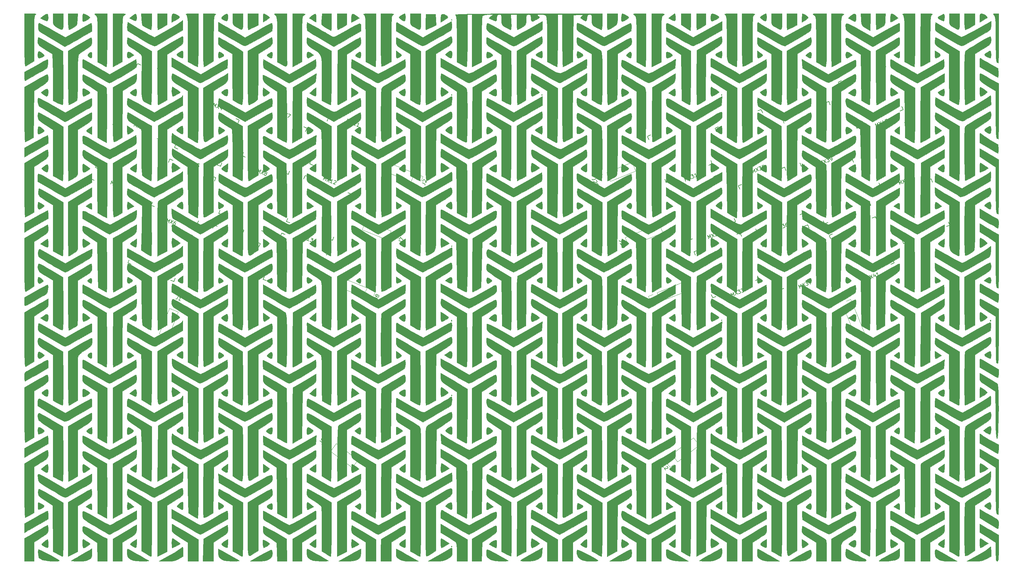
<source format=gbr>
G04 #@! TF.GenerationSoftware,KiCad,Pcbnew,(5.1.4)-1*
G04 #@! TF.CreationDate,2022-12-17T20:18:42-05:00*
G04 #@! TF.ProjectId,ThumbsUp,5468756d-6273-4557-902e-6b696361645f,rev?*
G04 #@! TF.SameCoordinates,Original*
G04 #@! TF.FileFunction,Legend,Top*
G04 #@! TF.FilePolarity,Positive*
%FSLAX46Y46*%
G04 Gerber Fmt 4.6, Leading zero omitted, Abs format (unit mm)*
G04 Created by KiCad (PCBNEW (5.1.4)-1) date 2022-12-17 20:18:42*
%MOMM*%
%LPD*%
G04 APERTURE LIST*
%ADD10C,0.010000*%
%ADD11C,0.120000*%
%ADD12C,0.150000*%
G04 APERTURE END LIST*
D10*
G36*
X128503158Y-239365789D02*
G01*
X128369474Y-239499473D01*
X128235790Y-239365789D01*
X128369474Y-239232105D01*
X128503158Y-239365789D01*
X128503158Y-239365789D01*
G37*
X128503158Y-239365789D02*
X128369474Y-239499473D01*
X128235790Y-239365789D01*
X128369474Y-239232105D01*
X128503158Y-239365789D01*
G36*
X266923010Y-237854160D02*
G01*
X266993611Y-238405187D01*
X267000000Y-238675087D01*
X266964119Y-239419296D01*
X266779119Y-239700217D01*
X266328965Y-239586416D01*
X265863684Y-239346545D01*
X265340354Y-239027648D01*
X265155105Y-238761070D01*
X265347414Y-238476546D01*
X265956762Y-238103812D01*
X266799474Y-237681035D01*
X266923010Y-237854160D01*
X266923010Y-237854160D01*
G37*
X266923010Y-237854160D02*
X266993611Y-238405187D01*
X267000000Y-238675087D01*
X266964119Y-239419296D01*
X266779119Y-239700217D01*
X266328965Y-239586416D01*
X265863684Y-239346545D01*
X265340354Y-239027648D01*
X265155105Y-238761070D01*
X265347414Y-238476546D01*
X265956762Y-238103812D01*
X266799474Y-237681035D01*
X266923010Y-237854160D01*
G36*
X216924434Y-237865226D02*
G01*
X216996824Y-238458068D01*
X217002105Y-238697368D01*
X216922098Y-239455429D01*
X216647598Y-239736844D01*
X216126884Y-239562841D01*
X215669258Y-239244446D01*
X215247852Y-238863629D01*
X215128484Y-238633510D01*
X215134521Y-238626997D01*
X215651870Y-238250723D01*
X216241543Y-237884509D01*
X216694800Y-237654008D01*
X216794228Y-237627895D01*
X216924434Y-237865226D01*
X216924434Y-237865226D01*
G37*
X216924434Y-237865226D02*
X216996824Y-238458068D01*
X217002105Y-238697368D01*
X216922098Y-239455429D01*
X216647598Y-239736844D01*
X216126884Y-239562841D01*
X215669258Y-239244446D01*
X215247852Y-238863629D01*
X215128484Y-238633510D01*
X215134521Y-238626997D01*
X215651870Y-238250723D01*
X216241543Y-237884509D01*
X216694800Y-237654008D01*
X216794228Y-237627895D01*
X216924434Y-237865226D01*
G36*
X202318829Y-237752603D02*
G01*
X202947115Y-238050034D01*
X203452476Y-238405144D01*
X203633684Y-238678598D01*
X203416444Y-238894767D01*
X202892963Y-239206722D01*
X202255599Y-239517011D01*
X201696711Y-239728180D01*
X201485666Y-239766842D01*
X201323913Y-239529623D01*
X201233951Y-238937028D01*
X201227369Y-238697368D01*
X201271404Y-237998940D01*
X201451484Y-237689966D01*
X201771512Y-237627895D01*
X202318829Y-237752603D01*
X202318829Y-237752603D01*
G37*
X202318829Y-237752603D02*
X202947115Y-238050034D01*
X203452476Y-238405144D01*
X203633684Y-238678598D01*
X203416444Y-238894767D01*
X202892963Y-239206722D01*
X202255599Y-239517011D01*
X201696711Y-239728180D01*
X201485666Y-239766842D01*
X201323913Y-239529623D01*
X201233951Y-238937028D01*
X201227369Y-238697368D01*
X201271404Y-237998940D01*
X201451484Y-237689966D01*
X201771512Y-237627895D01*
X202318829Y-237752603D01*
G36*
X191259801Y-237865675D02*
G01*
X191329636Y-238457952D01*
X191334737Y-238697368D01*
X191300735Y-239418192D01*
X191122259Y-239697381D01*
X190684603Y-239594862D01*
X190145366Y-239318747D01*
X189357048Y-238892062D01*
X190145366Y-238261306D01*
X190706862Y-237850573D01*
X191092152Y-237637503D01*
X191134211Y-237629223D01*
X191259801Y-237865675D01*
X191259801Y-237865675D01*
G37*
X191259801Y-237865675D02*
X191329636Y-238457952D01*
X191334737Y-238697368D01*
X191300735Y-239418192D01*
X191122259Y-239697381D01*
X190684603Y-239594862D01*
X190145366Y-239318747D01*
X189357048Y-238892062D01*
X190145366Y-238261306D01*
X190706862Y-237850573D01*
X191092152Y-237637503D01*
X191134211Y-237629223D01*
X191259801Y-237865675D01*
G36*
X115324434Y-237865226D02*
G01*
X115396824Y-238458068D01*
X115402105Y-238697368D01*
X115322098Y-239455429D01*
X115047598Y-239736844D01*
X114526884Y-239562841D01*
X114069258Y-239244446D01*
X113647852Y-238863629D01*
X113528484Y-238633510D01*
X113534521Y-238626997D01*
X114051870Y-238250723D01*
X114641543Y-237884509D01*
X115094800Y-237654008D01*
X115194228Y-237627895D01*
X115324434Y-237865226D01*
X115324434Y-237865226D01*
G37*
X115324434Y-237865226D02*
X115396824Y-238458068D01*
X115402105Y-238697368D01*
X115322098Y-239455429D01*
X115047598Y-239736844D01*
X114526884Y-239562841D01*
X114069258Y-239244446D01*
X113647852Y-238863629D01*
X113528484Y-238633510D01*
X113534521Y-238626997D01*
X114051870Y-238250723D01*
X114641543Y-237884509D01*
X115094800Y-237654008D01*
X115194228Y-237627895D01*
X115324434Y-237865226D01*
G36*
X65394161Y-238138609D02*
G01*
X65404211Y-238697368D01*
X65340843Y-239425672D01*
X65086267Y-239705812D01*
X64543770Y-239591543D01*
X64134211Y-239403244D01*
X63628309Y-239029867D01*
X63634133Y-238635544D01*
X64157056Y-238179823D01*
X64309148Y-238086594D01*
X64965204Y-237730684D01*
X65287377Y-237725992D01*
X65394161Y-238138609D01*
X65394161Y-238138609D01*
G37*
X65394161Y-238138609D02*
X65404211Y-238697368D01*
X65340843Y-239425672D01*
X65086267Y-239705812D01*
X64543770Y-239591543D01*
X64134211Y-239403244D01*
X63628309Y-239029867D01*
X63634133Y-238635544D01*
X64157056Y-238179823D01*
X64309148Y-238086594D01*
X64965204Y-237730684D01*
X65287377Y-237725992D01*
X65394161Y-238138609D01*
G36*
X39706697Y-238101043D02*
G01*
X39736842Y-238697368D01*
X39702799Y-239418368D01*
X39524184Y-239697462D01*
X39086270Y-239594685D01*
X38548431Y-239319250D01*
X37761073Y-238893068D01*
X38496499Y-238260481D01*
X39154344Y-237765800D01*
X39535661Y-237704876D01*
X39706697Y-238101043D01*
X39706697Y-238101043D01*
G37*
X39706697Y-238101043D02*
X39736842Y-238697368D01*
X39702799Y-239418368D01*
X39524184Y-239697462D01*
X39086270Y-239594685D01*
X38548431Y-239319250D01*
X37761073Y-238893068D01*
X38496499Y-238260481D01*
X39154344Y-237765800D01*
X39535661Y-237704876D01*
X39706697Y-238101043D01*
G36*
X14824625Y-238062245D02*
G01*
X14871579Y-238697368D01*
X14814204Y-239407636D01*
X14579756Y-239699215D01*
X14074749Y-239611773D01*
X13434833Y-239306992D01*
X12666507Y-238903865D01*
X13434833Y-238275495D01*
X14160371Y-237765130D01*
X14606014Y-237688872D01*
X14824625Y-238062245D01*
X14824625Y-238062245D01*
G37*
X14824625Y-238062245D02*
X14871579Y-238697368D01*
X14814204Y-239407636D01*
X14579756Y-239699215D01*
X14074749Y-239611773D01*
X13434833Y-239306992D01*
X12666507Y-238903865D01*
X13434833Y-238275495D01*
X14160371Y-237765130D01*
X14606014Y-237688872D01*
X14824625Y-238062245D01*
G36*
X277986529Y-237759176D02*
G01*
X278503440Y-238069745D01*
X278909885Y-238434693D01*
X279045405Y-238729109D01*
X279007659Y-238786261D01*
X278730790Y-238964735D01*
X278164085Y-239312484D01*
X277895263Y-239474850D01*
X276892632Y-240077823D01*
X276892632Y-238852859D01*
X276920984Y-238100229D01*
X277054143Y-237740372D01*
X277364260Y-237632320D01*
X277519614Y-237627895D01*
X277986529Y-237759176D01*
X277986529Y-237759176D01*
G37*
X277986529Y-237759176D02*
X278503440Y-238069745D01*
X278909885Y-238434693D01*
X279045405Y-238729109D01*
X279007659Y-238786261D01*
X278730790Y-238964735D01*
X278164085Y-239312484D01*
X277895263Y-239474850D01*
X276892632Y-240077823D01*
X276892632Y-238852859D01*
X276920984Y-238100229D01*
X277054143Y-237740372D01*
X277364260Y-237632320D01*
X277519614Y-237627895D01*
X277986529Y-237759176D01*
G36*
X252606369Y-237768008D02*
G01*
X253253016Y-238247840D01*
X253973746Y-238867785D01*
X252985274Y-239450998D01*
X252353663Y-239808863D01*
X251941843Y-240014680D01*
X251878401Y-240034210D01*
X251807761Y-239795019D01*
X251765411Y-239189901D01*
X251760000Y-238831052D01*
X251841249Y-237994838D01*
X252110580Y-237645487D01*
X252606369Y-237768008D01*
X252606369Y-237768008D01*
G37*
X252606369Y-237768008D02*
X253253016Y-238247840D01*
X253973746Y-238867785D01*
X252985274Y-239450998D01*
X252353663Y-239808863D01*
X251941843Y-240014680D01*
X251878401Y-240034210D01*
X251807761Y-239795019D01*
X251765411Y-239189901D01*
X251760000Y-238831052D01*
X251841249Y-237994838D01*
X252110580Y-237645487D01*
X252606369Y-237768008D01*
G36*
X242089551Y-238065648D02*
G01*
X242134737Y-238681589D01*
X242088605Y-239377500D01*
X241973878Y-239803135D01*
X241934211Y-239845856D01*
X241598529Y-239791517D01*
X241011363Y-239519589D01*
X240825624Y-239413127D01*
X239917564Y-238869827D01*
X240691940Y-238250189D01*
X241422209Y-237750400D01*
X241870613Y-237683664D01*
X242089551Y-238065648D01*
X242089551Y-238065648D01*
G37*
X242089551Y-238065648D02*
X242134737Y-238681589D01*
X242088605Y-239377500D01*
X241973878Y-239803135D01*
X241934211Y-239845856D01*
X241598529Y-239791517D01*
X241011363Y-239519589D01*
X240825624Y-239413127D01*
X239917564Y-238869827D01*
X240691940Y-238250189D01*
X241422209Y-237750400D01*
X241870613Y-237683664D01*
X242089551Y-238065648D01*
G36*
X227444805Y-237762967D02*
G01*
X227975715Y-238079965D01*
X228456361Y-238446561D01*
X228696366Y-238730424D01*
X228697466Y-238770235D01*
X228441824Y-239045623D01*
X227903190Y-239445801D01*
X227759115Y-239539437D01*
X226894737Y-240086722D01*
X226894737Y-238857308D01*
X226925759Y-238130491D01*
X227004415Y-237689280D01*
X227054010Y-237627895D01*
X227444805Y-237762967D01*
X227444805Y-237762967D01*
G37*
X227444805Y-237762967D02*
X227975715Y-238079965D01*
X228456361Y-238446561D01*
X228696366Y-238730424D01*
X228697466Y-238770235D01*
X228441824Y-239045623D01*
X227903190Y-239445801D01*
X227759115Y-239539437D01*
X226894737Y-240086722D01*
X226894737Y-238857308D01*
X226925759Y-238130491D01*
X227004415Y-237689280D01*
X227054010Y-237627895D01*
X227444805Y-237762967D01*
G36*
X176810717Y-237754023D02*
G01*
X177391477Y-238052483D01*
X177928914Y-238403392D01*
X178221973Y-238686864D01*
X178233684Y-238728605D01*
X178025824Y-238983143D01*
X177530220Y-239324095D01*
X176938835Y-239644471D01*
X176443634Y-239837282D01*
X176250776Y-239833758D01*
X176122306Y-239460076D01*
X176091847Y-238844026D01*
X176146245Y-238197524D01*
X176272346Y-237732487D01*
X176387695Y-237627895D01*
X176810717Y-237754023D01*
X176810717Y-237754023D01*
G37*
X176810717Y-237754023D02*
X177391477Y-238052483D01*
X177928914Y-238403392D01*
X178221973Y-238686864D01*
X178233684Y-238728605D01*
X178025824Y-238983143D01*
X177530220Y-239324095D01*
X176938835Y-239644471D01*
X176443634Y-239837282D01*
X176250776Y-239833758D01*
X176122306Y-239460076D01*
X176091847Y-238844026D01*
X176146245Y-238197524D01*
X176272346Y-237732487D01*
X176387695Y-237627895D01*
X176810717Y-237754023D01*
G36*
X126196329Y-237798962D02*
G01*
X126543909Y-237946996D01*
X127154844Y-238327333D01*
X127280762Y-238685770D01*
X126913132Y-239092359D01*
X126361972Y-239440615D01*
X125294737Y-240050177D01*
X125294737Y-238988499D01*
X125376535Y-238138639D01*
X125658687Y-237757450D01*
X126196329Y-237798962D01*
X126196329Y-237798962D01*
G37*
X126196329Y-237798962D02*
X126543909Y-237946996D01*
X127154844Y-238327333D01*
X127280762Y-238685770D01*
X126913132Y-239092359D01*
X126361972Y-239440615D01*
X125294737Y-240050177D01*
X125294737Y-238988499D01*
X125376535Y-238138639D01*
X125658687Y-237757450D01*
X126196329Y-237798962D01*
G36*
X100934023Y-237779762D02*
G01*
X101621779Y-238263646D01*
X102413032Y-238896741D01*
X101287569Y-239470910D01*
X100162105Y-240045078D01*
X100162105Y-238836486D01*
X100228212Y-238014863D01*
X100465855Y-237670338D01*
X100934023Y-237779762D01*
X100934023Y-237779762D01*
G37*
X100934023Y-237779762D02*
X101621779Y-238263646D01*
X102413032Y-238896741D01*
X101287569Y-239470910D01*
X100162105Y-240045078D01*
X100162105Y-238836486D01*
X100228212Y-238014863D01*
X100465855Y-237670338D01*
X100934023Y-237779762D01*
G36*
X90236816Y-238135870D02*
G01*
X90269474Y-238831052D01*
X90256234Y-239543315D01*
X90222727Y-239962832D01*
X90202632Y-240012060D01*
X89955569Y-239871720D01*
X89421687Y-239549050D01*
X89228043Y-239430052D01*
X88320297Y-238870194D01*
X89042426Y-238249044D01*
X89691595Y-237762213D01*
X90067231Y-237713820D01*
X90236816Y-238135870D01*
X90236816Y-238135870D01*
G37*
X90236816Y-238135870D02*
X90269474Y-238831052D01*
X90256234Y-239543315D01*
X90222727Y-239962832D01*
X90202632Y-240012060D01*
X89955569Y-239871720D01*
X89421687Y-239549050D01*
X89228043Y-239430052D01*
X88320297Y-238870194D01*
X89042426Y-238249044D01*
X89691595Y-237762213D01*
X90067231Y-237713820D01*
X90236816Y-238135870D01*
G36*
X75817625Y-237759269D02*
G01*
X76356051Y-238066850D01*
X76869451Y-238420823D01*
X77155878Y-238691373D01*
X77168421Y-238728605D01*
X76960015Y-238966567D01*
X76439649Y-239337353D01*
X76232632Y-239464047D01*
X75296842Y-240016176D01*
X75296842Y-238822035D01*
X75328725Y-238107395D01*
X75409323Y-237680799D01*
X75456116Y-237627895D01*
X75817625Y-237759269D01*
X75817625Y-237759269D01*
G37*
X75817625Y-237759269D02*
X76356051Y-238066850D01*
X76869451Y-238420823D01*
X77155878Y-238691373D01*
X77168421Y-238728605D01*
X76960015Y-238966567D01*
X76439649Y-239337353D01*
X76232632Y-239464047D01*
X75296842Y-240016176D01*
X75296842Y-238822035D01*
X75328725Y-238107395D01*
X75409323Y-237680799D01*
X75456116Y-237627895D01*
X75817625Y-237759269D01*
G36*
X50803303Y-237789271D02*
G01*
X51389332Y-238132140D01*
X51753953Y-238477080D01*
X51792084Y-238765276D01*
X51452234Y-239081946D01*
X50682911Y-239512306D01*
X50498421Y-239606608D01*
X49629474Y-240047942D01*
X49629474Y-238837918D01*
X49662339Y-238086192D01*
X49803476Y-237729324D01*
X50116696Y-237629289D01*
X50188881Y-237627895D01*
X50803303Y-237789271D01*
X50803303Y-237789271D01*
G37*
X50803303Y-237789271D02*
X51389332Y-238132140D01*
X51753953Y-238477080D01*
X51792084Y-238765276D01*
X51452234Y-239081946D01*
X50682911Y-239512306D01*
X50498421Y-239606608D01*
X49629474Y-240047942D01*
X49629474Y-238837918D01*
X49662339Y-238086192D01*
X49803476Y-237729324D01*
X50116696Y-237629289D01*
X50188881Y-237627895D01*
X50803303Y-237789271D01*
G36*
X25212823Y-237754023D02*
G01*
X25793582Y-238052483D01*
X26331020Y-238403392D01*
X26624078Y-238686864D01*
X26635790Y-238728605D01*
X26427929Y-238983143D01*
X25932325Y-239324095D01*
X25340940Y-239644471D01*
X24845740Y-239837282D01*
X24652881Y-239833758D01*
X24524411Y-239460076D01*
X24493952Y-238844026D01*
X24548350Y-238197524D01*
X24674451Y-237732487D01*
X24789800Y-237627895D01*
X25212823Y-237754023D01*
X25212823Y-237754023D01*
G37*
X25212823Y-237754023D02*
X25793582Y-238052483D01*
X26331020Y-238403392D01*
X26624078Y-238686864D01*
X26635790Y-238728605D01*
X26427929Y-238983143D01*
X25932325Y-239324095D01*
X25340940Y-239644471D01*
X24845740Y-239837282D01*
X24652881Y-239833758D01*
X24524411Y-239460076D01*
X24493952Y-238844026D01*
X24548350Y-238197524D01*
X24674451Y-237732487D01*
X24789800Y-237627895D01*
X25212823Y-237754023D01*
G36*
X275555790Y-240790598D02*
G01*
X274318956Y-241481878D01*
X273579792Y-241872055D01*
X273026073Y-242122718D01*
X272848429Y-242173158D01*
X272742827Y-241926314D01*
X272662060Y-241267603D01*
X272618750Y-240319753D01*
X272614737Y-239900526D01*
X272614737Y-237627895D01*
X275555790Y-237627895D01*
X275555790Y-240790598D01*
X275555790Y-240790598D01*
G37*
X275555790Y-240790598D02*
X274318956Y-241481878D01*
X273579792Y-241872055D01*
X273026073Y-242122718D01*
X272848429Y-242173158D01*
X272742827Y-241926314D01*
X272662060Y-241267603D01*
X272618750Y-240319753D01*
X272614737Y-239900526D01*
X272614737Y-237627895D01*
X275555790Y-237627895D01*
X275555790Y-240790598D01*
G36*
X271277895Y-239900526D02*
G01*
X271263111Y-241083972D01*
X271173720Y-241791028D01*
X270942165Y-242079994D01*
X270500887Y-242009172D01*
X269782328Y-241636862D01*
X269473158Y-241457960D01*
X268841060Y-241068291D01*
X268501710Y-240721299D01*
X268364042Y-240236996D01*
X268336992Y-239435396D01*
X268336842Y-239212073D01*
X268336842Y-237627895D01*
X271277895Y-237627895D01*
X271277895Y-239900526D01*
X271277895Y-239900526D01*
G37*
X271277895Y-239900526D02*
X271263111Y-241083972D01*
X271173720Y-241791028D01*
X270942165Y-242079994D01*
X270500887Y-242009172D01*
X269782328Y-241636862D01*
X269473158Y-241457960D01*
X268841060Y-241068291D01*
X268501710Y-240721299D01*
X268364042Y-240236996D01*
X268336992Y-239435396D01*
X268336842Y-239212073D01*
X268336842Y-237627895D01*
X271277895Y-237627895D01*
X271277895Y-239900526D01*
G36*
X250369074Y-239259512D02*
G01*
X250308648Y-240167384D01*
X250176433Y-240715859D01*
X249878315Y-241079809D01*
X249320179Y-241434109D01*
X249145981Y-241532144D01*
X248459051Y-241903980D01*
X247986260Y-242135294D01*
X247875981Y-242173158D01*
X247818810Y-241926270D01*
X247775086Y-241267451D01*
X247751643Y-240319462D01*
X247749474Y-239900526D01*
X247749474Y-237627895D01*
X250448674Y-237627895D01*
X250369074Y-239259512D01*
X250369074Y-239259512D01*
G37*
X250369074Y-239259512D02*
X250308648Y-240167384D01*
X250176433Y-240715859D01*
X249878315Y-241079809D01*
X249320179Y-241434109D01*
X249145981Y-241532144D01*
X248459051Y-241903980D01*
X247986260Y-242135294D01*
X247875981Y-242173158D01*
X247818810Y-241926270D01*
X247775086Y-241267451D01*
X247751643Y-240319462D01*
X247749474Y-239900526D01*
X247749474Y-237627895D01*
X250448674Y-237627895D01*
X250369074Y-239259512D01*
G36*
X225557895Y-240827307D02*
G01*
X224229941Y-241500233D01*
X223476700Y-241869965D01*
X222933507Y-242114384D01*
X222759415Y-242173158D01*
X222694983Y-241926275D01*
X222645707Y-241267468D01*
X222619288Y-240319495D01*
X222616842Y-239900526D01*
X222616842Y-237627895D01*
X225557895Y-237627895D01*
X225557895Y-240827307D01*
X225557895Y-240827307D01*
G37*
X225557895Y-240827307D02*
X224229941Y-241500233D01*
X223476700Y-241869965D01*
X222933507Y-242114384D01*
X222759415Y-242173158D01*
X222694983Y-241926275D01*
X222645707Y-241267468D01*
X222619288Y-240319495D01*
X222616842Y-239900526D01*
X222616842Y-237627895D01*
X225557895Y-237627895D01*
X225557895Y-240827307D01*
G36*
X221280000Y-239900526D02*
G01*
X221265216Y-241083972D01*
X221175825Y-241791028D01*
X220944270Y-242079994D01*
X220502992Y-242009172D01*
X219784433Y-241636862D01*
X219475263Y-241457960D01*
X218843165Y-241068291D01*
X218503815Y-240721299D01*
X218366148Y-240236996D01*
X218339097Y-239435396D01*
X218338947Y-239212073D01*
X218338947Y-237627895D01*
X221280000Y-237627895D01*
X221280000Y-239900526D01*
X221280000Y-239900526D01*
G37*
X221280000Y-239900526D02*
X221265216Y-241083972D01*
X221175825Y-241791028D01*
X220944270Y-242079994D01*
X220502992Y-242009172D01*
X219784433Y-241636862D01*
X219475263Y-241457960D01*
X218843165Y-241068291D01*
X218503815Y-240721299D01*
X218366148Y-240236996D01*
X218339097Y-239435396D01*
X218338947Y-239212073D01*
X218338947Y-237627895D01*
X221280000Y-237627895D01*
X221280000Y-239900526D01*
G36*
X199890526Y-240785504D02*
G01*
X198706600Y-241479331D01*
X198004874Y-241874506D01*
X197505991Y-242125783D01*
X197369758Y-242173158D01*
X197300653Y-241926279D01*
X197247802Y-241267480D01*
X197219465Y-240319518D01*
X197216842Y-239900526D01*
X197216842Y-237627895D01*
X199890526Y-237627895D01*
X199890526Y-240785504D01*
X199890526Y-240785504D01*
G37*
X199890526Y-240785504D02*
X198706600Y-241479331D01*
X198004874Y-241874506D01*
X197505991Y-242125783D01*
X197369758Y-242173158D01*
X197300653Y-241926279D01*
X197247802Y-241267480D01*
X197219465Y-240319518D01*
X197216842Y-239900526D01*
X197216842Y-237627895D01*
X199890526Y-237627895D01*
X199890526Y-240785504D01*
G36*
X175025263Y-239056982D02*
G01*
X174953091Y-240086703D01*
X174716309Y-240718301D01*
X174557369Y-240896319D01*
X174065687Y-241249619D01*
X173390326Y-241651438D01*
X172728362Y-241993602D01*
X172276874Y-242167935D01*
X172231172Y-242173158D01*
X172164757Y-241926277D01*
X172113964Y-241267473D01*
X172086731Y-240319504D01*
X172084211Y-239900526D01*
X172084211Y-237627895D01*
X175025263Y-237627895D01*
X175025263Y-239056982D01*
X175025263Y-239056982D01*
G37*
X175025263Y-239056982D02*
X174953091Y-240086703D01*
X174716309Y-240718301D01*
X174557369Y-240896319D01*
X174065687Y-241249619D01*
X173390326Y-241651438D01*
X172728362Y-241993602D01*
X172276874Y-242167935D01*
X172231172Y-242173158D01*
X172164757Y-241926277D01*
X172113964Y-241267473D01*
X172086731Y-240319504D01*
X172084211Y-239900526D01*
X172084211Y-237627895D01*
X175025263Y-237627895D01*
X175025263Y-239056982D01*
G36*
X123904064Y-239287850D02*
G01*
X123983918Y-240814120D01*
X122642953Y-241493639D01*
X121883670Y-241865630D01*
X121331601Y-242112447D01*
X121148602Y-242173158D01*
X121087053Y-241926862D01*
X121056829Y-241270900D01*
X121062200Y-240329655D01*
X121072871Y-239967368D01*
X121150526Y-237761579D01*
X123824211Y-237761579D01*
X123904064Y-239287850D01*
X123904064Y-239287850D01*
G37*
X123904064Y-239287850D02*
X123983918Y-240814120D01*
X122642953Y-241493639D01*
X121883670Y-241865630D01*
X121331601Y-242112447D01*
X121148602Y-242173158D01*
X121087053Y-241926862D01*
X121056829Y-241270900D01*
X121062200Y-240329655D01*
X121072871Y-239967368D01*
X121150526Y-237761579D01*
X123824211Y-237761579D01*
X123904064Y-239287850D01*
G36*
X119680000Y-239900526D02*
G01*
X119665216Y-241083972D01*
X119575825Y-241791028D01*
X119344270Y-242079994D01*
X118902992Y-242009172D01*
X118184433Y-241636862D01*
X117875263Y-241457960D01*
X117243165Y-241068291D01*
X116903815Y-240721299D01*
X116766148Y-240236996D01*
X116739097Y-239435396D01*
X116738947Y-239212073D01*
X116738947Y-237627895D01*
X119680000Y-237627895D01*
X119680000Y-239900526D01*
X119680000Y-239900526D01*
G37*
X119680000Y-239900526D02*
X119665216Y-241083972D01*
X119575825Y-241791028D01*
X119344270Y-242079994D01*
X118902992Y-242009172D01*
X118184433Y-241636862D01*
X117875263Y-241457960D01*
X117243165Y-241068291D01*
X116903815Y-240721299D01*
X116766148Y-240236996D01*
X116739097Y-239435396D01*
X116738947Y-239212073D01*
X116738947Y-237627895D01*
X119680000Y-237627895D01*
X119680000Y-239900526D01*
G36*
X98825263Y-240785504D02*
G01*
X97641337Y-241479331D01*
X96939611Y-241874506D01*
X96440728Y-242125783D01*
X96304495Y-242173158D01*
X96235390Y-241926279D01*
X96182539Y-241267480D01*
X96154202Y-240319518D01*
X96151579Y-239900526D01*
X96151579Y-237627895D01*
X98825263Y-237627895D01*
X98825263Y-240785504D01*
X98825263Y-240785504D01*
G37*
X98825263Y-240785504D02*
X97641337Y-241479331D01*
X96939611Y-241874506D01*
X96440728Y-242125783D01*
X96304495Y-242173158D01*
X96235390Y-241926279D01*
X96182539Y-241267480D01*
X96154202Y-240319518D01*
X96151579Y-239900526D01*
X96151579Y-237627895D01*
X98825263Y-237627895D01*
X98825263Y-240785504D01*
G36*
X73960000Y-240827307D02*
G01*
X72632046Y-241500233D01*
X71878806Y-241869965D01*
X71335612Y-242114384D01*
X71161520Y-242173158D01*
X71097089Y-241926275D01*
X71047812Y-241267468D01*
X71021393Y-240319495D01*
X71018947Y-239900526D01*
X71018947Y-237627895D01*
X73960000Y-237627895D01*
X73960000Y-240827307D01*
X73960000Y-240827307D01*
G37*
X73960000Y-240827307D02*
X72632046Y-241500233D01*
X71878806Y-241869965D01*
X71335612Y-242114384D01*
X71161520Y-242173158D01*
X71097089Y-241926275D01*
X71047812Y-241267468D01*
X71021393Y-240319495D01*
X71018947Y-239900526D01*
X71018947Y-237627895D01*
X73960000Y-237627895D01*
X73960000Y-240827307D01*
G36*
X69682105Y-239900526D02*
G01*
X69667321Y-241083972D01*
X69577931Y-241791028D01*
X69346375Y-242079994D01*
X68905097Y-242009172D01*
X68186538Y-241636862D01*
X67877369Y-241457960D01*
X67245270Y-241068291D01*
X66905920Y-240721299D01*
X66768253Y-240236996D01*
X66741203Y-239435396D01*
X66741053Y-239212073D01*
X66741053Y-237627895D01*
X69682105Y-237627895D01*
X69682105Y-239900526D01*
X69682105Y-239900526D01*
G37*
X69682105Y-239900526D02*
X69667321Y-241083972D01*
X69577931Y-241791028D01*
X69346375Y-242079994D01*
X68905097Y-242009172D01*
X68186538Y-241636862D01*
X67877369Y-241457960D01*
X67245270Y-241068291D01*
X66905920Y-240721299D01*
X66768253Y-240236996D01*
X66741203Y-239435396D01*
X66741053Y-239212073D01*
X66741053Y-237627895D01*
X69682105Y-237627895D01*
X69682105Y-239900526D01*
G36*
X48292632Y-240790598D02*
G01*
X47055798Y-241481878D01*
X46345963Y-241868962D01*
X45852794Y-242119825D01*
X45718956Y-242173158D01*
X45673759Y-241926263D01*
X45639194Y-241267427D01*
X45620662Y-240319417D01*
X45618947Y-239900526D01*
X45618947Y-237627895D01*
X48292632Y-237627895D01*
X48292632Y-240790598D01*
X48292632Y-240790598D01*
G37*
X48292632Y-240790598D02*
X47055798Y-241481878D01*
X46345963Y-241868962D01*
X45852794Y-242119825D01*
X45718956Y-242173158D01*
X45673759Y-241926263D01*
X45639194Y-241267427D01*
X45620662Y-240319417D01*
X45618947Y-239900526D01*
X45618947Y-237627895D01*
X48292632Y-237627895D01*
X48292632Y-240790598D01*
G36*
X44014737Y-239900526D02*
G01*
X43992979Y-240925714D01*
X43934914Y-241707562D01*
X43851352Y-242124177D01*
X43814211Y-242161341D01*
X43473725Y-242040133D01*
X42849740Y-241748356D01*
X42544211Y-241593047D01*
X41879700Y-241239789D01*
X41447198Y-240995830D01*
X41374283Y-240947392D01*
X41304757Y-240654638D01*
X41225637Y-239984132D01*
X41165733Y-239243055D01*
X41057637Y-237627895D01*
X44014737Y-237627895D01*
X44014737Y-239900526D01*
X44014737Y-239900526D01*
G37*
X44014737Y-239900526D02*
X43992979Y-240925714D01*
X43934914Y-241707562D01*
X43851352Y-242124177D01*
X43814211Y-242161341D01*
X43473725Y-242040133D01*
X42849740Y-241748356D01*
X42544211Y-241593047D01*
X41879700Y-241239789D01*
X41447198Y-240995830D01*
X41374283Y-240947392D01*
X41304757Y-240654638D01*
X41225637Y-239984132D01*
X41165733Y-239243055D01*
X41057637Y-237627895D01*
X44014737Y-237627895D01*
X44014737Y-239900526D01*
G36*
X23105916Y-239291682D02*
G01*
X23045637Y-240211968D01*
X22918211Y-240768108D01*
X22637391Y-241130350D01*
X22116929Y-241468944D01*
X21956842Y-241559916D01*
X21275311Y-241923206D01*
X20791695Y-242141206D01*
X20686842Y-242168759D01*
X20596242Y-241923988D01*
X20526943Y-241267009D01*
X20489769Y-240320247D01*
X20486316Y-239900526D01*
X20486316Y-237627895D01*
X23185516Y-237627895D01*
X23105916Y-239291682D01*
X23105916Y-239291682D01*
G37*
X23105916Y-239291682D02*
X23045637Y-240211968D01*
X22918211Y-240768108D01*
X22637391Y-241130350D01*
X22116929Y-241468944D01*
X21956842Y-241559916D01*
X21275311Y-241923206D01*
X20791695Y-242141206D01*
X20686842Y-242168759D01*
X20596242Y-241923988D01*
X20526943Y-241267009D01*
X20489769Y-240320247D01*
X20486316Y-239900526D01*
X20486316Y-237627895D01*
X23185516Y-237627895D01*
X23105916Y-239291682D01*
G36*
X19149474Y-239900526D02*
G01*
X19132228Y-241095614D01*
X19037484Y-241812832D01*
X18800730Y-242108893D01*
X18357458Y-242040506D01*
X17643155Y-241664381D01*
X17344737Y-241487053D01*
X16713217Y-241086619D01*
X16373837Y-240732824D01*
X16235867Y-240244413D01*
X16208581Y-239440133D01*
X16208421Y-239216951D01*
X16208421Y-237627895D01*
X19149474Y-237627895D01*
X19149474Y-239900526D01*
X19149474Y-239900526D01*
G37*
X19149474Y-239900526D02*
X19132228Y-241095614D01*
X19037484Y-241812832D01*
X18800730Y-242108893D01*
X18357458Y-242040506D01*
X17643155Y-241664381D01*
X17344737Y-241487053D01*
X16713217Y-241086619D01*
X16373837Y-240732824D01*
X16235867Y-240244413D01*
X16208581Y-239440133D01*
X16208421Y-239216951D01*
X16208421Y-237627895D01*
X19149474Y-237627895D01*
X19149474Y-239900526D01*
G36*
X246145263Y-240034210D02*
G01*
X246138402Y-241090876D01*
X246120020Y-241906353D01*
X246093423Y-242362712D01*
X246078421Y-242419510D01*
X245832507Y-242281160D01*
X245273320Y-241948707D01*
X244808421Y-241667901D01*
X244148737Y-241245906D01*
X243781835Y-240878404D01*
X243611337Y-240386181D01*
X243540866Y-239590020D01*
X243525663Y-239282602D01*
X243446063Y-237627895D01*
X246145263Y-237627895D01*
X246145263Y-240034210D01*
X246145263Y-240034210D01*
G37*
X246145263Y-240034210D02*
X246138402Y-241090876D01*
X246120020Y-241906353D01*
X246093423Y-242362712D01*
X246078421Y-242419510D01*
X245832507Y-242281160D01*
X245273320Y-241948707D01*
X244808421Y-241667901D01*
X244148737Y-241245906D01*
X243781835Y-240878404D01*
X243611337Y-240386181D01*
X243540866Y-239590020D01*
X243525663Y-239282602D01*
X243446063Y-237627895D01*
X246145263Y-237627895D01*
X246145263Y-240034210D01*
G36*
X195612632Y-240034210D02*
G01*
X195605769Y-241091230D01*
X195587383Y-241907410D01*
X195560781Y-242364663D01*
X195545790Y-242421922D01*
X195302955Y-242280766D01*
X194745628Y-241935666D01*
X194208947Y-241597209D01*
X192938947Y-240791101D01*
X192938947Y-237627895D01*
X195612632Y-237627895D01*
X195612632Y-240034210D01*
X195612632Y-240034210D01*
G37*
X195612632Y-240034210D02*
X195605769Y-241091230D01*
X195587383Y-241907410D01*
X195560781Y-242364663D01*
X195545790Y-242421922D01*
X195302955Y-242280766D01*
X194745628Y-241935666D01*
X194208947Y-241597209D01*
X192938947Y-240791101D01*
X192938947Y-237627895D01*
X195612632Y-237627895D01*
X195612632Y-240034210D01*
G36*
X94547369Y-240034210D02*
G01*
X94540513Y-241089290D01*
X94522148Y-241901618D01*
X94495572Y-242353974D01*
X94480526Y-242408691D01*
X94229857Y-242272423D01*
X93655841Y-241955592D01*
X93146920Y-241673428D01*
X92420289Y-241233360D01*
X91914599Y-240858640D01*
X91776304Y-240700097D01*
X91741302Y-240296860D01*
X91765120Y-239559639D01*
X91807086Y-239029044D01*
X91941718Y-237627895D01*
X94547369Y-237627895D01*
X94547369Y-240034210D01*
X94547369Y-240034210D01*
G37*
X94547369Y-240034210D02*
X94540513Y-241089290D01*
X94522148Y-241901618D01*
X94495572Y-242353974D01*
X94480526Y-242408691D01*
X94229857Y-242272423D01*
X93655841Y-241955592D01*
X93146920Y-241673428D01*
X92420289Y-241233360D01*
X91914599Y-240858640D01*
X91776304Y-240700097D01*
X91741302Y-240296860D01*
X91765120Y-239559639D01*
X91807086Y-239029044D01*
X91941718Y-237627895D01*
X94547369Y-237627895D01*
X94547369Y-240034210D01*
G36*
X280101053Y-240925235D02*
G01*
X280079327Y-241581613D01*
X279945517Y-242024197D01*
X279596674Y-242396154D01*
X278929848Y-242840650D01*
X278563684Y-243063180D01*
X276705163Y-244170393D01*
X275072493Y-245112095D01*
X273715160Y-245861391D01*
X272682648Y-246391389D01*
X272024442Y-246675196D01*
X271841107Y-246716618D01*
X271466595Y-246584073D01*
X270731351Y-246221206D01*
X269729949Y-245678119D01*
X268556967Y-245004913D01*
X268113242Y-244741754D01*
X266913377Y-244016978D01*
X265870735Y-243373991D01*
X265075551Y-242869434D01*
X264618056Y-242559946D01*
X264553462Y-242507251D01*
X264406627Y-242093064D01*
X264364484Y-241385717D01*
X264376010Y-241163282D01*
X264460000Y-240080755D01*
X267935790Y-242085927D01*
X269172141Y-242796464D01*
X270252674Y-243412358D01*
X271088816Y-243883515D01*
X271591996Y-244159840D01*
X271687672Y-244207905D01*
X272025098Y-244124945D01*
X272761155Y-243796543D01*
X273836736Y-243253704D01*
X275192738Y-242527433D01*
X276770056Y-241648736D01*
X278509586Y-240648617D01*
X278831053Y-240460622D01*
X280101053Y-239716030D01*
X280101053Y-240925235D01*
X280101053Y-240925235D01*
G37*
X280101053Y-240925235D02*
X280079327Y-241581613D01*
X279945517Y-242024197D01*
X279596674Y-242396154D01*
X278929848Y-242840650D01*
X278563684Y-243063180D01*
X276705163Y-244170393D01*
X275072493Y-245112095D01*
X273715160Y-245861391D01*
X272682648Y-246391389D01*
X272024442Y-246675196D01*
X271841107Y-246716618D01*
X271466595Y-246584073D01*
X270731351Y-246221206D01*
X269729949Y-245678119D01*
X268556967Y-245004913D01*
X268113242Y-244741754D01*
X266913377Y-244016978D01*
X265870735Y-243373991D01*
X265075551Y-242869434D01*
X264618056Y-242559946D01*
X264553462Y-242507251D01*
X264406627Y-242093064D01*
X264364484Y-241385717D01*
X264376010Y-241163282D01*
X264460000Y-240080755D01*
X267935790Y-242085927D01*
X269172141Y-242796464D01*
X270252674Y-243412358D01*
X271088816Y-243883515D01*
X271591996Y-244159840D01*
X271687672Y-244207905D01*
X272025098Y-244124945D01*
X272761155Y-243796543D01*
X273836736Y-243253704D01*
X275192738Y-242527433D01*
X276770056Y-241648736D01*
X278509586Y-240648617D01*
X278831053Y-240460622D01*
X280101053Y-239716030D01*
X280101053Y-240925235D01*
G36*
X204424064Y-241059415D02*
G01*
X204412339Y-242306842D01*
X200577898Y-244512631D01*
X199261489Y-245252021D01*
X198077742Y-245883525D01*
X197115662Y-246362245D01*
X196464254Y-246643276D01*
X196244886Y-246698577D01*
X195848437Y-246559554D01*
X195090053Y-246190027D01*
X194063481Y-245639306D01*
X192862468Y-244956704D01*
X192270526Y-244608003D01*
X188794737Y-242537272D01*
X188712522Y-241419426D01*
X188723969Y-240634785D01*
X188898687Y-240308186D01*
X188941412Y-240301579D01*
X189271849Y-240427979D01*
X189976327Y-240776321D01*
X190966290Y-241300314D01*
X192153185Y-241953668D01*
X192801762Y-242319481D01*
X196351006Y-244337383D01*
X204435790Y-239811989D01*
X204424064Y-241059415D01*
X204424064Y-241059415D01*
G37*
X204424064Y-241059415D02*
X204412339Y-242306842D01*
X200577898Y-244512631D01*
X199261489Y-245252021D01*
X198077742Y-245883525D01*
X197115662Y-246362245D01*
X196464254Y-246643276D01*
X196244886Y-246698577D01*
X195848437Y-246559554D01*
X195090053Y-246190027D01*
X194063481Y-245639306D01*
X192862468Y-244956704D01*
X192270526Y-244608003D01*
X188794737Y-242537272D01*
X188712522Y-241419426D01*
X188723969Y-240634785D01*
X188898687Y-240308186D01*
X188941412Y-240301579D01*
X189271849Y-240427979D01*
X189976327Y-240776321D01*
X190966290Y-241300314D01*
X192153185Y-241953668D01*
X192801762Y-242319481D01*
X196351006Y-244337383D01*
X204435790Y-239811989D01*
X204424064Y-241059415D01*
G36*
X164017042Y-240297949D02*
G01*
X164682873Y-240612763D01*
X165643665Y-241114131D01*
X166816649Y-241759432D01*
X167612439Y-242212117D01*
X171295404Y-244332742D01*
X172692439Y-243564784D01*
X173586070Y-243068990D01*
X174736263Y-242424592D01*
X175935215Y-241748145D01*
X176285989Y-241549202D01*
X177265347Y-241007033D01*
X178076994Y-240583876D01*
X178604938Y-240338921D01*
X178730930Y-240301579D01*
X178874802Y-240539146D01*
X178942184Y-241136315D01*
X178940730Y-241430595D01*
X178902105Y-242559612D01*
X175292632Y-244634604D01*
X174022666Y-245350630D01*
X172895060Y-245960133D01*
X171999686Y-246416546D01*
X171426417Y-246673304D01*
X171282105Y-246712546D01*
X170874294Y-246584700D01*
X170150249Y-246242820D01*
X169248683Y-245753887D01*
X169009474Y-245615154D01*
X167282658Y-244601411D01*
X165960391Y-243821734D01*
X164989054Y-243234460D01*
X164315030Y-242797926D01*
X163884701Y-242470467D01*
X163644448Y-242210421D01*
X163540653Y-241976125D01*
X163519699Y-241725914D01*
X163527966Y-241418125D01*
X163528421Y-241356156D01*
X163575976Y-240667885D01*
X163693790Y-240249350D01*
X163728947Y-240212315D01*
X164017042Y-240297949D01*
X164017042Y-240297949D01*
G37*
X164017042Y-240297949D02*
X164682873Y-240612763D01*
X165643665Y-241114131D01*
X166816649Y-241759432D01*
X167612439Y-242212117D01*
X171295404Y-244332742D01*
X172692439Y-243564784D01*
X173586070Y-243068990D01*
X174736263Y-242424592D01*
X175935215Y-241748145D01*
X176285989Y-241549202D01*
X177265347Y-241007033D01*
X178076994Y-240583876D01*
X178604938Y-240338921D01*
X178730930Y-240301579D01*
X178874802Y-240539146D01*
X178942184Y-241136315D01*
X178940730Y-241430595D01*
X178902105Y-242559612D01*
X175292632Y-244634604D01*
X174022666Y-245350630D01*
X172895060Y-245960133D01*
X171999686Y-246416546D01*
X171426417Y-246673304D01*
X171282105Y-246712546D01*
X170874294Y-246584700D01*
X170150249Y-246242820D01*
X169248683Y-245753887D01*
X169009474Y-245615154D01*
X167282658Y-244601411D01*
X165960391Y-243821734D01*
X164989054Y-243234460D01*
X164315030Y-242797926D01*
X163884701Y-242470467D01*
X163644448Y-242210421D01*
X163540653Y-241976125D01*
X163519699Y-241725914D01*
X163527966Y-241418125D01*
X163528421Y-241356156D01*
X163575976Y-240667885D01*
X163693790Y-240249350D01*
X163728947Y-240212315D01*
X164017042Y-240297949D01*
G36*
X128454926Y-240915636D02*
G01*
X128453844Y-241704960D01*
X128251037Y-242181350D01*
X127950304Y-242439939D01*
X127213023Y-242912588D01*
X126219262Y-243509676D01*
X125066148Y-244177447D01*
X123850809Y-244862147D01*
X122670371Y-245510022D01*
X121621962Y-246067316D01*
X120802710Y-246480275D01*
X120309741Y-246695143D01*
X120228259Y-246713674D01*
X119862243Y-246582173D01*
X119128764Y-246222972D01*
X118118703Y-245683804D01*
X116922942Y-245012402D01*
X116283036Y-244641568D01*
X112752388Y-242574210D01*
X112740404Y-241288431D01*
X112770266Y-240569105D01*
X112859731Y-240156319D01*
X112928947Y-240113909D01*
X113219374Y-240280613D01*
X113886841Y-240666283D01*
X114845899Y-241221472D01*
X116011098Y-241896730D01*
X116652405Y-242268636D01*
X117879894Y-242976486D01*
X118936624Y-243577993D01*
X119739996Y-244026760D01*
X120207415Y-244276394D01*
X120290387Y-244312105D01*
X120549143Y-244186676D01*
X121194270Y-243839059D01*
X122147794Y-243312256D01*
X123331742Y-242649270D01*
X124387456Y-242052538D01*
X128369474Y-239792972D01*
X128454926Y-240915636D01*
X128454926Y-240915636D01*
G37*
X128454926Y-240915636D02*
X128453844Y-241704960D01*
X128251037Y-242181350D01*
X127950304Y-242439939D01*
X127213023Y-242912588D01*
X126219262Y-243509676D01*
X125066148Y-244177447D01*
X123850809Y-244862147D01*
X122670371Y-245510022D01*
X121621962Y-246067316D01*
X120802710Y-246480275D01*
X120309741Y-246695143D01*
X120228259Y-246713674D01*
X119862243Y-246582173D01*
X119128764Y-246222972D01*
X118118703Y-245683804D01*
X116922942Y-245012402D01*
X116283036Y-244641568D01*
X112752388Y-242574210D01*
X112740404Y-241288431D01*
X112770266Y-240569105D01*
X112859731Y-240156319D01*
X112928947Y-240113909D01*
X113219374Y-240280613D01*
X113886841Y-240666283D01*
X114845899Y-241221472D01*
X116011098Y-241896730D01*
X116652405Y-242268636D01*
X117879894Y-242976486D01*
X118936624Y-243577993D01*
X119739996Y-244026760D01*
X120207415Y-244276394D01*
X120290387Y-244312105D01*
X120549143Y-244186676D01*
X121194270Y-243839059D01*
X122147794Y-243312256D01*
X123331742Y-242649270D01*
X124387456Y-242052538D01*
X128369474Y-239792972D01*
X128454926Y-240915636D01*
G36*
X63599474Y-240520735D02*
G01*
X64413873Y-241003066D01*
X65337844Y-241530787D01*
X65537895Y-241642152D01*
X66311902Y-242077252D01*
X67332278Y-242660242D01*
X68384212Y-243268355D01*
X68430400Y-243295247D01*
X70253432Y-244357062D01*
X73881483Y-242329320D01*
X75144972Y-241631581D01*
X76249434Y-241037554D01*
X77108772Y-240592306D01*
X77636890Y-240340901D01*
X77755403Y-240301579D01*
X77888306Y-240538310D01*
X77932010Y-241133704D01*
X77919057Y-241431990D01*
X77836842Y-242562401D01*
X74227369Y-244635999D01*
X72957340Y-245351423D01*
X71829690Y-245960108D01*
X70934306Y-246415569D01*
X70361074Y-246671320D01*
X70216842Y-246710023D01*
X69855771Y-246580465D01*
X69126691Y-246223158D01*
X68120034Y-245685627D01*
X66926232Y-245015395D01*
X66282223Y-244642331D01*
X62748655Y-242574210D01*
X62739591Y-241282404D01*
X62730526Y-239990597D01*
X63599474Y-240520735D01*
X63599474Y-240520735D01*
G37*
X63599474Y-240520735D02*
X64413873Y-241003066D01*
X65337844Y-241530787D01*
X65537895Y-241642152D01*
X66311902Y-242077252D01*
X67332278Y-242660242D01*
X68384212Y-243268355D01*
X68430400Y-243295247D01*
X70253432Y-244357062D01*
X73881483Y-242329320D01*
X75144972Y-241631581D01*
X76249434Y-241037554D01*
X77108772Y-240592306D01*
X77636890Y-240340901D01*
X77755403Y-240301579D01*
X77888306Y-240538310D01*
X77932010Y-241133704D01*
X77919057Y-241431990D01*
X77836842Y-242562401D01*
X74227369Y-244635999D01*
X72957340Y-245351423D01*
X71829690Y-245960108D01*
X70934306Y-246415569D01*
X70361074Y-246671320D01*
X70216842Y-246710023D01*
X69855771Y-246580465D01*
X69126691Y-246223158D01*
X68120034Y-245685627D01*
X66926232Y-245015395D01*
X66282223Y-244642331D01*
X62748655Y-242574210D01*
X62739591Y-241282404D01*
X62730526Y-239990597D01*
X63599474Y-240520735D01*
G36*
X254374874Y-240539899D02*
G01*
X254426833Y-241139189D01*
X254431570Y-241437895D01*
X254429455Y-242574210D01*
X251423675Y-244301219D01*
X250210396Y-244998319D01*
X249094802Y-245639283D01*
X248196578Y-246155347D01*
X247635407Y-246477749D01*
X247615790Y-246489019D01*
X246813684Y-246949810D01*
X243070526Y-244743740D01*
X241671787Y-243913092D01*
X240669213Y-243293602D01*
X239994957Y-242830652D01*
X239581170Y-242469626D01*
X239360006Y-242155908D01*
X239263617Y-241834879D01*
X239241688Y-241661540D01*
X239199474Y-241033991D01*
X239256638Y-240626841D01*
X239473266Y-240448470D01*
X239909444Y-240507255D01*
X240625257Y-240811574D01*
X241680792Y-241369806D01*
X243136133Y-242190330D01*
X243169240Y-242209193D01*
X246910701Y-244341202D01*
X250522162Y-242321390D01*
X251774033Y-241626395D01*
X252857392Y-241034701D01*
X253688647Y-240591193D01*
X254184206Y-240340760D01*
X254283653Y-240301579D01*
X254374874Y-240539899D01*
X254374874Y-240539899D01*
G37*
X254374874Y-240539899D02*
X254426833Y-241139189D01*
X254431570Y-241437895D01*
X254429455Y-242574210D01*
X251423675Y-244301219D01*
X250210396Y-244998319D01*
X249094802Y-245639283D01*
X248196578Y-246155347D01*
X247635407Y-246477749D01*
X247615790Y-246489019D01*
X246813684Y-246949810D01*
X243070526Y-244743740D01*
X241671787Y-243913092D01*
X240669213Y-243293602D01*
X239994957Y-242830652D01*
X239581170Y-242469626D01*
X239360006Y-242155908D01*
X239263617Y-241834879D01*
X239241688Y-241661540D01*
X239199474Y-241033991D01*
X239256638Y-240626841D01*
X239473266Y-240448470D01*
X239909444Y-240507255D01*
X240625257Y-240811574D01*
X241680792Y-241369806D01*
X243136133Y-242190330D01*
X243169240Y-242209193D01*
X246910701Y-244341202D01*
X250522162Y-242321390D01*
X251774033Y-241626395D01*
X252857392Y-241034701D01*
X253688647Y-240591193D01*
X254184206Y-240340760D01*
X254283653Y-240301579D01*
X254374874Y-240539899D01*
G36*
X214819244Y-240286528D02*
G01*
X215487210Y-240673267D01*
X216447771Y-241229467D01*
X217615853Y-241905868D01*
X218284725Y-242293206D01*
X221839976Y-244352044D01*
X225369988Y-242393653D01*
X226628215Y-241702286D01*
X227736677Y-241105714D01*
X228604195Y-240652056D01*
X229139590Y-240389431D01*
X229250697Y-240345641D01*
X229471675Y-240441421D01*
X229538650Y-240936834D01*
X229518065Y-241394933D01*
X229456291Y-241955834D01*
X229305987Y-242366303D01*
X228972339Y-242731795D01*
X228360532Y-243157768D01*
X227429474Y-243717962D01*
X226275713Y-244391930D01*
X225076932Y-245080456D01*
X224068320Y-245648616D01*
X223953684Y-245711971D01*
X223133333Y-246174000D01*
X222487339Y-246556337D01*
X222196860Y-246746801D01*
X221861330Y-246700765D01*
X221128950Y-246392677D01*
X220053366Y-245848573D01*
X218688227Y-245094489D01*
X218129936Y-244772974D01*
X214349312Y-242574210D01*
X214338866Y-241288431D01*
X214369589Y-240570163D01*
X214459552Y-240159466D01*
X214528947Y-240118510D01*
X214819244Y-240286528D01*
X214819244Y-240286528D01*
G37*
X214819244Y-240286528D02*
X215487210Y-240673267D01*
X216447771Y-241229467D01*
X217615853Y-241905868D01*
X218284725Y-242293206D01*
X221839976Y-244352044D01*
X225369988Y-242393653D01*
X226628215Y-241702286D01*
X227736677Y-241105714D01*
X228604195Y-240652056D01*
X229139590Y-240389431D01*
X229250697Y-240345641D01*
X229471675Y-240441421D01*
X229538650Y-240936834D01*
X229518065Y-241394933D01*
X229456291Y-241955834D01*
X229305987Y-242366303D01*
X228972339Y-242731795D01*
X228360532Y-243157768D01*
X227429474Y-243717962D01*
X226275713Y-244391930D01*
X225076932Y-245080456D01*
X224068320Y-245648616D01*
X223953684Y-245711971D01*
X223133333Y-246174000D01*
X222487339Y-246556337D01*
X222196860Y-246746801D01*
X221861330Y-246700765D01*
X221128950Y-246392677D01*
X220053366Y-245848573D01*
X218688227Y-245094489D01*
X218129936Y-244772974D01*
X214349312Y-242574210D01*
X214338866Y-241288431D01*
X214369589Y-240570163D01*
X214459552Y-240159466D01*
X214528947Y-240118510D01*
X214819244Y-240286528D01*
G36*
X153901468Y-241051360D02*
G01*
X153904142Y-241559975D01*
X153866305Y-241934662D01*
X153716750Y-242243436D01*
X153384271Y-242554313D01*
X152797662Y-242935310D01*
X151885716Y-243454444D01*
X150694737Y-244114428D01*
X149723784Y-244664831D01*
X148784748Y-245215072D01*
X148288421Y-245517204D01*
X147196255Y-246187798D01*
X146435836Y-246592337D01*
X145890800Y-246756549D01*
X145444779Y-246706163D01*
X144981408Y-246466906D01*
X144734114Y-246303042D01*
X144118113Y-245903725D01*
X143706138Y-245672240D01*
X143636094Y-245648947D01*
X143367419Y-245518671D01*
X142737535Y-245164307D01*
X141841550Y-244640552D01*
X140814541Y-244026256D01*
X139672102Y-243330610D01*
X138910541Y-242833915D01*
X138452624Y-242459297D01*
X138221119Y-242129880D01*
X138138795Y-241768791D01*
X138128421Y-241352572D01*
X138196870Y-240669517D01*
X138371894Y-240318714D01*
X138428567Y-240301579D01*
X138755092Y-240427247D01*
X139457187Y-240773709D01*
X140446888Y-241295148D01*
X141636229Y-241945752D01*
X142312317Y-242324379D01*
X145895922Y-244347179D01*
X146757961Y-243827619D01*
X147476836Y-243407260D01*
X148419778Y-242872219D01*
X149090526Y-242499457D01*
X150140235Y-241917767D01*
X151352394Y-241239612D01*
X152232105Y-240743367D01*
X153903158Y-239795878D01*
X153901468Y-241051360D01*
X153901468Y-241051360D01*
G37*
X153901468Y-241051360D02*
X153904142Y-241559975D01*
X153866305Y-241934662D01*
X153716750Y-242243436D01*
X153384271Y-242554313D01*
X152797662Y-242935310D01*
X151885716Y-243454444D01*
X150694737Y-244114428D01*
X149723784Y-244664831D01*
X148784748Y-245215072D01*
X148288421Y-245517204D01*
X147196255Y-246187798D01*
X146435836Y-246592337D01*
X145890800Y-246756549D01*
X145444779Y-246706163D01*
X144981408Y-246466906D01*
X144734114Y-246303042D01*
X144118113Y-245903725D01*
X143706138Y-245672240D01*
X143636094Y-245648947D01*
X143367419Y-245518671D01*
X142737535Y-245164307D01*
X141841550Y-244640552D01*
X140814541Y-244026256D01*
X139672102Y-243330610D01*
X138910541Y-242833915D01*
X138452624Y-242459297D01*
X138221119Y-242129880D01*
X138138795Y-241768791D01*
X138128421Y-241352572D01*
X138196870Y-240669517D01*
X138371894Y-240318714D01*
X138428567Y-240301579D01*
X138755092Y-240427247D01*
X139457187Y-240773709D01*
X140446888Y-241295148D01*
X141636229Y-241945752D01*
X142312317Y-242324379D01*
X145895922Y-244347179D01*
X146757961Y-243827619D01*
X147476836Y-243407260D01*
X148419778Y-242872219D01*
X149090526Y-242499457D01*
X150140235Y-241917767D01*
X151352394Y-241239612D01*
X152232105Y-240743367D01*
X153903158Y-239795878D01*
X153901468Y-241051360D01*
G36*
X89868421Y-241264712D02*
G01*
X90974892Y-241897153D01*
X92046970Y-242507695D01*
X92899834Y-242991151D01*
X93097912Y-243102761D01*
X93882331Y-243550641D01*
X94548129Y-243942449D01*
X94713852Y-244043782D01*
X94976186Y-244144624D01*
X95327280Y-244119856D01*
X95847475Y-243937058D01*
X96617114Y-243563805D01*
X97716538Y-242967677D01*
X98574476Y-242485820D01*
X100083940Y-241631799D01*
X101187953Y-241019398D01*
X101949675Y-240632657D01*
X102432263Y-240455612D01*
X102698877Y-240472301D01*
X102812676Y-240666762D01*
X102836817Y-241023033D01*
X102834025Y-241409289D01*
X102832261Y-242574210D01*
X100500500Y-243911052D01*
X99296417Y-244601257D01*
X98071273Y-245303339D01*
X97025872Y-245902233D01*
X96692264Y-246093280D01*
X95215790Y-246938666D01*
X91627455Y-244831051D01*
X90375211Y-244089467D01*
X89281691Y-243430429D01*
X88432569Y-242906462D01*
X87913519Y-242570095D01*
X87800307Y-242484623D01*
X87668886Y-242087082D01*
X87632973Y-241387230D01*
X87645484Y-241142689D01*
X87729474Y-240039569D01*
X89868421Y-241264712D01*
X89868421Y-241264712D01*
G37*
X89868421Y-241264712D02*
X90974892Y-241897153D01*
X92046970Y-242507695D01*
X92899834Y-242991151D01*
X93097912Y-243102761D01*
X93882331Y-243550641D01*
X94548129Y-243942449D01*
X94713852Y-244043782D01*
X94976186Y-244144624D01*
X95327280Y-244119856D01*
X95847475Y-243937058D01*
X96617114Y-243563805D01*
X97716538Y-242967677D01*
X98574476Y-242485820D01*
X100083940Y-241631799D01*
X101187953Y-241019398D01*
X101949675Y-240632657D01*
X102432263Y-240455612D01*
X102698877Y-240472301D01*
X102812676Y-240666762D01*
X102836817Y-241023033D01*
X102834025Y-241409289D01*
X102832261Y-242574210D01*
X100500500Y-243911052D01*
X99296417Y-244601257D01*
X98071273Y-245303339D01*
X97025872Y-245902233D01*
X96692264Y-246093280D01*
X95215790Y-246938666D01*
X91627455Y-244831051D01*
X90375211Y-244089467D01*
X89281691Y-243430429D01*
X88432569Y-242906462D01*
X87913519Y-242570095D01*
X87800307Y-242484623D01*
X87668886Y-242087082D01*
X87632973Y-241387230D01*
X87645484Y-241142689D01*
X87729474Y-240039569D01*
X89868421Y-241264712D01*
G36*
X52726550Y-239532155D02*
G01*
X52753841Y-239979838D01*
X52747828Y-240688805D01*
X52704211Y-242279189D01*
X49362105Y-244241121D01*
X48108316Y-244975113D01*
X46967533Y-245639230D01*
X46044378Y-246172832D01*
X45443471Y-246515278D01*
X45335369Y-246575105D01*
X45051199Y-246701625D01*
X44748337Y-246731361D01*
X44346395Y-246631311D01*
X43764983Y-246368472D01*
X42923712Y-245909843D01*
X41742193Y-245222420D01*
X41065505Y-244822188D01*
X39816593Y-244076303D01*
X38727170Y-243415004D01*
X37882232Y-242890720D01*
X37366777Y-242555879D01*
X37254567Y-242471514D01*
X37131758Y-242083239D01*
X37099832Y-241388329D01*
X37112852Y-241135603D01*
X37196842Y-240025398D01*
X40004211Y-241656165D01*
X41205350Y-242348574D01*
X42337195Y-242991611D01*
X43264141Y-243508784D01*
X43807201Y-243801377D01*
X44802823Y-244315821D01*
X48676015Y-242128568D01*
X49976497Y-241373798D01*
X51105992Y-240679607D01*
X51983826Y-240098684D01*
X52529323Y-239683719D01*
X52670327Y-239519867D01*
X52726550Y-239532155D01*
X52726550Y-239532155D01*
G37*
X52726550Y-239532155D02*
X52753841Y-239979838D01*
X52747828Y-240688805D01*
X52704211Y-242279189D01*
X49362105Y-244241121D01*
X48108316Y-244975113D01*
X46967533Y-245639230D01*
X46044378Y-246172832D01*
X45443471Y-246515278D01*
X45335369Y-246575105D01*
X45051199Y-246701625D01*
X44748337Y-246731361D01*
X44346395Y-246631311D01*
X43764983Y-246368472D01*
X42923712Y-245909843D01*
X41742193Y-245222420D01*
X41065505Y-244822188D01*
X39816593Y-244076303D01*
X38727170Y-243415004D01*
X37882232Y-242890720D01*
X37366777Y-242555879D01*
X37254567Y-242471514D01*
X37131758Y-242083239D01*
X37099832Y-241388329D01*
X37112852Y-241135603D01*
X37196842Y-240025398D01*
X40004211Y-241656165D01*
X41205350Y-242348574D01*
X42337195Y-242991611D01*
X43264141Y-243508784D01*
X43807201Y-243801377D01*
X44802823Y-244315821D01*
X48676015Y-242128568D01*
X49976497Y-241373798D01*
X51105992Y-240679607D01*
X51983826Y-240098684D01*
X52529323Y-239683719D01*
X52670327Y-239519867D01*
X52726550Y-239532155D01*
G36*
X12582583Y-240379579D02*
G01*
X13255891Y-240719092D01*
X14220681Y-241238465D01*
X15392007Y-241892458D01*
X16090885Y-242291644D01*
X19674582Y-244354543D01*
X23264709Y-242328061D01*
X24512127Y-241629434D01*
X25592112Y-241034966D01*
X26420861Y-240589969D01*
X26914569Y-240339755D01*
X27012682Y-240301579D01*
X27108440Y-240540150D01*
X27164482Y-241141170D01*
X27170526Y-241457417D01*
X27170526Y-242613256D01*
X24430000Y-244182264D01*
X23226920Y-244868883D01*
X22082319Y-245518315D01*
X21139973Y-246049193D01*
X20620000Y-246338438D01*
X19550526Y-246925604D01*
X16475790Y-245088984D01*
X15272579Y-244371024D01*
X14181741Y-243721487D01*
X13313315Y-243205802D01*
X12777344Y-242889400D01*
X12732632Y-242863293D01*
X12277222Y-242479935D01*
X12088776Y-241912183D01*
X12064211Y-241387901D01*
X12112983Y-240701763D01*
X12234927Y-240302500D01*
X12285699Y-240265162D01*
X12582583Y-240379579D01*
X12582583Y-240379579D01*
G37*
X12582583Y-240379579D02*
X13255891Y-240719092D01*
X14220681Y-241238465D01*
X15392007Y-241892458D01*
X16090885Y-242291644D01*
X19674582Y-244354543D01*
X23264709Y-242328061D01*
X24512127Y-241629434D01*
X25592112Y-241034966D01*
X26420861Y-240589969D01*
X26914569Y-240339755D01*
X27012682Y-240301579D01*
X27108440Y-240540150D01*
X27164482Y-241141170D01*
X27170526Y-241457417D01*
X27170526Y-242613256D01*
X24430000Y-244182264D01*
X23226920Y-244868883D01*
X22082319Y-245518315D01*
X21139973Y-246049193D01*
X20620000Y-246338438D01*
X19550526Y-246925604D01*
X16475790Y-245088984D01*
X15272579Y-244371024D01*
X14181741Y-243721487D01*
X13313315Y-243205802D01*
X12777344Y-242889400D01*
X12732632Y-242863293D01*
X12277222Y-242479935D01*
X12088776Y-241912183D01*
X12064211Y-241387901D01*
X12112983Y-240701763D01*
X12234927Y-240302500D01*
X12285699Y-240265162D01*
X12582583Y-240379579D01*
G36*
X280091004Y-248565977D02*
G01*
X280101053Y-249124737D01*
X280064682Y-249855456D01*
X279878311Y-250129120D01*
X279426046Y-250011937D01*
X278964737Y-249773914D01*
X278388847Y-249393932D01*
X278301302Y-249071514D01*
X278705587Y-248700169D01*
X279005990Y-248513962D01*
X279662046Y-248158052D01*
X279984219Y-248153360D01*
X280091004Y-248565977D01*
X280091004Y-248565977D01*
G37*
X280091004Y-248565977D02*
X280101053Y-249124737D01*
X280064682Y-249855456D01*
X279878311Y-250129120D01*
X279426046Y-250011937D01*
X278964737Y-249773914D01*
X278388847Y-249393932D01*
X278301302Y-249071514D01*
X278705587Y-248700169D01*
X279005990Y-248513962D01*
X279662046Y-248158052D01*
X279984219Y-248153360D01*
X280091004Y-248565977D01*
G36*
X265126731Y-248535593D02*
G01*
X265759900Y-249002286D01*
X265870253Y-249405434D01*
X265460835Y-249778500D01*
X265249525Y-249883925D01*
X264675107Y-250124787D01*
X264408069Y-250084631D01*
X264330683Y-249668232D01*
X264326316Y-249137172D01*
X264326316Y-248080134D01*
X265126731Y-248535593D01*
X265126731Y-248535593D01*
G37*
X265126731Y-248535593D02*
X265759900Y-249002286D01*
X265870253Y-249405434D01*
X265460835Y-249778500D01*
X265249525Y-249883925D01*
X264675107Y-250124787D01*
X264408069Y-250084631D01*
X264330683Y-249668232D01*
X264326316Y-249137172D01*
X264326316Y-248080134D01*
X265126731Y-248535593D01*
G36*
X254433684Y-249251555D02*
G01*
X254367754Y-249942291D01*
X254124337Y-250155828D01*
X253634998Y-249919860D01*
X253340410Y-249693964D01*
X252722633Y-249193718D01*
X253578158Y-248751309D01*
X254433684Y-248308899D01*
X254433684Y-249251555D01*
X254433684Y-249251555D01*
G37*
X254433684Y-249251555D02*
X254367754Y-249942291D01*
X254124337Y-250155828D01*
X253634998Y-249919860D01*
X253340410Y-249693964D01*
X252722633Y-249193718D01*
X253578158Y-248751309D01*
X254433684Y-248308899D01*
X254433684Y-249251555D01*
G36*
X240162513Y-248583671D02*
G01*
X240488474Y-248816320D01*
X241114843Y-249298119D01*
X240431039Y-249746165D01*
X239742986Y-250120596D01*
X239360180Y-250089615D01*
X239207416Y-249623577D01*
X239193684Y-249258421D01*
X239288101Y-248570535D01*
X239597813Y-248350135D01*
X240162513Y-248583671D01*
X240162513Y-248583671D01*
G37*
X240162513Y-248583671D02*
X240488474Y-248816320D01*
X241114843Y-249298119D01*
X240431039Y-249746165D01*
X239742986Y-250120596D01*
X239360180Y-250089615D01*
X239207416Y-249623577D01*
X239193684Y-249258421D01*
X239288101Y-248570535D01*
X239597813Y-248350135D01*
X240162513Y-248583671D01*
G36*
X229557289Y-248852031D02*
G01*
X229568421Y-249258421D01*
X229468674Y-249952781D01*
X229148099Y-250169232D01*
X228574696Y-249921415D01*
X228365263Y-249771284D01*
X228020384Y-249471052D01*
X228045461Y-249234915D01*
X228467916Y-248873881D01*
X228498947Y-248849943D01*
X229115062Y-248431423D01*
X229438059Y-248420743D01*
X229557289Y-248852031D01*
X229557289Y-248852031D01*
G37*
X229557289Y-248852031D02*
X229568421Y-249258421D01*
X229468674Y-249952781D01*
X229148099Y-250169232D01*
X228574696Y-249921415D01*
X228365263Y-249771284D01*
X228020384Y-249471052D01*
X228045461Y-249234915D01*
X228467916Y-248873881D01*
X228498947Y-248849943D01*
X229115062Y-248431423D01*
X229438059Y-248420743D01*
X229557289Y-248852031D01*
G36*
X215130526Y-248590000D02*
G01*
X215737397Y-249083258D01*
X215879038Y-249429279D01*
X215564743Y-249727349D01*
X215251630Y-249883925D01*
X214682315Y-250123149D01*
X214414087Y-250086828D01*
X214333654Y-249679564D01*
X214328421Y-249106530D01*
X214328421Y-248018850D01*
X215130526Y-248590000D01*
X215130526Y-248590000D01*
G37*
X215130526Y-248590000D02*
X215737397Y-249083258D01*
X215879038Y-249429279D01*
X215564743Y-249727349D01*
X215251630Y-249883925D01*
X214682315Y-250123149D01*
X214414087Y-250086828D01*
X214333654Y-249679564D01*
X214328421Y-249106530D01*
X214328421Y-248018850D01*
X215130526Y-248590000D01*
G36*
X204358799Y-248281529D02*
G01*
X204429401Y-248832556D01*
X204435790Y-249102456D01*
X204399909Y-249846664D01*
X204214909Y-250127585D01*
X203764755Y-250013784D01*
X203299474Y-249773914D01*
X202776144Y-249455017D01*
X202590894Y-249188438D01*
X202783204Y-248903914D01*
X203392551Y-248531180D01*
X204235263Y-248108403D01*
X204358799Y-248281529D01*
X204358799Y-248281529D01*
G37*
X204358799Y-248281529D02*
X204429401Y-248832556D01*
X204435790Y-249102456D01*
X204399909Y-249846664D01*
X204214909Y-250127585D01*
X203764755Y-250013784D01*
X203299474Y-249773914D01*
X202776144Y-249455017D01*
X202590894Y-249188438D01*
X202783204Y-248903914D01*
X203392551Y-248531180D01*
X204235263Y-248108403D01*
X204358799Y-248281529D01*
G36*
X189552634Y-248556337D02*
G01*
X189873618Y-248754434D01*
X190403816Y-249166112D01*
X190443847Y-249466910D01*
X189986791Y-249774894D01*
X189808821Y-249860000D01*
X189122809Y-250134434D01*
X188782604Y-250081732D01*
X188669517Y-249639685D01*
X188661053Y-249258421D01*
X188735463Y-248580801D01*
X189008002Y-248357020D01*
X189552634Y-248556337D01*
X189552634Y-248556337D01*
G37*
X189552634Y-248556337D02*
X189873618Y-248754434D01*
X190403816Y-249166112D01*
X190443847Y-249466910D01*
X189986791Y-249774894D01*
X189808821Y-249860000D01*
X189122809Y-250134434D01*
X188782604Y-250081732D01*
X188669517Y-249639685D01*
X188661053Y-249258421D01*
X188735463Y-248580801D01*
X189008002Y-248357020D01*
X189552634Y-248556337D01*
G36*
X178832419Y-248423379D02*
G01*
X178961862Y-248888800D01*
X178984326Y-249258421D01*
X178914266Y-249951576D01*
X178614303Y-250170457D01*
X178055170Y-249927996D01*
X177832632Y-249767318D01*
X177482855Y-249460667D01*
X177506904Y-249219292D01*
X177925617Y-248842882D01*
X177929094Y-248840032D01*
X178518633Y-248419204D01*
X178832419Y-248423379D01*
X178832419Y-248423379D01*
G37*
X178832419Y-248423379D02*
X178961862Y-248888800D01*
X178984326Y-249258421D01*
X178914266Y-249951576D01*
X178614303Y-250170457D01*
X178055170Y-249927996D01*
X177832632Y-249767318D01*
X177482855Y-249460667D01*
X177506904Y-249219292D01*
X177925617Y-248842882D01*
X177929094Y-248840032D01*
X178518633Y-248419204D01*
X178832419Y-248423379D01*
G36*
X164257156Y-248368692D02*
G01*
X164616666Y-248603366D01*
X165214521Y-249092281D01*
X165344418Y-249437045D01*
X165014318Y-249737309D01*
X164718999Y-249883925D01*
X164047223Y-250143150D01*
X163715177Y-250076562D01*
X163598897Y-249624677D01*
X163585511Y-249340035D01*
X163619082Y-248552838D01*
X163821653Y-248244282D01*
X164257156Y-248368692D01*
X164257156Y-248368692D01*
G37*
X164257156Y-248368692D02*
X164616666Y-248603366D01*
X165214521Y-249092281D01*
X165344418Y-249437045D01*
X165014318Y-249737309D01*
X164718999Y-249883925D01*
X164047223Y-250143150D01*
X163715177Y-250076562D01*
X163598897Y-249624677D01*
X163585511Y-249340035D01*
X163619082Y-248552838D01*
X163821653Y-248244282D01*
X164257156Y-248368692D01*
G36*
X153826168Y-248281529D02*
G01*
X153896769Y-248832556D01*
X153903158Y-249102456D01*
X153867277Y-249846664D01*
X153682277Y-250127585D01*
X153232123Y-250013784D01*
X152766842Y-249773914D01*
X152243512Y-249455017D01*
X152058263Y-249188438D01*
X152250572Y-248903914D01*
X152859920Y-248531180D01*
X153702632Y-248108403D01*
X153826168Y-248281529D01*
X153826168Y-248281529D01*
G37*
X153826168Y-248281529D02*
X153896769Y-248832556D01*
X153903158Y-249102456D01*
X153867277Y-249846664D01*
X153682277Y-250127585D01*
X153232123Y-250013784D01*
X152766842Y-249773914D01*
X152243512Y-249455017D01*
X152058263Y-249188438D01*
X152250572Y-248903914D01*
X152859920Y-248531180D01*
X153702632Y-248108403D01*
X153826168Y-248281529D01*
G36*
X139020003Y-248556337D02*
G01*
X139340986Y-248754434D01*
X139871184Y-249166112D01*
X139911215Y-249466910D01*
X139454160Y-249774894D01*
X139276189Y-249860000D01*
X138590177Y-250134434D01*
X138249972Y-250081732D01*
X138136886Y-249639685D01*
X138128421Y-249258421D01*
X138202831Y-248580801D01*
X138475371Y-248357020D01*
X139020003Y-248556337D01*
X139020003Y-248556337D01*
G37*
X139020003Y-248556337D02*
X139340986Y-248754434D01*
X139871184Y-249166112D01*
X139911215Y-249466910D01*
X139454160Y-249774894D01*
X139276189Y-249860000D01*
X138590177Y-250134434D01*
X138249972Y-250081732D01*
X138136886Y-249639685D01*
X138128421Y-249258421D01*
X138202831Y-248580801D01*
X138475371Y-248357020D01*
X139020003Y-248556337D01*
G36*
X128472004Y-248589521D02*
G01*
X128503158Y-249124737D01*
X128422831Y-249883435D01*
X128147626Y-250164605D01*
X127626207Y-249989566D01*
X127175822Y-249675971D01*
X126516906Y-249169623D01*
X127175822Y-248621338D01*
X127857845Y-248152093D01*
X128275017Y-248135841D01*
X128472004Y-248589521D01*
X128472004Y-248589521D01*
G37*
X128472004Y-248589521D02*
X128503158Y-249124737D01*
X128422831Y-249883435D01*
X128147626Y-250164605D01*
X127626207Y-249989566D01*
X127175822Y-249675971D01*
X126516906Y-249169623D01*
X127175822Y-248621338D01*
X127857845Y-248152093D01*
X128275017Y-248135841D01*
X128472004Y-248589521D01*
G36*
X113530526Y-248590000D02*
G01*
X114137397Y-249083258D01*
X114279038Y-249429279D01*
X113964743Y-249727349D01*
X113651630Y-249883925D01*
X113082315Y-250123149D01*
X112814087Y-250086828D01*
X112733654Y-249679564D01*
X112728421Y-249106530D01*
X112728421Y-248018850D01*
X113530526Y-248590000D01*
X113530526Y-248590000D01*
G37*
X113530526Y-248590000D02*
X114137397Y-249083258D01*
X114279038Y-249429279D01*
X113964743Y-249727349D01*
X113651630Y-249883925D01*
X113082315Y-250123149D01*
X112814087Y-250086828D01*
X112733654Y-249679564D01*
X112728421Y-249106530D01*
X112728421Y-248018850D01*
X113530526Y-248590000D01*
G36*
X102752941Y-248434578D02*
G01*
X102831956Y-248902464D01*
X102835790Y-249258421D01*
X102792817Y-249920658D01*
X102579813Y-250135445D01*
X102070652Y-249979450D01*
X101833158Y-249867889D01*
X101335418Y-249545290D01*
X101323030Y-249226039D01*
X101800950Y-248814078D01*
X101890593Y-248754434D01*
X102479017Y-248406490D01*
X102752941Y-248434578D01*
X102752941Y-248434578D01*
G37*
X102752941Y-248434578D02*
X102831956Y-248902464D01*
X102835790Y-249258421D01*
X102792817Y-249920658D01*
X102579813Y-250135445D01*
X102070652Y-249979450D01*
X101833158Y-249867889D01*
X101335418Y-249545290D01*
X101323030Y-249226039D01*
X101800950Y-248814078D01*
X101890593Y-248754434D01*
X102479017Y-248406490D01*
X102752941Y-248434578D01*
G36*
X88564618Y-248583671D02*
G01*
X88890579Y-248816320D01*
X89516948Y-249298119D01*
X88833144Y-249746165D01*
X88145092Y-250120596D01*
X87762285Y-250089615D01*
X87609521Y-249623577D01*
X87595790Y-249258421D01*
X87690206Y-248570535D01*
X87999919Y-248350135D01*
X88564618Y-248583671D01*
X88564618Y-248583671D01*
G37*
X88564618Y-248583671D02*
X88890579Y-248816320D01*
X89516948Y-249298119D01*
X88833144Y-249746165D01*
X88145092Y-250120596D01*
X87762285Y-250089615D01*
X87609521Y-249623577D01*
X87595790Y-249258421D01*
X87690206Y-248570535D01*
X87999919Y-248350135D01*
X88564618Y-248583671D01*
G36*
X77959394Y-248852031D02*
G01*
X77970526Y-249258421D01*
X77870779Y-249952781D01*
X77550205Y-250169232D01*
X76976801Y-249921415D01*
X76767369Y-249771284D01*
X76422489Y-249471052D01*
X76447566Y-249234915D01*
X76870021Y-248873881D01*
X76901053Y-248849943D01*
X77517167Y-248431423D01*
X77840165Y-248420743D01*
X77959394Y-248852031D01*
X77959394Y-248852031D01*
G37*
X77959394Y-248852031D02*
X77970526Y-249258421D01*
X77870779Y-249952781D01*
X77550205Y-250169232D01*
X76976801Y-249921415D01*
X76767369Y-249771284D01*
X76422489Y-249471052D01*
X76447566Y-249234915D01*
X76870021Y-248873881D01*
X76901053Y-248849943D01*
X77517167Y-248431423D01*
X77840165Y-248420743D01*
X77959394Y-248852031D01*
G36*
X63509802Y-248582993D02*
G01*
X63740509Y-248738845D01*
X64238330Y-249180383D01*
X64231484Y-249521164D01*
X63712736Y-249856653D01*
X63653735Y-249883925D01*
X63057646Y-250131600D01*
X62796609Y-250074213D01*
X62732221Y-249617990D01*
X62730526Y-249258421D01*
X62786482Y-248569774D01*
X63015610Y-248360389D01*
X63509802Y-248582993D01*
X63509802Y-248582993D01*
G37*
X63509802Y-248582993D02*
X63740509Y-248738845D01*
X64238330Y-249180383D01*
X64231484Y-249521164D01*
X63712736Y-249856653D01*
X63653735Y-249883925D01*
X63057646Y-250131600D01*
X62796609Y-250074213D01*
X62732221Y-249617990D01*
X62730526Y-249258421D01*
X62786482Y-248569774D01*
X63015610Y-248360389D01*
X63509802Y-248582993D01*
G36*
X52827846Y-248565977D02*
G01*
X52837895Y-249124737D01*
X52801524Y-249855456D01*
X52615153Y-250129120D01*
X52162888Y-250011937D01*
X51701579Y-249773914D01*
X51125689Y-249393932D01*
X51038144Y-249071514D01*
X51442430Y-248700169D01*
X51742832Y-248513962D01*
X52398888Y-248158052D01*
X52721061Y-248153360D01*
X52827846Y-248565977D01*
X52827846Y-248565977D01*
G37*
X52827846Y-248565977D02*
X52837895Y-249124737D01*
X52801524Y-249855456D01*
X52615153Y-250129120D01*
X52162888Y-250011937D01*
X51701579Y-249773914D01*
X51125689Y-249393932D01*
X51038144Y-249071514D01*
X51442430Y-248700169D01*
X51742832Y-248513962D01*
X52398888Y-248158052D01*
X52721061Y-248153360D01*
X52827846Y-248565977D01*
G36*
X38031987Y-248583671D02*
G01*
X38357948Y-248816320D01*
X38984317Y-249298119D01*
X38300513Y-249746165D01*
X37612460Y-250120596D01*
X37229653Y-250089615D01*
X37076889Y-249623577D01*
X37063158Y-249258421D01*
X37157575Y-248570535D01*
X37467287Y-248350135D01*
X38031987Y-248583671D01*
X38031987Y-248583671D01*
G37*
X38031987Y-248583671D02*
X38357948Y-248816320D01*
X38984317Y-249298119D01*
X38300513Y-249746165D01*
X37612460Y-250120596D01*
X37229653Y-250089615D01*
X37076889Y-249623577D01*
X37063158Y-249258421D01*
X37157575Y-248570535D01*
X37467287Y-248350135D01*
X38031987Y-248583671D01*
G36*
X27141159Y-248646824D02*
G01*
X27170526Y-249249014D01*
X27116371Y-249939264D01*
X26901518Y-250149670D01*
X26447390Y-249928784D01*
X26274805Y-249802444D01*
X25946799Y-249365771D01*
X26140581Y-248930435D01*
X26650680Y-248582031D01*
X26995782Y-248453794D01*
X27141159Y-248646824D01*
X27141159Y-248646824D01*
G37*
X27141159Y-248646824D02*
X27170526Y-249249014D01*
X27116371Y-249939264D01*
X26901518Y-250149670D01*
X26447390Y-249928784D01*
X26274805Y-249802444D01*
X25946799Y-249365771D01*
X26140581Y-248930435D01*
X26650680Y-248582031D01*
X26995782Y-248453794D01*
X27141159Y-248646824D01*
G36*
X12670055Y-248407779D02*
G01*
X13030222Y-248654620D01*
X13612921Y-249135155D01*
X13745824Y-249454931D01*
X13437417Y-249728730D01*
X13121104Y-249883925D01*
X12419221Y-250146887D01*
X12061026Y-250071382D01*
X11938105Y-249604509D01*
X11930526Y-249302982D01*
X11988928Y-248534053D01*
X12211670Y-248249665D01*
X12670055Y-248407779D01*
X12670055Y-248407779D01*
G37*
X12670055Y-248407779D02*
X13030222Y-248654620D01*
X13612921Y-249135155D01*
X13745824Y-249454931D01*
X13437417Y-249728730D01*
X13121104Y-249883925D01*
X12419221Y-250146887D01*
X12061026Y-250071382D01*
X11938105Y-249604509D01*
X11930526Y-249302982D01*
X11988928Y-248534053D01*
X12211670Y-248249665D01*
X12670055Y-248407779D01*
G36*
X282240000Y-244579473D02*
G01*
X282237543Y-246443017D01*
X282230623Y-248116272D01*
X282219913Y-249529320D01*
X282206087Y-250612246D01*
X282189821Y-251295133D01*
X282173158Y-251509944D01*
X281903075Y-251406392D01*
X281772105Y-251353979D01*
X281659790Y-251176362D01*
X281573528Y-250712508D01*
X281510765Y-249913154D01*
X281468944Y-248729034D01*
X281445510Y-247110884D01*
X281437906Y-245009440D01*
X281437895Y-244912456D01*
X281433862Y-242879029D01*
X281418854Y-241313262D01*
X281388506Y-240148117D01*
X281338453Y-239316557D01*
X281264329Y-238751546D01*
X281161770Y-238386047D01*
X281026410Y-238153024D01*
X280995403Y-238116842D01*
X280733762Y-237780891D01*
X280852597Y-237649864D01*
X281396456Y-237627895D01*
X282240000Y-237627895D01*
X282240000Y-244579473D01*
X282240000Y-244579473D01*
G37*
X282240000Y-244579473D02*
X282237543Y-246443017D01*
X282230623Y-248116272D01*
X282219913Y-249529320D01*
X282206087Y-250612246D01*
X282189821Y-251295133D01*
X282173158Y-251509944D01*
X281903075Y-251406392D01*
X281772105Y-251353979D01*
X281659790Y-251176362D01*
X281573528Y-250712508D01*
X281510765Y-249913154D01*
X281468944Y-248729034D01*
X281445510Y-247110884D01*
X281437906Y-245009440D01*
X281437895Y-244912456D01*
X281433862Y-242879029D01*
X281418854Y-241313262D01*
X281388506Y-240148117D01*
X281338453Y-239316557D01*
X281264329Y-238751546D01*
X281161770Y-238386047D01*
X281026410Y-238153024D01*
X280995403Y-238116842D01*
X280733762Y-237780891D01*
X280852597Y-237649864D01*
X281396456Y-237627895D01*
X282240000Y-237627895D01*
X282240000Y-244579473D01*
G36*
X262128788Y-237636398D02*
G01*
X263061283Y-237653825D01*
X263537355Y-237709119D01*
X263635061Y-237823646D01*
X263457369Y-238000084D01*
X263309255Y-238155111D01*
X263195868Y-238410565D01*
X263112655Y-238832304D01*
X263055062Y-239486189D01*
X263018535Y-240438077D01*
X262998519Y-241753829D01*
X262990462Y-243499304D01*
X262989474Y-244766983D01*
X262989474Y-251178699D01*
X261692293Y-251884713D01*
X260963520Y-252254310D01*
X260447083Y-252465626D01*
X260288609Y-252484566D01*
X260263408Y-252200050D01*
X260245681Y-251450303D01*
X260235722Y-250304787D01*
X260233820Y-248832961D01*
X260240268Y-247104282D01*
X260255358Y-245188212D01*
X260257209Y-245003150D01*
X260332312Y-237627895D01*
X262128788Y-237636398D01*
X262128788Y-237636398D01*
G37*
X262128788Y-237636398D02*
X263061283Y-237653825D01*
X263537355Y-237709119D01*
X263635061Y-237823646D01*
X263457369Y-238000084D01*
X263309255Y-238155111D01*
X263195868Y-238410565D01*
X263112655Y-238832304D01*
X263055062Y-239486189D01*
X263018535Y-240438077D01*
X262998519Y-241753829D01*
X262990462Y-243499304D01*
X262989474Y-244766983D01*
X262989474Y-251178699D01*
X261692293Y-251884713D01*
X260963520Y-252254310D01*
X260447083Y-252465626D01*
X260288609Y-252484566D01*
X260263408Y-252200050D01*
X260245681Y-251450303D01*
X260235722Y-250304787D01*
X260233820Y-248832961D01*
X260240268Y-247104282D01*
X260255358Y-245188212D01*
X260257209Y-245003150D01*
X260332312Y-237627895D01*
X262128788Y-237636398D01*
G36*
X258711579Y-245114210D02*
G01*
X258704721Y-247052152D01*
X258685355Y-248803192D01*
X258655291Y-250299778D01*
X258616341Y-251474355D01*
X258570317Y-252259371D01*
X258519030Y-252587274D01*
X258511053Y-252592860D01*
X258184341Y-252465144D01*
X257557820Y-252144861D01*
X257041615Y-251857597D01*
X255772703Y-251130000D01*
X255771615Y-244742633D01*
X255768139Y-242714795D01*
X255755429Y-241155681D01*
X255728895Y-239999297D01*
X255683947Y-239179652D01*
X255615995Y-238630752D01*
X255520448Y-238286603D01*
X255392717Y-238081214D01*
X255302632Y-238000084D01*
X255128152Y-237817219D01*
X255252311Y-237708431D01*
X255752301Y-237654630D01*
X256705312Y-237636724D01*
X256773158Y-237636398D01*
X258711579Y-237627895D01*
X258711579Y-245114210D01*
X258711579Y-245114210D01*
G37*
X258711579Y-245114210D02*
X258704721Y-247052152D01*
X258685355Y-248803192D01*
X258655291Y-250299778D01*
X258616341Y-251474355D01*
X258570317Y-252259371D01*
X258519030Y-252587274D01*
X258511053Y-252592860D01*
X258184341Y-252465144D01*
X257557820Y-252144861D01*
X257041615Y-251857597D01*
X255772703Y-251130000D01*
X255771615Y-244742633D01*
X255768139Y-242714795D01*
X255755429Y-241155681D01*
X255728895Y-239999297D01*
X255683947Y-239179652D01*
X255615995Y-238630752D01*
X255520448Y-238286603D01*
X255392717Y-238081214D01*
X255302632Y-238000084D01*
X255128152Y-237817219D01*
X255252311Y-237708431D01*
X255752301Y-237654630D01*
X256705312Y-237636724D01*
X256773158Y-237636398D01*
X258711579Y-237627895D01*
X258711579Y-245114210D01*
G36*
X238094552Y-237635408D02*
G01*
X238617034Y-237673898D01*
X238758523Y-237767292D01*
X238595869Y-237939516D01*
X238451070Y-238044108D01*
X238264180Y-238189452D01*
X238121257Y-238375069D01*
X238016406Y-238668364D01*
X237943733Y-239136743D01*
X237897342Y-239847611D01*
X237871339Y-240868375D01*
X237859830Y-242266440D01*
X237856920Y-244109212D01*
X237856842Y-244839144D01*
X237856842Y-251217967D01*
X236620008Y-251909246D01*
X235910174Y-252296331D01*
X235417005Y-252547193D01*
X235283166Y-252600526D01*
X235257271Y-252344433D01*
X235233867Y-251621253D01*
X235213858Y-250498631D01*
X235198147Y-249044215D01*
X235187639Y-247325652D01*
X235183236Y-245410588D01*
X235183158Y-245114210D01*
X235183158Y-237627895D01*
X237114228Y-237627895D01*
X238094552Y-237635408D01*
X238094552Y-237635408D01*
G37*
X238094552Y-237635408D02*
X238617034Y-237673898D01*
X238758523Y-237767292D01*
X238595869Y-237939516D01*
X238451070Y-238044108D01*
X238264180Y-238189452D01*
X238121257Y-238375069D01*
X238016406Y-238668364D01*
X237943733Y-239136743D01*
X237897342Y-239847611D01*
X237871339Y-240868375D01*
X237859830Y-242266440D01*
X237856920Y-244109212D01*
X237856842Y-244839144D01*
X237856842Y-251217967D01*
X236620008Y-251909246D01*
X235910174Y-252296331D01*
X235417005Y-252547193D01*
X235283166Y-252600526D01*
X235257271Y-252344433D01*
X235233867Y-251621253D01*
X235213858Y-250498631D01*
X235198147Y-249044215D01*
X235187639Y-247325652D01*
X235183236Y-245410588D01*
X235183158Y-245114210D01*
X235183158Y-237627895D01*
X237114228Y-237627895D01*
X238094552Y-237635408D01*
G36*
X233846316Y-245114210D02*
G01*
X233841212Y-247409298D01*
X233824505Y-249216475D01*
X233794101Y-250582482D01*
X233747904Y-251554060D01*
X233683822Y-252177950D01*
X233599761Y-252500893D01*
X233512105Y-252573782D01*
X233097479Y-252430966D01*
X232423041Y-252098589D01*
X232041579Y-251885329D01*
X230905263Y-251223619D01*
X230905263Y-244841970D01*
X230903919Y-242834336D01*
X230895960Y-241294050D01*
X230875495Y-240153722D01*
X230836634Y-239345963D01*
X230773485Y-238803386D01*
X230680159Y-238458600D01*
X230550764Y-238244217D01*
X230379409Y-238092848D01*
X230311035Y-238044108D01*
X230048904Y-237835915D01*
X230048683Y-237711871D01*
X230386818Y-237650337D01*
X231139759Y-237629677D01*
X231781562Y-237627895D01*
X233846316Y-237627895D01*
X233846316Y-245114210D01*
X233846316Y-245114210D01*
G37*
X233846316Y-245114210D02*
X233841212Y-247409298D01*
X233824505Y-249216475D01*
X233794101Y-250582482D01*
X233747904Y-251554060D01*
X233683822Y-252177950D01*
X233599761Y-252500893D01*
X233512105Y-252573782D01*
X233097479Y-252430966D01*
X232423041Y-252098589D01*
X232041579Y-251885329D01*
X230905263Y-251223619D01*
X230905263Y-244841970D01*
X230903919Y-242834336D01*
X230895960Y-241294050D01*
X230875495Y-240153722D01*
X230836634Y-239345963D01*
X230773485Y-238803386D01*
X230680159Y-238458600D01*
X230550764Y-238244217D01*
X230379409Y-238092848D01*
X230311035Y-238044108D01*
X230048904Y-237835915D01*
X230048683Y-237711871D01*
X230386818Y-237650337D01*
X231139759Y-237629677D01*
X231781562Y-237627895D01*
X233846316Y-237627895D01*
X233846316Y-245114210D01*
G36*
X211988947Y-237636398D02*
G01*
X212969416Y-237652868D01*
X213492572Y-237704172D01*
X213635604Y-237809401D01*
X213475705Y-237987645D01*
X213459474Y-238000084D01*
X213311360Y-238155111D01*
X213197973Y-238410565D01*
X213114761Y-238832304D01*
X213057167Y-239486189D01*
X213020640Y-240438077D01*
X213000625Y-241753829D01*
X212992568Y-243499304D01*
X212991579Y-244766983D01*
X212991579Y-251178699D01*
X211694399Y-251884713D01*
X210953394Y-252243745D01*
X210408320Y-252426271D01*
X210223872Y-252417381D01*
X210178353Y-252114581D01*
X210137303Y-251347700D01*
X210102361Y-250187385D01*
X210075163Y-248704282D01*
X210057347Y-246969041D01*
X210050548Y-245052309D01*
X210050526Y-244935965D01*
X210050526Y-237627895D01*
X211988947Y-237636398D01*
X211988947Y-237636398D01*
G37*
X211988947Y-237636398D02*
X212969416Y-237652868D01*
X213492572Y-237704172D01*
X213635604Y-237809401D01*
X213475705Y-237987645D01*
X213459474Y-238000084D01*
X213311360Y-238155111D01*
X213197973Y-238410565D01*
X213114761Y-238832304D01*
X213057167Y-239486189D01*
X213020640Y-240438077D01*
X213000625Y-241753829D01*
X212992568Y-243499304D01*
X212991579Y-244766983D01*
X212991579Y-251178699D01*
X211694399Y-251884713D01*
X210953394Y-252243745D01*
X210408320Y-252426271D01*
X210223872Y-252417381D01*
X210178353Y-252114581D01*
X210137303Y-251347700D01*
X210102361Y-250187385D01*
X210075163Y-248704282D01*
X210057347Y-246969041D01*
X210050548Y-245052309D01*
X210050526Y-244935965D01*
X210050526Y-237627895D01*
X211988947Y-237636398D01*
G36*
X208713684Y-245114210D02*
G01*
X208706827Y-247051965D01*
X208687462Y-248802647D01*
X208657401Y-250298743D01*
X208618454Y-251472733D01*
X208572434Y-252257103D01*
X208521150Y-252584335D01*
X208513158Y-252589821D01*
X208159684Y-252468005D01*
X207568842Y-252185871D01*
X207510526Y-252155305D01*
X206973262Y-251872351D01*
X206559757Y-251615689D01*
X206253845Y-251315367D01*
X206039362Y-250901429D01*
X205900144Y-250303923D01*
X205820026Y-249452895D01*
X205782845Y-248278391D01*
X205772434Y-246710457D01*
X205772631Y-244679139D01*
X205772632Y-244634352D01*
X205769417Y-242625435D01*
X205756642Y-241084619D01*
X205729609Y-239945293D01*
X205683618Y-239140843D01*
X205613973Y-238604656D01*
X205515975Y-238270120D01*
X205384927Y-238070621D01*
X205304737Y-238000084D01*
X205130257Y-237817219D01*
X205254417Y-237708431D01*
X205754406Y-237654630D01*
X206707417Y-237636724D01*
X206775263Y-237636398D01*
X208713684Y-237627895D01*
X208713684Y-245114210D01*
X208713684Y-245114210D01*
G37*
X208713684Y-245114210D02*
X208706827Y-247051965D01*
X208687462Y-248802647D01*
X208657401Y-250298743D01*
X208618454Y-251472733D01*
X208572434Y-252257103D01*
X208521150Y-252584335D01*
X208513158Y-252589821D01*
X208159684Y-252468005D01*
X207568842Y-252185871D01*
X207510526Y-252155305D01*
X206973262Y-251872351D01*
X206559757Y-251615689D01*
X206253845Y-251315367D01*
X206039362Y-250901429D01*
X205900144Y-250303923D01*
X205820026Y-249452895D01*
X205782845Y-248278391D01*
X205772434Y-246710457D01*
X205772631Y-244679139D01*
X205772632Y-244634352D01*
X205769417Y-242625435D01*
X205756642Y-241084619D01*
X205729609Y-239945293D01*
X205683618Y-239140843D01*
X205613973Y-238604656D01*
X205515975Y-238270120D01*
X205384927Y-238070621D01*
X205304737Y-238000084D01*
X205130257Y-237817219D01*
X205254417Y-237708431D01*
X205754406Y-237654630D01*
X206707417Y-237636724D01*
X206775263Y-237636398D01*
X208713684Y-237627895D01*
X208713684Y-245114210D01*
G36*
X187561920Y-237635408D02*
G01*
X188084402Y-237673898D01*
X188225892Y-237767292D01*
X188063237Y-237939516D01*
X187918439Y-238044108D01*
X187731785Y-238189233D01*
X187588981Y-238374543D01*
X187484156Y-238667337D01*
X187411440Y-239134909D01*
X187364966Y-239844557D01*
X187338863Y-240863576D01*
X187327263Y-242259264D01*
X187324296Y-244098916D01*
X187324211Y-244857499D01*
X187324211Y-251254676D01*
X185987369Y-251932105D01*
X184650526Y-252609534D01*
X184650526Y-237627895D01*
X186581596Y-237627895D01*
X187561920Y-237635408D01*
X187561920Y-237635408D01*
G37*
X187561920Y-237635408D02*
X188084402Y-237673898D01*
X188225892Y-237767292D01*
X188063237Y-237939516D01*
X187918439Y-238044108D01*
X187731785Y-238189233D01*
X187588981Y-238374543D01*
X187484156Y-238667337D01*
X187411440Y-239134909D01*
X187364966Y-239844557D01*
X187338863Y-240863576D01*
X187327263Y-242259264D01*
X187324296Y-244098916D01*
X187324211Y-244857499D01*
X187324211Y-251254676D01*
X185987369Y-251932105D01*
X184650526Y-252609534D01*
X184650526Y-237627895D01*
X186581596Y-237627895D01*
X187561920Y-237635408D01*
G36*
X183046316Y-245114210D02*
G01*
X183039462Y-247050975D01*
X183020106Y-248799773D01*
X182990057Y-250293282D01*
X182951127Y-251464177D01*
X182905123Y-252245135D01*
X182853857Y-252568832D01*
X182845790Y-252573782D01*
X182514806Y-252433487D01*
X181897582Y-252106512D01*
X181508947Y-251885329D01*
X180372632Y-251223619D01*
X180372632Y-244841970D01*
X180371288Y-242834336D01*
X180363329Y-241294050D01*
X180342864Y-240153722D01*
X180304003Y-239345963D01*
X180240854Y-238803386D01*
X180147527Y-238458600D01*
X180018132Y-238244217D01*
X179846777Y-238092848D01*
X179778404Y-238044108D01*
X179508297Y-237830502D01*
X179509190Y-237706044D01*
X179857933Y-237646809D01*
X180631373Y-237628870D01*
X181115246Y-237627895D01*
X183046316Y-237627895D01*
X183046316Y-245114210D01*
X183046316Y-245114210D01*
G37*
X183046316Y-245114210D02*
X183039462Y-247050975D01*
X183020106Y-248799773D01*
X182990057Y-250293282D01*
X182951127Y-251464177D01*
X182905123Y-252245135D01*
X182853857Y-252568832D01*
X182845790Y-252573782D01*
X182514806Y-252433487D01*
X181897582Y-252106512D01*
X181508947Y-251885329D01*
X180372632Y-251223619D01*
X180372632Y-244841970D01*
X180371288Y-242834336D01*
X180363329Y-241294050D01*
X180342864Y-240153722D01*
X180304003Y-239345963D01*
X180240854Y-238803386D01*
X180147527Y-238458600D01*
X180018132Y-238244217D01*
X179846777Y-238092848D01*
X179778404Y-238044108D01*
X179508297Y-237830502D01*
X179509190Y-237706044D01*
X179857933Y-237646809D01*
X180631373Y-237628870D01*
X181115246Y-237627895D01*
X183046316Y-237627895D01*
X183046316Y-245114210D01*
G36*
X170747369Y-239895969D02*
G01*
X170722034Y-240924072D01*
X170654421Y-241710769D01*
X170557109Y-242133452D01*
X170513676Y-242173158D01*
X170164459Y-242051698D01*
X169522763Y-241740409D01*
X169043150Y-241481878D01*
X168331698Y-241061351D01*
X167964126Y-240698618D01*
X167826858Y-240197265D01*
X167806316Y-239360873D01*
X167806316Y-239342931D01*
X167788318Y-238508931D01*
X167693749Y-238077619D01*
X167461746Y-237917175D01*
X167137895Y-237895263D01*
X166685869Y-237965179D01*
X166500818Y-238279804D01*
X166469474Y-238831052D01*
X166377801Y-239514821D01*
X166073973Y-239737152D01*
X165514774Y-239511251D01*
X165132632Y-239239530D01*
X164690042Y-238867368D01*
X164645940Y-238627427D01*
X164972892Y-238328608D01*
X164998947Y-238308336D01*
X165262181Y-238074344D01*
X165218358Y-237959475D01*
X164787872Y-237934162D01*
X164063158Y-237960756D01*
X162592632Y-238028947D01*
X162449890Y-251133513D01*
X161145014Y-251867019D01*
X160402586Y-252269412D01*
X159860063Y-252535839D01*
X159679016Y-252600526D01*
X159636936Y-252344537D01*
X159598955Y-251622076D01*
X159566570Y-250501401D01*
X159541276Y-249050769D01*
X159524569Y-247338440D01*
X159517945Y-245432671D01*
X159517895Y-245247895D01*
X159517895Y-237895263D01*
X158181053Y-237895263D01*
X158181053Y-245247895D01*
X158175331Y-247168193D01*
X158159183Y-248901405D01*
X158134134Y-250379272D01*
X158101710Y-251533535D01*
X158063436Y-252295937D01*
X158020839Y-252598220D01*
X158016709Y-252600526D01*
X157709224Y-252482396D01*
X157090223Y-252177981D01*
X156546183Y-251889612D01*
X155240000Y-251178699D01*
X155240000Y-244699271D01*
X155241315Y-242616471D01*
X155233658Y-241007444D01*
X155199624Y-239811291D01*
X155121808Y-238967113D01*
X154982807Y-238414013D01*
X154765216Y-238091092D01*
X154451630Y-237937452D01*
X154024646Y-237892194D01*
X153466858Y-237894420D01*
X153295452Y-237895263D01*
X152628059Y-237911445D01*
X152420610Y-237992478D01*
X152598551Y-238187091D01*
X152715320Y-238274455D01*
X153025785Y-238517542D01*
X153081275Y-238705600D01*
X152817509Y-238940538D01*
X152170205Y-239324266D01*
X151987092Y-239428961D01*
X151264524Y-239788205D01*
X150873657Y-239779942D01*
X150717087Y-239355752D01*
X150694737Y-238786491D01*
X150638694Y-238173102D01*
X150390892Y-237930202D01*
X150026316Y-237895263D01*
X149640985Y-237934334D01*
X149441860Y-238139499D01*
X149367920Y-238642685D01*
X149357895Y-239340383D01*
X149336689Y-240186209D01*
X149199872Y-240695694D01*
X148837648Y-241067205D01*
X148173969Y-241479331D01*
X147472243Y-241874506D01*
X146973359Y-242125783D01*
X146837127Y-242173158D01*
X146766110Y-241926912D01*
X146712634Y-241272529D01*
X146685744Y-240336541D01*
X146684211Y-240034210D01*
X146684211Y-237895263D01*
X145039281Y-237895263D01*
X145126483Y-240034838D01*
X145138925Y-241027339D01*
X145094955Y-241775044D01*
X145003807Y-242151877D01*
X144969806Y-242173786D01*
X144614115Y-242047573D01*
X143978597Y-241726526D01*
X143566122Y-241493466D01*
X142899526Y-241076673D01*
X142554734Y-240707223D01*
X142425685Y-240189515D01*
X142406316Y-239354519D01*
X142388650Y-238516354D01*
X142295549Y-238081380D01*
X142066857Y-237918268D01*
X141737895Y-237895263D01*
X141285869Y-237965179D01*
X141100818Y-238279804D01*
X141069474Y-238831052D01*
X141010076Y-239474576D01*
X140768298Y-239722591D01*
X140248761Y-239609095D01*
X139665934Y-239331298D01*
X138823685Y-238895755D01*
X139441463Y-238395509D01*
X140059240Y-237895263D01*
X138746252Y-237895263D01*
X137911832Y-237957099D01*
X137282936Y-238114066D01*
X137112421Y-238216105D01*
X137000563Y-238507338D01*
X136914679Y-239156097D01*
X136852896Y-240201381D01*
X136813342Y-241682192D01*
X136794143Y-243637529D01*
X136791579Y-244895811D01*
X136791579Y-251254676D01*
X134117895Y-252609534D01*
X134117895Y-237895263D01*
X132781053Y-237895263D01*
X132781053Y-245247895D01*
X132775838Y-247520602D01*
X132758762Y-249305751D01*
X132727677Y-250650434D01*
X132680433Y-251601740D01*
X132614883Y-252206762D01*
X132528878Y-252512590D01*
X132446842Y-252573782D01*
X132032216Y-252430966D01*
X131357778Y-252098589D01*
X130976316Y-251885329D01*
X129840000Y-251223619D01*
X129840000Y-244842589D01*
X129828615Y-242656141D01*
X129795314Y-240877797D01*
X129741382Y-239538499D01*
X129668102Y-238669187D01*
X129576759Y-238300801D01*
X129568270Y-238293620D01*
X129410236Y-237979146D01*
X129444502Y-237886276D01*
X129731658Y-237845633D01*
X130517965Y-237807225D01*
X131767840Y-237771486D01*
X133445701Y-237738853D01*
X135515965Y-237709759D01*
X137943049Y-237684641D01*
X140691371Y-237663933D01*
X143725347Y-237648070D01*
X147009395Y-237637488D01*
X150169916Y-237632825D01*
X170747369Y-237618781D01*
X170747369Y-239895969D01*
X170747369Y-239895969D01*
G37*
X170747369Y-239895969D02*
X170722034Y-240924072D01*
X170654421Y-241710769D01*
X170557109Y-242133452D01*
X170513676Y-242173158D01*
X170164459Y-242051698D01*
X169522763Y-241740409D01*
X169043150Y-241481878D01*
X168331698Y-241061351D01*
X167964126Y-240698618D01*
X167826858Y-240197265D01*
X167806316Y-239360873D01*
X167806316Y-239342931D01*
X167788318Y-238508931D01*
X167693749Y-238077619D01*
X167461746Y-237917175D01*
X167137895Y-237895263D01*
X166685869Y-237965179D01*
X166500818Y-238279804D01*
X166469474Y-238831052D01*
X166377801Y-239514821D01*
X166073973Y-239737152D01*
X165514774Y-239511251D01*
X165132632Y-239239530D01*
X164690042Y-238867368D01*
X164645940Y-238627427D01*
X164972892Y-238328608D01*
X164998947Y-238308336D01*
X165262181Y-238074344D01*
X165218358Y-237959475D01*
X164787872Y-237934162D01*
X164063158Y-237960756D01*
X162592632Y-238028947D01*
X162449890Y-251133513D01*
X161145014Y-251867019D01*
X160402586Y-252269412D01*
X159860063Y-252535839D01*
X159679016Y-252600526D01*
X159636936Y-252344537D01*
X159598955Y-251622076D01*
X159566570Y-250501401D01*
X159541276Y-249050769D01*
X159524569Y-247338440D01*
X159517945Y-245432671D01*
X159517895Y-245247895D01*
X159517895Y-237895263D01*
X158181053Y-237895263D01*
X158181053Y-245247895D01*
X158175331Y-247168193D01*
X158159183Y-248901405D01*
X158134134Y-250379272D01*
X158101710Y-251533535D01*
X158063436Y-252295937D01*
X158020839Y-252598220D01*
X158016709Y-252600526D01*
X157709224Y-252482396D01*
X157090223Y-252177981D01*
X156546183Y-251889612D01*
X155240000Y-251178699D01*
X155240000Y-244699271D01*
X155241315Y-242616471D01*
X155233658Y-241007444D01*
X155199624Y-239811291D01*
X155121808Y-238967113D01*
X154982807Y-238414013D01*
X154765216Y-238091092D01*
X154451630Y-237937452D01*
X154024646Y-237892194D01*
X153466858Y-237894420D01*
X153295452Y-237895263D01*
X152628059Y-237911445D01*
X152420610Y-237992478D01*
X152598551Y-238187091D01*
X152715320Y-238274455D01*
X153025785Y-238517542D01*
X153081275Y-238705600D01*
X152817509Y-238940538D01*
X152170205Y-239324266D01*
X151987092Y-239428961D01*
X151264524Y-239788205D01*
X150873657Y-239779942D01*
X150717087Y-239355752D01*
X150694737Y-238786491D01*
X150638694Y-238173102D01*
X150390892Y-237930202D01*
X150026316Y-237895263D01*
X149640985Y-237934334D01*
X149441860Y-238139499D01*
X149367920Y-238642685D01*
X149357895Y-239340383D01*
X149336689Y-240186209D01*
X149199872Y-240695694D01*
X148837648Y-241067205D01*
X148173969Y-241479331D01*
X147472243Y-241874506D01*
X146973359Y-242125783D01*
X146837127Y-242173158D01*
X146766110Y-241926912D01*
X146712634Y-241272529D01*
X146685744Y-240336541D01*
X146684211Y-240034210D01*
X146684211Y-237895263D01*
X145039281Y-237895263D01*
X145126483Y-240034838D01*
X145138925Y-241027339D01*
X145094955Y-241775044D01*
X145003807Y-242151877D01*
X144969806Y-242173786D01*
X144614115Y-242047573D01*
X143978597Y-241726526D01*
X143566122Y-241493466D01*
X142899526Y-241076673D01*
X142554734Y-240707223D01*
X142425685Y-240189515D01*
X142406316Y-239354519D01*
X142388650Y-238516354D01*
X142295549Y-238081380D01*
X142066857Y-237918268D01*
X141737895Y-237895263D01*
X141285869Y-237965179D01*
X141100818Y-238279804D01*
X141069474Y-238831052D01*
X141010076Y-239474576D01*
X140768298Y-239722591D01*
X140248761Y-239609095D01*
X139665934Y-239331298D01*
X138823685Y-238895755D01*
X139441463Y-238395509D01*
X140059240Y-237895263D01*
X138746252Y-237895263D01*
X137911832Y-237957099D01*
X137282936Y-238114066D01*
X137112421Y-238216105D01*
X137000563Y-238507338D01*
X136914679Y-239156097D01*
X136852896Y-240201381D01*
X136813342Y-241682192D01*
X136794143Y-243637529D01*
X136791579Y-244895811D01*
X136791579Y-251254676D01*
X134117895Y-252609534D01*
X134117895Y-237895263D01*
X132781053Y-237895263D01*
X132781053Y-245247895D01*
X132775838Y-247520602D01*
X132758762Y-249305751D01*
X132727677Y-250650434D01*
X132680433Y-251601740D01*
X132614883Y-252206762D01*
X132528878Y-252512590D01*
X132446842Y-252573782D01*
X132032216Y-252430966D01*
X131357778Y-252098589D01*
X130976316Y-251885329D01*
X129840000Y-251223619D01*
X129840000Y-244842589D01*
X129828615Y-242656141D01*
X129795314Y-240877797D01*
X129741382Y-239538499D01*
X129668102Y-238669187D01*
X129576759Y-238300801D01*
X129568270Y-238293620D01*
X129410236Y-237979146D01*
X129444502Y-237886276D01*
X129731658Y-237845633D01*
X130517965Y-237807225D01*
X131767840Y-237771486D01*
X133445701Y-237738853D01*
X135515965Y-237709759D01*
X137943049Y-237684641D01*
X140691371Y-237663933D01*
X143725347Y-237648070D01*
X147009395Y-237637488D01*
X150169916Y-237632825D01*
X170747369Y-237618781D01*
X170747369Y-239895969D01*
G36*
X110388947Y-237636398D02*
G01*
X111369416Y-237652868D01*
X111892572Y-237704172D01*
X112035604Y-237809401D01*
X111875705Y-237987645D01*
X111859474Y-238000084D01*
X111711103Y-238155415D01*
X111597580Y-238411376D01*
X111514322Y-238833960D01*
X111456747Y-239489163D01*
X111420272Y-240442981D01*
X111400316Y-241761408D01*
X111392296Y-243510438D01*
X111391307Y-244742633D01*
X111391035Y-251130000D01*
X110092864Y-251859101D01*
X109354441Y-252229749D01*
X108810088Y-252421748D01*
X108622610Y-252416118D01*
X108577422Y-252113661D01*
X108536673Y-251347105D01*
X108501985Y-250187084D01*
X108474986Y-248704227D01*
X108457298Y-246969168D01*
X108450548Y-245052537D01*
X108450526Y-244935965D01*
X108450526Y-237627895D01*
X110388947Y-237636398D01*
X110388947Y-237636398D01*
G37*
X110388947Y-237636398D02*
X111369416Y-237652868D01*
X111892572Y-237704172D01*
X112035604Y-237809401D01*
X111875705Y-237987645D01*
X111859474Y-238000084D01*
X111711103Y-238155415D01*
X111597580Y-238411376D01*
X111514322Y-238833960D01*
X111456747Y-239489163D01*
X111420272Y-240442981D01*
X111400316Y-241761408D01*
X111392296Y-243510438D01*
X111391307Y-244742633D01*
X111391035Y-251130000D01*
X110092864Y-251859101D01*
X109354441Y-252229749D01*
X108810088Y-252421748D01*
X108622610Y-252416118D01*
X108577422Y-252113661D01*
X108536673Y-251347105D01*
X108501985Y-250187084D01*
X108474986Y-248704227D01*
X108457298Y-246969168D01*
X108450548Y-245052537D01*
X108450526Y-244935965D01*
X108450526Y-237627895D01*
X110388947Y-237636398D01*
G36*
X107113684Y-245114210D02*
G01*
X107106826Y-247052152D01*
X107087460Y-248803192D01*
X107057396Y-250299778D01*
X107018447Y-251474355D01*
X106972423Y-252259371D01*
X106921135Y-252587274D01*
X106913158Y-252592860D01*
X106586446Y-252465144D01*
X105959926Y-252144861D01*
X105443720Y-251857597D01*
X104174808Y-251130000D01*
X104173720Y-244742633D01*
X104170244Y-242714795D01*
X104157534Y-241155681D01*
X104131000Y-239999297D01*
X104086053Y-239179652D01*
X104018100Y-238630752D01*
X103922554Y-238286603D01*
X103794822Y-238081214D01*
X103704737Y-238000084D01*
X103530257Y-237817219D01*
X103654417Y-237708431D01*
X104154406Y-237654630D01*
X105107417Y-237636724D01*
X105175263Y-237636398D01*
X107113684Y-237627895D01*
X107113684Y-245114210D01*
X107113684Y-245114210D01*
G37*
X107113684Y-245114210D02*
X107106826Y-247052152D01*
X107087460Y-248803192D01*
X107057396Y-250299778D01*
X107018447Y-251474355D01*
X106972423Y-252259371D01*
X106921135Y-252587274D01*
X106913158Y-252592860D01*
X106586446Y-252465144D01*
X105959926Y-252144861D01*
X105443720Y-251857597D01*
X104174808Y-251130000D01*
X104173720Y-244742633D01*
X104170244Y-242714795D01*
X104157534Y-241155681D01*
X104131000Y-239999297D01*
X104086053Y-239179652D01*
X104018100Y-238630752D01*
X103922554Y-238286603D01*
X103794822Y-238081214D01*
X103704737Y-238000084D01*
X103530257Y-237817219D01*
X103654417Y-237708431D01*
X104154406Y-237654630D01*
X105107417Y-237636724D01*
X105175263Y-237636398D01*
X107113684Y-237627895D01*
X107113684Y-245114210D01*
G36*
X86496657Y-237635408D02*
G01*
X87019139Y-237673898D01*
X87160629Y-237767292D01*
X86997974Y-237939516D01*
X86853175Y-238044108D01*
X86666031Y-238189689D01*
X86522981Y-238375634D01*
X86418103Y-238669468D01*
X86345474Y-239138714D01*
X86299174Y-239850894D01*
X86273279Y-240873534D01*
X86261868Y-242274155D01*
X86259018Y-244120282D01*
X86258947Y-244819510D01*
X86258947Y-251178699D01*
X84922105Y-251906299D01*
X83585263Y-252633900D01*
X83585263Y-237627895D01*
X85516333Y-237627895D01*
X86496657Y-237635408D01*
X86496657Y-237635408D01*
G37*
X86496657Y-237635408D02*
X87019139Y-237673898D01*
X87160629Y-237767292D01*
X86997974Y-237939516D01*
X86853175Y-238044108D01*
X86666031Y-238189689D01*
X86522981Y-238375634D01*
X86418103Y-238669468D01*
X86345474Y-239138714D01*
X86299174Y-239850894D01*
X86273279Y-240873534D01*
X86261868Y-242274155D01*
X86259018Y-244120282D01*
X86258947Y-244819510D01*
X86258947Y-251178699D01*
X84922105Y-251906299D01*
X83585263Y-252633900D01*
X83585263Y-237627895D01*
X85516333Y-237627895D01*
X86496657Y-237635408D01*
G36*
X82007983Y-244245263D02*
G01*
X82017054Y-246116773D01*
X82028185Y-247847240D01*
X82040618Y-249352975D01*
X82053598Y-250550289D01*
X82066367Y-251355492D01*
X82074825Y-251641971D01*
X82035297Y-252222857D01*
X81789486Y-252443868D01*
X81264001Y-252315881D01*
X80443684Y-251883724D01*
X79307369Y-251223619D01*
X79307369Y-244841970D01*
X79306025Y-242834336D01*
X79298066Y-241294050D01*
X79277601Y-240153722D01*
X79238739Y-239345963D01*
X79175591Y-238803386D01*
X79082264Y-238458600D01*
X78952869Y-238244217D01*
X78781514Y-238092848D01*
X78713141Y-238044108D01*
X78443034Y-237830502D01*
X78443927Y-237706044D01*
X78792670Y-237646809D01*
X79566110Y-237628870D01*
X80049983Y-237627895D01*
X81981053Y-237627895D01*
X82007983Y-244245263D01*
X82007983Y-244245263D01*
G37*
X82007983Y-244245263D02*
X82017054Y-246116773D01*
X82028185Y-247847240D01*
X82040618Y-249352975D01*
X82053598Y-250550289D01*
X82066367Y-251355492D01*
X82074825Y-251641971D01*
X82035297Y-252222857D01*
X81789486Y-252443868D01*
X81264001Y-252315881D01*
X80443684Y-251883724D01*
X79307369Y-251223619D01*
X79307369Y-244841970D01*
X79306025Y-242834336D01*
X79298066Y-241294050D01*
X79277601Y-240153722D01*
X79238739Y-239345963D01*
X79175591Y-238803386D01*
X79082264Y-238458600D01*
X78952869Y-238244217D01*
X78781514Y-238092848D01*
X78713141Y-238044108D01*
X78443034Y-237830502D01*
X78443927Y-237706044D01*
X78792670Y-237646809D01*
X79566110Y-237628870D01*
X80049983Y-237627895D01*
X81981053Y-237627895D01*
X82007983Y-244245263D01*
G36*
X60391053Y-237636398D02*
G01*
X61371522Y-237652868D01*
X61894677Y-237704172D01*
X62037709Y-237809401D01*
X61877810Y-237987645D01*
X61861579Y-238000084D01*
X61712569Y-238156138D01*
X61598729Y-238413250D01*
X61515415Y-238837759D01*
X61457980Y-239496008D01*
X61421779Y-240454336D01*
X61402166Y-241779086D01*
X61394496Y-243536597D01*
X61393684Y-244681679D01*
X61393684Y-251008093D01*
X60138181Y-251804309D01*
X59409564Y-252243599D01*
X58861037Y-252532776D01*
X58667655Y-252600526D01*
X58611979Y-252344437D01*
X58561660Y-251621268D01*
X58518639Y-250498662D01*
X58484860Y-249044266D01*
X58462266Y-247325725D01*
X58452799Y-245410683D01*
X58452632Y-245114210D01*
X58452632Y-237627895D01*
X60391053Y-237636398D01*
X60391053Y-237636398D01*
G37*
X60391053Y-237636398D02*
X61371522Y-237652868D01*
X61894677Y-237704172D01*
X62037709Y-237809401D01*
X61877810Y-237987645D01*
X61861579Y-238000084D01*
X61712569Y-238156138D01*
X61598729Y-238413250D01*
X61515415Y-238837759D01*
X61457980Y-239496008D01*
X61421779Y-240454336D01*
X61402166Y-241779086D01*
X61394496Y-243536597D01*
X61393684Y-244681679D01*
X61393684Y-251008093D01*
X60138181Y-251804309D01*
X59409564Y-252243599D01*
X58861037Y-252532776D01*
X58667655Y-252600526D01*
X58611979Y-252344437D01*
X58561660Y-251621268D01*
X58518639Y-250498662D01*
X58484860Y-249044266D01*
X58462266Y-247325725D01*
X58452799Y-245410683D01*
X58452632Y-245114210D01*
X58452632Y-237627895D01*
X60391053Y-237636398D01*
G36*
X57115790Y-245114210D02*
G01*
X57108932Y-247052152D01*
X57089565Y-248803192D01*
X57059501Y-250299778D01*
X57020552Y-251474355D01*
X56974528Y-252259371D01*
X56923240Y-252587274D01*
X56915263Y-252592860D01*
X56588551Y-252465144D01*
X55962031Y-252144861D01*
X55445825Y-251857597D01*
X54176914Y-251130000D01*
X54175825Y-244742633D01*
X54172349Y-242714795D01*
X54159639Y-241155681D01*
X54133106Y-239999297D01*
X54088158Y-239179652D01*
X54020206Y-238630752D01*
X53924659Y-238286603D01*
X53796928Y-238081214D01*
X53706842Y-238000084D01*
X53532363Y-237817219D01*
X53656522Y-237708431D01*
X54156512Y-237654630D01*
X55109523Y-237636724D01*
X55177369Y-237636398D01*
X57115790Y-237627895D01*
X57115790Y-245114210D01*
X57115790Y-245114210D01*
G37*
X57115790Y-245114210D02*
X57108932Y-247052152D01*
X57089565Y-248803192D01*
X57059501Y-250299778D01*
X57020552Y-251474355D01*
X56974528Y-252259371D01*
X56923240Y-252587274D01*
X56915263Y-252592860D01*
X56588551Y-252465144D01*
X55962031Y-252144861D01*
X55445825Y-251857597D01*
X54176914Y-251130000D01*
X54175825Y-244742633D01*
X54172349Y-242714795D01*
X54159639Y-241155681D01*
X54133106Y-239999297D01*
X54088158Y-239179652D01*
X54020206Y-238630752D01*
X53924659Y-238286603D01*
X53796928Y-238081214D01*
X53706842Y-238000084D01*
X53532363Y-237817219D01*
X53656522Y-237708431D01*
X54156512Y-237654630D01*
X55109523Y-237636724D01*
X55177369Y-237636398D01*
X57115790Y-237627895D01*
X57115790Y-245114210D01*
G36*
X35964025Y-237635408D02*
G01*
X36486508Y-237673898D01*
X36627997Y-237767292D01*
X36465343Y-237939516D01*
X36320544Y-238044108D01*
X36133400Y-238189689D01*
X35990349Y-238375634D01*
X35885471Y-238669468D01*
X35812843Y-239138714D01*
X35766542Y-239850894D01*
X35740647Y-240873534D01*
X35729236Y-242274155D01*
X35726387Y-244120282D01*
X35726316Y-244819510D01*
X35726316Y-251178699D01*
X34389474Y-251906299D01*
X33052632Y-252633900D01*
X33052632Y-237627895D01*
X34983702Y-237627895D01*
X35964025Y-237635408D01*
X35964025Y-237635408D01*
G37*
X35964025Y-237635408D02*
X36486508Y-237673898D01*
X36627997Y-237767292D01*
X36465343Y-237939516D01*
X36320544Y-238044108D01*
X36133400Y-238189689D01*
X35990349Y-238375634D01*
X35885471Y-238669468D01*
X35812843Y-239138714D01*
X35766542Y-239850894D01*
X35740647Y-240873534D01*
X35729236Y-242274155D01*
X35726387Y-244120282D01*
X35726316Y-244819510D01*
X35726316Y-251178699D01*
X34389474Y-251906299D01*
X33052632Y-252633900D01*
X33052632Y-237627895D01*
X34983702Y-237627895D01*
X35964025Y-237635408D01*
G36*
X31448421Y-245114210D02*
G01*
X31441567Y-247050975D01*
X31422211Y-248799773D01*
X31392162Y-250293282D01*
X31353232Y-251464177D01*
X31307229Y-252245135D01*
X31255963Y-252568832D01*
X31247895Y-252573782D01*
X30916911Y-252433487D01*
X30299687Y-252106512D01*
X29911053Y-251885329D01*
X28774737Y-251223619D01*
X28774737Y-244841970D01*
X28773393Y-242834336D01*
X28765434Y-241294050D01*
X28744969Y-240153722D01*
X28706108Y-239345963D01*
X28642959Y-238803386D01*
X28549633Y-238458600D01*
X28420237Y-238244217D01*
X28248883Y-238092848D01*
X28180509Y-238044108D01*
X27910402Y-237830502D01*
X27911295Y-237706044D01*
X28260038Y-237646809D01*
X29033479Y-237628870D01*
X29517351Y-237627895D01*
X31448421Y-237627895D01*
X31448421Y-245114210D01*
X31448421Y-245114210D01*
G37*
X31448421Y-245114210D02*
X31441567Y-247050975D01*
X31422211Y-248799773D01*
X31392162Y-250293282D01*
X31353232Y-251464177D01*
X31307229Y-252245135D01*
X31255963Y-252568832D01*
X31247895Y-252573782D01*
X30916911Y-252433487D01*
X30299687Y-252106512D01*
X29911053Y-251885329D01*
X28774737Y-251223619D01*
X28774737Y-244841970D01*
X28773393Y-242834336D01*
X28765434Y-241294050D01*
X28744969Y-240153722D01*
X28706108Y-239345963D01*
X28642959Y-238803386D01*
X28549633Y-238458600D01*
X28420237Y-238244217D01*
X28248883Y-238092848D01*
X28180509Y-238044108D01*
X27910402Y-237830502D01*
X27911295Y-237706044D01*
X28260038Y-237646809D01*
X29033479Y-237628870D01*
X29517351Y-237627895D01*
X31448421Y-237627895D01*
X31448421Y-245114210D01*
G36*
X9992105Y-237636025D02*
G01*
X10933102Y-237659822D01*
X11392700Y-237727731D01*
X11423209Y-237850733D01*
X11328947Y-237916679D01*
X11180939Y-238043455D01*
X11067645Y-238272769D01*
X10984502Y-238669712D01*
X10926945Y-239299373D01*
X10890411Y-240226842D01*
X10870336Y-241517209D01*
X10862154Y-243235564D01*
X10861053Y-244589405D01*
X10861053Y-250989608D01*
X9858421Y-251613363D01*
X9163517Y-252043407D01*
X8630258Y-252369478D01*
X8521579Y-252434601D01*
X8420216Y-252390807D01*
X8340302Y-252094853D01*
X8279692Y-251499845D01*
X8236239Y-250558886D01*
X8207798Y-249225083D01*
X8192224Y-247451540D01*
X8187371Y-245191362D01*
X8187369Y-245129990D01*
X8187369Y-237627895D01*
X9992105Y-237636025D01*
X9992105Y-237636025D01*
G37*
X9992105Y-237636025D02*
X10933102Y-237659822D01*
X11392700Y-237727731D01*
X11423209Y-237850733D01*
X11328947Y-237916679D01*
X11180939Y-238043455D01*
X11067645Y-238272769D01*
X10984502Y-238669712D01*
X10926945Y-239299373D01*
X10890411Y-240226842D01*
X10870336Y-241517209D01*
X10862154Y-243235564D01*
X10861053Y-244589405D01*
X10861053Y-250989608D01*
X9858421Y-251613363D01*
X9163517Y-252043407D01*
X8630258Y-252369478D01*
X8521579Y-252434601D01*
X8420216Y-252390807D01*
X8340302Y-252094853D01*
X8279692Y-251499845D01*
X8236239Y-250558886D01*
X8207798Y-249225083D01*
X8192224Y-247451540D01*
X8187371Y-245191362D01*
X8187369Y-245129990D01*
X8187369Y-237627895D01*
X9992105Y-237636025D01*
G36*
X277216662Y-250190936D02*
G01*
X277226842Y-250199742D01*
X277595252Y-250453369D01*
X278310222Y-250893077D01*
X279250701Y-251445553D01*
X279833684Y-251778529D01*
X282106316Y-253063333D01*
X282187807Y-254302456D01*
X282194323Y-255030800D01*
X282118515Y-255475790D01*
X282054123Y-255540556D01*
X281749646Y-255410134D01*
X281092815Y-255057979D01*
X280187417Y-254541426D01*
X279365790Y-254055493D01*
X276892632Y-252571453D01*
X276892632Y-251238606D01*
X276920265Y-250460775D01*
X277019905Y-250137569D01*
X277216662Y-250190936D01*
X277216662Y-250190936D01*
G37*
X277216662Y-250190936D02*
X277226842Y-250199742D01*
X277595252Y-250453369D01*
X278310222Y-250893077D01*
X279250701Y-251445553D01*
X279833684Y-251778529D01*
X282106316Y-253063333D01*
X282187807Y-254302456D01*
X282194323Y-255030800D01*
X282118515Y-255475790D01*
X282054123Y-255540556D01*
X281749646Y-255410134D01*
X281092815Y-255057979D01*
X280187417Y-254541426D01*
X279365790Y-254055493D01*
X276892632Y-252571453D01*
X276892632Y-251238606D01*
X276920265Y-250460775D01*
X277019905Y-250137569D01*
X277216662Y-250190936D01*
G36*
X14784603Y-250680755D02*
G01*
X14834129Y-251249714D01*
X14820511Y-251665008D01*
X14734483Y-252432968D01*
X14516512Y-252913131D01*
X14034141Y-253304275D01*
X13534737Y-253594535D01*
X12691972Y-254068998D01*
X11611916Y-254683036D01*
X10520109Y-255308398D01*
X10460000Y-255342991D01*
X9561772Y-255859578D01*
X8843419Y-256271774D01*
X8430197Y-256507735D01*
X8387895Y-256531519D01*
X8273711Y-256359714D01*
X8204257Y-255798345D01*
X8193862Y-255356832D01*
X8200356Y-254071052D01*
X11303208Y-252333158D01*
X12471916Y-251681784D01*
X13478393Y-251126858D01*
X14227824Y-250720220D01*
X14625391Y-250513706D01*
X14654594Y-250500882D01*
X14784603Y-250680755D01*
X14784603Y-250680755D01*
G37*
X14784603Y-250680755D02*
X14834129Y-251249714D01*
X14820511Y-251665008D01*
X14734483Y-252432968D01*
X14516512Y-252913131D01*
X14034141Y-253304275D01*
X13534737Y-253594535D01*
X12691972Y-254068998D01*
X11611916Y-254683036D01*
X10520109Y-255308398D01*
X10460000Y-255342991D01*
X9561772Y-255859578D01*
X8843419Y-256271774D01*
X8430197Y-256507735D01*
X8387895Y-256531519D01*
X8273711Y-256359714D01*
X8204257Y-255798345D01*
X8193862Y-255356832D01*
X8200356Y-254071052D01*
X11303208Y-252333158D01*
X12471916Y-251681784D01*
X13478393Y-251126858D01*
X14227824Y-250720220D01*
X14625391Y-250513706D01*
X14654594Y-250500882D01*
X14784603Y-250680755D01*
G36*
X252160259Y-250586434D02*
G01*
X252751093Y-250908692D01*
X253299647Y-251225616D01*
X254347118Y-251834422D01*
X255485409Y-252483352D01*
X255918255Y-252726128D01*
X256904670Y-253280437D01*
X257904743Y-253850219D01*
X258310526Y-254084498D01*
X259380000Y-254706392D01*
X266866316Y-250477202D01*
X266951323Y-251596010D01*
X266936335Y-252438087D01*
X266698908Y-252943880D01*
X266550271Y-253076011D01*
X266102599Y-253368474D01*
X265332490Y-253832146D01*
X264339965Y-254410716D01*
X263225046Y-255047875D01*
X262087752Y-255687312D01*
X261028106Y-256272717D01*
X260146129Y-256747782D01*
X259541841Y-257056194D01*
X259322201Y-257145278D01*
X259016457Y-257015212D01*
X258365401Y-256665922D01*
X257479363Y-256158069D01*
X256890745Y-255808436D01*
X255930272Y-255237361D01*
X255153712Y-254788038D01*
X254665912Y-254520459D01*
X254555288Y-254472105D01*
X254285039Y-254343208D01*
X253700872Y-254009126D01*
X253100859Y-253647066D01*
X252347360Y-253157405D01*
X251946737Y-252767661D01*
X251787962Y-252311789D01*
X251760000Y-251641803D01*
X251784680Y-250931965D01*
X251846992Y-250511232D01*
X251881918Y-250461579D01*
X252160259Y-250586434D01*
X252160259Y-250586434D01*
G37*
X252160259Y-250586434D02*
X252751093Y-250908692D01*
X253299647Y-251225616D01*
X254347118Y-251834422D01*
X255485409Y-252483352D01*
X255918255Y-252726128D01*
X256904670Y-253280437D01*
X257904743Y-253850219D01*
X258310526Y-254084498D01*
X259380000Y-254706392D01*
X266866316Y-250477202D01*
X266951323Y-251596010D01*
X266936335Y-252438087D01*
X266698908Y-252943880D01*
X266550271Y-253076011D01*
X266102599Y-253368474D01*
X265332490Y-253832146D01*
X264339965Y-254410716D01*
X263225046Y-255047875D01*
X262087752Y-255687312D01*
X261028106Y-256272717D01*
X260146129Y-256747782D01*
X259541841Y-257056194D01*
X259322201Y-257145278D01*
X259016457Y-257015212D01*
X258365401Y-256665922D01*
X257479363Y-256158069D01*
X256890745Y-255808436D01*
X255930272Y-255237361D01*
X255153712Y-254788038D01*
X254665912Y-254520459D01*
X254555288Y-254472105D01*
X254285039Y-254343208D01*
X253700872Y-254009126D01*
X253100859Y-253647066D01*
X252347360Y-253157405D01*
X251946737Y-252767661D01*
X251787962Y-252311789D01*
X251760000Y-251641803D01*
X251784680Y-250931965D01*
X251846992Y-250511232D01*
X251881918Y-250461579D01*
X252160259Y-250586434D01*
G36*
X228015572Y-251079324D02*
G01*
X228738363Y-251492351D01*
X229767827Y-252080418D01*
X230946252Y-252753440D01*
X231748457Y-253211522D01*
X234329545Y-254685289D01*
X238090416Y-252609955D01*
X239367863Y-251917993D01*
X240477185Y-251341671D01*
X241336899Y-250921361D01*
X241865523Y-250697435D01*
X241993012Y-250676345D01*
X242085998Y-251012782D01*
X242133248Y-251660027D01*
X242134737Y-251804134D01*
X242122606Y-252187071D01*
X242040641Y-252500444D01*
X241820487Y-252803148D01*
X241393788Y-253154077D01*
X240692187Y-253612125D01*
X239647328Y-254236187D01*
X238609147Y-254841715D01*
X237339764Y-255567655D01*
X236197449Y-256197373D01*
X235277982Y-256679828D01*
X234677143Y-256963978D01*
X234531779Y-257014568D01*
X234034237Y-256921013D01*
X233123041Y-256521082D01*
X231816470Y-255823640D01*
X230504211Y-255060654D01*
X227028421Y-252985403D01*
X226946099Y-251703148D01*
X226863776Y-250420893D01*
X228015572Y-251079324D01*
X228015572Y-251079324D01*
G37*
X228015572Y-251079324D02*
X228738363Y-251492351D01*
X229767827Y-252080418D01*
X230946252Y-252753440D01*
X231748457Y-253211522D01*
X234329545Y-254685289D01*
X238090416Y-252609955D01*
X239367863Y-251917993D01*
X240477185Y-251341671D01*
X241336899Y-250921361D01*
X241865523Y-250697435D01*
X241993012Y-250676345D01*
X242085998Y-251012782D01*
X242133248Y-251660027D01*
X242134737Y-251804134D01*
X242122606Y-252187071D01*
X242040641Y-252500444D01*
X241820487Y-252803148D01*
X241393788Y-253154077D01*
X240692187Y-253612125D01*
X239647328Y-254236187D01*
X238609147Y-254841715D01*
X237339764Y-255567655D01*
X236197449Y-256197373D01*
X235277982Y-256679828D01*
X234677143Y-256963978D01*
X234531779Y-257014568D01*
X234034237Y-256921013D01*
X233123041Y-256521082D01*
X231816470Y-255823640D01*
X230504211Y-255060654D01*
X227028421Y-252985403D01*
X226946099Y-251703148D01*
X226863776Y-250420893D01*
X228015572Y-251079324D01*
G36*
X201669746Y-250319680D02*
G01*
X202294505Y-250651932D01*
X203131992Y-251124734D01*
X203319667Y-251233547D01*
X204361889Y-251836795D01*
X205384786Y-252422701D01*
X206168371Y-252865264D01*
X206173684Y-252868222D01*
X207133994Y-253409170D01*
X208137599Y-253983578D01*
X208312632Y-254084977D01*
X209382105Y-254706392D01*
X216868421Y-250477202D01*
X216952411Y-251575190D01*
X216956481Y-252312334D01*
X216863998Y-252809898D01*
X216818727Y-252881382D01*
X216488251Y-253111660D01*
X215804523Y-253533466D01*
X214865854Y-254090693D01*
X213770558Y-254727232D01*
X212616946Y-255386977D01*
X211503332Y-256013820D01*
X210528027Y-256551654D01*
X209789343Y-256944371D01*
X209385594Y-257135864D01*
X209346563Y-257145789D01*
X209046776Y-257017230D01*
X208367221Y-256661086D01*
X207388587Y-256121656D01*
X206191565Y-255443238D01*
X205166895Y-254851155D01*
X201227369Y-252556520D01*
X201227369Y-251375365D01*
X201258490Y-250665248D01*
X201337074Y-250244110D01*
X201381246Y-250194210D01*
X201669746Y-250319680D01*
X201669746Y-250319680D01*
G37*
X201669746Y-250319680D02*
X202294505Y-250651932D01*
X203131992Y-251124734D01*
X203319667Y-251233547D01*
X204361889Y-251836795D01*
X205384786Y-252422701D01*
X206168371Y-252865264D01*
X206173684Y-252868222D01*
X207133994Y-253409170D01*
X208137599Y-253983578D01*
X208312632Y-254084977D01*
X209382105Y-254706392D01*
X216868421Y-250477202D01*
X216952411Y-251575190D01*
X216956481Y-252312334D01*
X216863998Y-252809898D01*
X216818727Y-252881382D01*
X216488251Y-253111660D01*
X215804523Y-253533466D01*
X214865854Y-254090693D01*
X213770558Y-254727232D01*
X212616946Y-255386977D01*
X211503332Y-256013820D01*
X210528027Y-256551654D01*
X209789343Y-256944371D01*
X209385594Y-257135864D01*
X209346563Y-257145789D01*
X209046776Y-257017230D01*
X208367221Y-256661086D01*
X207388587Y-256121656D01*
X206191565Y-255443238D01*
X205166895Y-254851155D01*
X201227369Y-252556520D01*
X201227369Y-251375365D01*
X201258490Y-250665248D01*
X201337074Y-250244110D01*
X201381246Y-250194210D01*
X201669746Y-250319680D01*
G36*
X191284237Y-251682033D02*
G01*
X191201053Y-252985403D01*
X187725263Y-255054225D01*
X186484176Y-255777990D01*
X185383906Y-256391729D01*
X184515230Y-256846923D01*
X183968925Y-257095053D01*
X183848421Y-257126357D01*
X183491141Y-256996086D01*
X182765011Y-256634200D01*
X181757635Y-256087648D01*
X180556613Y-255403376D01*
X179771053Y-254941214D01*
X178397901Y-254120766D01*
X177417945Y-253516333D01*
X176764859Y-253070463D01*
X176372319Y-252725702D01*
X176174001Y-252424598D01*
X176103581Y-252109698D01*
X176094737Y-251756634D01*
X176145151Y-251075654D01*
X176269615Y-250664442D01*
X176301666Y-250632617D01*
X176593955Y-250714032D01*
X177260725Y-251023600D01*
X178215923Y-251517721D01*
X179373494Y-252152795D01*
X179964460Y-252488416D01*
X181208851Y-253187053D01*
X182312045Y-253777220D01*
X183181230Y-254211465D01*
X183723593Y-254442336D01*
X183834899Y-254467262D01*
X184286299Y-254340431D01*
X185011080Y-254018822D01*
X185586316Y-253717758D01*
X187205777Y-252814728D01*
X188426796Y-252131199D01*
X189318767Y-251627683D01*
X189951079Y-251264692D01*
X190393127Y-251002736D01*
X190714300Y-250802328D01*
X190749501Y-250779575D01*
X191367422Y-250378662D01*
X191284237Y-251682033D01*
X191284237Y-251682033D01*
G37*
X191284237Y-251682033D02*
X191201053Y-252985403D01*
X187725263Y-255054225D01*
X186484176Y-255777990D01*
X185383906Y-256391729D01*
X184515230Y-256846923D01*
X183968925Y-257095053D01*
X183848421Y-257126357D01*
X183491141Y-256996086D01*
X182765011Y-256634200D01*
X181757635Y-256087648D01*
X180556613Y-255403376D01*
X179771053Y-254941214D01*
X178397901Y-254120766D01*
X177417945Y-253516333D01*
X176764859Y-253070463D01*
X176372319Y-252725702D01*
X176174001Y-252424598D01*
X176103581Y-252109698D01*
X176094737Y-251756634D01*
X176145151Y-251075654D01*
X176269615Y-250664442D01*
X176301666Y-250632617D01*
X176593955Y-250714032D01*
X177260725Y-251023600D01*
X178215923Y-251517721D01*
X179373494Y-252152795D01*
X179964460Y-252488416D01*
X181208851Y-253187053D01*
X182312045Y-253777220D01*
X183181230Y-254211465D01*
X183723593Y-254442336D01*
X183834899Y-254467262D01*
X184286299Y-254340431D01*
X185011080Y-254018822D01*
X185586316Y-253717758D01*
X187205777Y-252814728D01*
X188426796Y-252131199D01*
X189318767Y-251627683D01*
X189951079Y-251264692D01*
X190393127Y-251002736D01*
X190714300Y-250802328D01*
X190749501Y-250779575D01*
X191367422Y-250378662D01*
X191284237Y-251682033D01*
G36*
X151139414Y-250322933D02*
G01*
X151787935Y-250675659D01*
X152716485Y-251202225D01*
X153835528Y-251852470D01*
X154135723Y-252029163D01*
X155672474Y-252948251D01*
X156831553Y-253633878D01*
X157713158Y-254092540D01*
X158417491Y-254330739D01*
X159044750Y-254354972D01*
X159695136Y-254171739D01*
X160468849Y-253787538D01*
X161466088Y-253208869D01*
X162553510Y-252575142D01*
X163814830Y-251857941D01*
X164907021Y-251245000D01*
X165748888Y-250781240D01*
X166259234Y-250511584D01*
X166373683Y-250461579D01*
X166431716Y-250700229D01*
X166436479Y-251305510D01*
X166417281Y-251690167D01*
X166335790Y-252918755D01*
X162726316Y-255017897D01*
X161458171Y-255741255D01*
X160331823Y-256357271D01*
X159436743Y-256819043D01*
X158862401Y-257079668D01*
X158715790Y-257120280D01*
X158361695Y-256988658D01*
X157637868Y-256622468D01*
X156629528Y-256068138D01*
X155421897Y-255372098D01*
X154504737Y-254826091D01*
X150694737Y-252528661D01*
X150694737Y-251361435D01*
X150728628Y-250656228D01*
X150814098Y-250240984D01*
X150860460Y-250194210D01*
X151139414Y-250322933D01*
X151139414Y-250322933D01*
G37*
X151139414Y-250322933D02*
X151787935Y-250675659D01*
X152716485Y-251202225D01*
X153835528Y-251852470D01*
X154135723Y-252029163D01*
X155672474Y-252948251D01*
X156831553Y-253633878D01*
X157713158Y-254092540D01*
X158417491Y-254330739D01*
X159044750Y-254354972D01*
X159695136Y-254171739D01*
X160468849Y-253787538D01*
X161466088Y-253208869D01*
X162553510Y-252575142D01*
X163814830Y-251857941D01*
X164907021Y-251245000D01*
X165748888Y-250781240D01*
X166259234Y-250511584D01*
X166373683Y-250461579D01*
X166431716Y-250700229D01*
X166436479Y-251305510D01*
X166417281Y-251690167D01*
X166335790Y-252918755D01*
X162726316Y-255017897D01*
X161458171Y-255741255D01*
X160331823Y-256357271D01*
X159436743Y-256819043D01*
X158862401Y-257079668D01*
X158715790Y-257120280D01*
X158361695Y-256988658D01*
X157637868Y-256622468D01*
X156629528Y-256068138D01*
X155421897Y-255372098D01*
X154504737Y-254826091D01*
X150694737Y-252528661D01*
X150694737Y-251361435D01*
X150728628Y-250656228D01*
X150814098Y-250240984D01*
X150860460Y-250194210D01*
X151139414Y-250322933D01*
G36*
X126030000Y-250569974D02*
G01*
X126537587Y-250848289D01*
X127394394Y-251327919D01*
X128485696Y-251944287D01*
X129696768Y-252632818D01*
X129840000Y-252714543D01*
X131014724Y-253368245D01*
X132046077Y-253910888D01*
X132834258Y-254292182D01*
X133279467Y-254461838D01*
X133315790Y-254466017D01*
X133759162Y-254340095D01*
X134478113Y-254019450D01*
X135053684Y-253717758D01*
X136676605Y-252812839D01*
X137899363Y-252128516D01*
X138789613Y-251626362D01*
X139415007Y-251267948D01*
X139843196Y-251014847D01*
X140141834Y-250828630D01*
X140155027Y-250820095D01*
X140659069Y-250598417D01*
X140945499Y-250781178D01*
X141060828Y-251418380D01*
X141069474Y-251803204D01*
X141058263Y-252175906D01*
X140980423Y-252483167D01*
X140769644Y-252781092D01*
X140359614Y-253125784D01*
X139684022Y-253573349D01*
X138676559Y-254179889D01*
X137330032Y-254967064D01*
X136045538Y-255703147D01*
X134908571Y-256331575D01*
X134004832Y-256806787D01*
X133420020Y-257083221D01*
X133252663Y-257134777D01*
X132919425Y-256999849D01*
X132213164Y-256633621D01*
X131217936Y-256082323D01*
X130017800Y-255392180D01*
X129104737Y-254853573D01*
X125294737Y-252583381D01*
X125294737Y-250180478D01*
X126030000Y-250569974D01*
X126030000Y-250569974D01*
G37*
X126030000Y-250569974D02*
X126537587Y-250848289D01*
X127394394Y-251327919D01*
X128485696Y-251944287D01*
X129696768Y-252632818D01*
X129840000Y-252714543D01*
X131014724Y-253368245D01*
X132046077Y-253910888D01*
X132834258Y-254292182D01*
X133279467Y-254461838D01*
X133315790Y-254466017D01*
X133759162Y-254340095D01*
X134478113Y-254019450D01*
X135053684Y-253717758D01*
X136676605Y-252812839D01*
X137899363Y-252128516D01*
X138789613Y-251626362D01*
X139415007Y-251267948D01*
X139843196Y-251014847D01*
X140141834Y-250828630D01*
X140155027Y-250820095D01*
X140659069Y-250598417D01*
X140945499Y-250781178D01*
X141060828Y-251418380D01*
X141069474Y-251803204D01*
X141058263Y-252175906D01*
X140980423Y-252483167D01*
X140769644Y-252781092D01*
X140359614Y-253125784D01*
X139684022Y-253573349D01*
X138676559Y-254179889D01*
X137330032Y-254967064D01*
X136045538Y-255703147D01*
X134908571Y-256331575D01*
X134004832Y-256806787D01*
X133420020Y-257083221D01*
X133252663Y-257134777D01*
X132919425Y-256999849D01*
X132213164Y-256633621D01*
X131217936Y-256082323D01*
X130017800Y-255392180D01*
X129104737Y-254853573D01*
X125294737Y-252583381D01*
X125294737Y-250180478D01*
X126030000Y-250569974D01*
G36*
X100528776Y-250587840D02*
G01*
X101166843Y-250936081D01*
X102103411Y-251460482D01*
X103256306Y-252115229D01*
X103947700Y-252511348D01*
X105198110Y-253220078D01*
X106292731Y-253822052D01*
X107144910Y-254271046D01*
X107667991Y-254520840D01*
X107782105Y-254556660D01*
X108096498Y-254429420D01*
X108787897Y-254081405D01*
X109769701Y-253558319D01*
X110955310Y-252905866D01*
X111658947Y-252510662D01*
X115268421Y-250469121D01*
X115352411Y-251571149D01*
X115356571Y-252309596D01*
X115264500Y-252808649D01*
X115218727Y-252881382D01*
X114843953Y-253150088D01*
X114120497Y-253599109D01*
X113147701Y-254172929D01*
X112024906Y-254816028D01*
X110851451Y-255472889D01*
X109726678Y-256087993D01*
X108749928Y-256605822D01*
X108020541Y-256970857D01*
X107637859Y-257127581D01*
X107617037Y-257129717D01*
X107171527Y-256981233D01*
X106515634Y-256630985D01*
X106311579Y-256502778D01*
X105691126Y-256113684D01*
X104749968Y-255542349D01*
X103630196Y-254874414D01*
X102768947Y-254367618D01*
X100162105Y-252843326D01*
X100162105Y-251652452D01*
X100184042Y-250938880D01*
X100239478Y-250513670D01*
X100271384Y-250461579D01*
X100528776Y-250587840D01*
X100528776Y-250587840D01*
G37*
X100528776Y-250587840D02*
X101166843Y-250936081D01*
X102103411Y-251460482D01*
X103256306Y-252115229D01*
X103947700Y-252511348D01*
X105198110Y-253220078D01*
X106292731Y-253822052D01*
X107144910Y-254271046D01*
X107667991Y-254520840D01*
X107782105Y-254556660D01*
X108096498Y-254429420D01*
X108787897Y-254081405D01*
X109769701Y-253558319D01*
X110955310Y-252905866D01*
X111658947Y-252510662D01*
X115268421Y-250469121D01*
X115352411Y-251571149D01*
X115356571Y-252309596D01*
X115264500Y-252808649D01*
X115218727Y-252881382D01*
X114843953Y-253150088D01*
X114120497Y-253599109D01*
X113147701Y-254172929D01*
X112024906Y-254816028D01*
X110851451Y-255472889D01*
X109726678Y-256087993D01*
X108749928Y-256605822D01*
X108020541Y-256970857D01*
X107637859Y-257127581D01*
X107617037Y-257129717D01*
X107171527Y-256981233D01*
X106515634Y-256630985D01*
X106311579Y-256502778D01*
X105691126Y-256113684D01*
X104749968Y-255542349D01*
X103630196Y-254874414D01*
X102768947Y-254367618D01*
X100162105Y-252843326D01*
X100162105Y-251652452D01*
X100184042Y-250938880D01*
X100239478Y-250513670D01*
X100271384Y-250461579D01*
X100528776Y-250587840D01*
G36*
X77970526Y-251970932D02*
G01*
X79143845Y-252647148D01*
X80267971Y-253296680D01*
X81186933Y-253829324D01*
X81603977Y-254072251D01*
X82697427Y-254711773D01*
X86416608Y-252622983D01*
X90135790Y-250534194D01*
X90219958Y-251607327D01*
X90188418Y-252451529D01*
X89973029Y-252992176D01*
X89952589Y-253013018D01*
X89576081Y-253283817D01*
X88854854Y-253735552D01*
X87890152Y-254310837D01*
X86783216Y-254952284D01*
X85635291Y-255602506D01*
X84547619Y-256204116D01*
X83621442Y-256699726D01*
X82958004Y-257031949D01*
X82664716Y-257143986D01*
X82344802Y-257012382D01*
X81658167Y-256651965D01*
X80694660Y-256112285D01*
X79544129Y-255442894D01*
X79083768Y-255169123D01*
X77883903Y-254444347D01*
X76841261Y-253801360D01*
X76046077Y-253296802D01*
X75588583Y-252987314D01*
X75523989Y-252934620D01*
X75377129Y-252520403D01*
X75335020Y-251813114D01*
X75346536Y-251591156D01*
X75430526Y-250509135D01*
X77970526Y-251970932D01*
X77970526Y-251970932D01*
G37*
X77970526Y-251970932D02*
X79143845Y-252647148D01*
X80267971Y-253296680D01*
X81186933Y-253829324D01*
X81603977Y-254072251D01*
X82697427Y-254711773D01*
X86416608Y-252622983D01*
X90135790Y-250534194D01*
X90219958Y-251607327D01*
X90188418Y-252451529D01*
X89973029Y-252992176D01*
X89952589Y-253013018D01*
X89576081Y-253283817D01*
X88854854Y-253735552D01*
X87890152Y-254310837D01*
X86783216Y-254952284D01*
X85635291Y-255602506D01*
X84547619Y-256204116D01*
X83621442Y-256699726D01*
X82958004Y-257031949D01*
X82664716Y-257143986D01*
X82344802Y-257012382D01*
X81658167Y-256651965D01*
X80694660Y-256112285D01*
X79544129Y-255442894D01*
X79083768Y-255169123D01*
X77883903Y-254444347D01*
X76841261Y-253801360D01*
X76046077Y-253296802D01*
X75588583Y-252987314D01*
X75523989Y-252934620D01*
X75377129Y-252520403D01*
X75335020Y-251813114D01*
X75346536Y-251591156D01*
X75430526Y-250509135D01*
X77970526Y-251970932D01*
G36*
X51968947Y-251373188D02*
G01*
X53214929Y-252109117D01*
X54530616Y-252872372D01*
X55695806Y-253535636D01*
X56064316Y-253741056D01*
X57820212Y-254711017D01*
X59540106Y-253698877D01*
X60502159Y-253138811D01*
X61600529Y-252508817D01*
X62723616Y-251871737D01*
X63759817Y-251290412D01*
X64597530Y-250827685D01*
X65125155Y-250546398D01*
X65219458Y-250500882D01*
X65329586Y-250681057D01*
X65368268Y-251245360D01*
X65353143Y-251662628D01*
X65270526Y-252918755D01*
X61661053Y-255017897D01*
X60392941Y-255741112D01*
X59266617Y-256356774D01*
X58371543Y-256818029D01*
X57797181Y-257078025D01*
X57650526Y-257118261D01*
X57295887Y-256986634D01*
X56570871Y-256621750D01*
X55560949Y-256069891D01*
X54351597Y-255377341D01*
X53439474Y-254838010D01*
X49629474Y-252556535D01*
X49629474Y-249975281D01*
X51968947Y-251373188D01*
X51968947Y-251373188D01*
G37*
X51968947Y-251373188D02*
X53214929Y-252109117D01*
X54530616Y-252872372D01*
X55695806Y-253535636D01*
X56064316Y-253741056D01*
X57820212Y-254711017D01*
X59540106Y-253698877D01*
X60502159Y-253138811D01*
X61600529Y-252508817D01*
X62723616Y-251871737D01*
X63759817Y-251290412D01*
X64597530Y-250827685D01*
X65125155Y-250546398D01*
X65219458Y-250500882D01*
X65329586Y-250681057D01*
X65368268Y-251245360D01*
X65353143Y-251662628D01*
X65270526Y-252918755D01*
X61661053Y-255017897D01*
X60392941Y-255741112D01*
X59266617Y-256356774D01*
X58371543Y-256818029D01*
X57797181Y-257078025D01*
X57650526Y-257118261D01*
X57295887Y-256986634D01*
X56570871Y-256621750D01*
X55560949Y-256069891D01*
X54351597Y-255377341D01*
X53439474Y-254838010D01*
X49629474Y-252556535D01*
X49629474Y-249975281D01*
X51968947Y-251373188D01*
G36*
X24912884Y-250586758D02*
G01*
X25547268Y-250926104D01*
X26451406Y-251425332D01*
X27528943Y-252030154D01*
X28683523Y-252686285D01*
X29818788Y-253339439D01*
X30838384Y-253935328D01*
X31330941Y-254228600D01*
X32149251Y-254720495D01*
X35876204Y-252627086D01*
X39603158Y-250533678D01*
X39687816Y-251461535D01*
X39709544Y-252191043D01*
X39648021Y-252711326D01*
X39639622Y-252735599D01*
X39377603Y-252967577D01*
X38744324Y-253397846D01*
X37838101Y-253968886D01*
X36757253Y-254623178D01*
X35600099Y-255303201D01*
X34464955Y-255951437D01*
X33450141Y-256510366D01*
X32653974Y-256922467D01*
X32174773Y-257130223D01*
X32104096Y-257144151D01*
X31798680Y-257012496D01*
X31119762Y-256649870D01*
X30150801Y-256103021D01*
X28975257Y-255418700D01*
X28173158Y-254942224D01*
X24496842Y-252741937D01*
X24496842Y-251601758D01*
X24527738Y-250906106D01*
X24605456Y-250502467D01*
X24644612Y-250461579D01*
X24912884Y-250586758D01*
X24912884Y-250586758D01*
G37*
X24912884Y-250586758D02*
X25547268Y-250926104D01*
X26451406Y-251425332D01*
X27528943Y-252030154D01*
X28683523Y-252686285D01*
X29818788Y-253339439D01*
X30838384Y-253935328D01*
X31330941Y-254228600D01*
X32149251Y-254720495D01*
X35876204Y-252627086D01*
X39603158Y-250533678D01*
X39687816Y-251461535D01*
X39709544Y-252191043D01*
X39648021Y-252711326D01*
X39639622Y-252735599D01*
X39377603Y-252967577D01*
X38744324Y-253397846D01*
X37838101Y-253968886D01*
X36757253Y-254623178D01*
X35600099Y-255303201D01*
X34464955Y-255951437D01*
X33450141Y-256510366D01*
X32653974Y-256922467D01*
X32174773Y-257130223D01*
X32104096Y-257144151D01*
X31798680Y-257012496D01*
X31119762Y-256649870D01*
X30150801Y-256103021D01*
X28975257Y-255418700D01*
X28173158Y-254942224D01*
X24496842Y-252741937D01*
X24496842Y-251601758D01*
X24527738Y-250906106D01*
X24605456Y-250502467D01*
X24644612Y-250461579D01*
X24912884Y-250586758D01*
G36*
X204435790Y-260487895D02*
G01*
X204302105Y-260621579D01*
X204168421Y-260487895D01*
X204302105Y-260354210D01*
X204435790Y-260487895D01*
X204435790Y-260487895D01*
G37*
X204435790Y-260487895D02*
X204302105Y-260621579D01*
X204168421Y-260487895D01*
X204302105Y-260354210D01*
X204435790Y-260487895D01*
G36*
X153903158Y-260487895D02*
G01*
X153769474Y-260621579D01*
X153635790Y-260487895D01*
X153769474Y-260354210D01*
X153903158Y-260487895D01*
X153903158Y-260487895D01*
G37*
X153903158Y-260487895D02*
X153769474Y-260621579D01*
X153635790Y-260487895D01*
X153769474Y-260354210D01*
X153903158Y-260487895D01*
G36*
X128503158Y-260487895D02*
G01*
X128369474Y-260621579D01*
X128235790Y-260487895D01*
X128369474Y-260354210D01*
X128503158Y-260487895D01*
X128503158Y-260487895D01*
G37*
X128503158Y-260487895D02*
X128369474Y-260621579D01*
X128235790Y-260487895D01*
X128369474Y-260354210D01*
X128503158Y-260487895D01*
G36*
X277819005Y-258667563D02*
G01*
X278481638Y-259122356D01*
X278927999Y-259517788D01*
X279029889Y-259694985D01*
X278818479Y-260000003D01*
X278314106Y-260386221D01*
X277715610Y-260724914D01*
X277221836Y-260887353D01*
X277185589Y-260888947D01*
X277007046Y-260642030D01*
X276906192Y-259977832D01*
X276892632Y-259529824D01*
X276927641Y-258781600D01*
X277017423Y-258331425D01*
X277093158Y-258266316D01*
X277819005Y-258667563D01*
X277819005Y-258667563D01*
G37*
X277819005Y-258667563D02*
X278481638Y-259122356D01*
X278927999Y-259517788D01*
X279029889Y-259694985D01*
X278818479Y-260000003D01*
X278314106Y-260386221D01*
X277715610Y-260724914D01*
X277221836Y-260887353D01*
X277185589Y-260888947D01*
X277007046Y-260642030D01*
X276906192Y-259977832D01*
X276892632Y-259529824D01*
X276927641Y-258781600D01*
X277017423Y-258331425D01*
X277093158Y-258266316D01*
X277819005Y-258667563D01*
G36*
X266946554Y-258987440D02*
G01*
X266996375Y-259580522D01*
X267000000Y-259819473D01*
X266919993Y-260577535D01*
X266645492Y-260858949D01*
X266124779Y-260684946D01*
X265667153Y-260366551D01*
X265245917Y-259988060D01*
X265126293Y-259763051D01*
X265132416Y-259756838D01*
X265576582Y-259456038D01*
X266150941Y-259108736D01*
X266649650Y-258835111D01*
X266856909Y-258750000D01*
X266946554Y-258987440D01*
X266946554Y-258987440D01*
G37*
X266946554Y-258987440D02*
X266996375Y-259580522D01*
X267000000Y-259819473D01*
X266919993Y-260577535D01*
X266645492Y-260858949D01*
X266124779Y-260684946D01*
X265667153Y-260366551D01*
X265245917Y-259988060D01*
X265126293Y-259763051D01*
X265132416Y-259756838D01*
X265576582Y-259456038D01*
X266150941Y-259108736D01*
X266649650Y-258835111D01*
X266856909Y-258750000D01*
X266946554Y-258987440D01*
G36*
X252287167Y-258640305D02*
G01*
X252837883Y-259037606D01*
X253097972Y-259247943D01*
X254014693Y-260013255D01*
X253167992Y-260451101D01*
X252397339Y-260797708D01*
X251971722Y-260792269D01*
X251792439Y-260381135D01*
X251760000Y-259685789D01*
X251801853Y-258968115D01*
X251907739Y-258537732D01*
X251970626Y-258482631D01*
X252287167Y-258640305D01*
X252287167Y-258640305D01*
G37*
X252287167Y-258640305D02*
X252837883Y-259037606D01*
X253097972Y-259247943D01*
X254014693Y-260013255D01*
X253167992Y-260451101D01*
X252397339Y-260797708D01*
X251971722Y-260792269D01*
X251792439Y-260381135D01*
X251760000Y-259685789D01*
X251801853Y-258968115D01*
X251907739Y-258537732D01*
X251970626Y-258482631D01*
X252287167Y-258640305D01*
G36*
X242086354Y-259176390D02*
G01*
X242134737Y-259819473D01*
X242071912Y-260543318D01*
X241825064Y-260840388D01*
X241306632Y-260748031D01*
X240677998Y-260440852D01*
X239889679Y-260014167D01*
X240677998Y-259383411D01*
X241412901Y-258877889D01*
X241864426Y-258803516D01*
X242086354Y-259176390D01*
X242086354Y-259176390D01*
G37*
X242086354Y-259176390D02*
X242134737Y-259819473D01*
X242071912Y-260543318D01*
X241825064Y-260840388D01*
X241306632Y-260748031D01*
X240677998Y-260440852D01*
X239889679Y-260014167D01*
X240677998Y-259383411D01*
X241412901Y-258877889D01*
X241864426Y-258803516D01*
X242086354Y-259176390D01*
G36*
X227827217Y-259081752D02*
G01*
X228490010Y-259551635D01*
X228713188Y-259884770D01*
X228526409Y-260200782D01*
X228172088Y-260472734D01*
X227502164Y-260846768D01*
X227104159Y-260791312D01*
X226922738Y-260272169D01*
X226894737Y-259683331D01*
X226894737Y-258477715D01*
X227827217Y-259081752D01*
X227827217Y-259081752D01*
G37*
X227827217Y-259081752D02*
X228490010Y-259551635D01*
X228713188Y-259884770D01*
X228526409Y-260200782D01*
X228172088Y-260472734D01*
X227502164Y-260846768D01*
X227104159Y-260791312D01*
X226922738Y-260272169D01*
X226894737Y-259683331D01*
X226894737Y-258477715D01*
X227827217Y-259081752D01*
G36*
X216924434Y-258987331D02*
G01*
X216996824Y-259580174D01*
X217002105Y-259819473D01*
X216922098Y-260577535D01*
X216647598Y-260858949D01*
X216126884Y-260684946D01*
X215669258Y-260366551D01*
X215247852Y-259985734D01*
X215128484Y-259755616D01*
X215134521Y-259749102D01*
X215651870Y-259372829D01*
X216241543Y-259006614D01*
X216694800Y-258776114D01*
X216794228Y-258750000D01*
X216924434Y-258987331D01*
X216924434Y-258987331D01*
G37*
X216924434Y-258987331D02*
X216996824Y-259580174D01*
X217002105Y-259819473D01*
X216922098Y-260577535D01*
X216647598Y-260858949D01*
X216126884Y-260684946D01*
X215669258Y-260366551D01*
X215247852Y-259985734D01*
X215128484Y-259755616D01*
X215134521Y-259749102D01*
X215651870Y-259372829D01*
X216241543Y-259006614D01*
X216694800Y-258776114D01*
X216794228Y-258750000D01*
X216924434Y-258987331D01*
G36*
X201645180Y-258346899D02*
G01*
X202177432Y-258668609D01*
X202795844Y-259070592D01*
X203332720Y-259443050D01*
X203620362Y-259676183D01*
X203633684Y-259699512D01*
X203423482Y-259899177D01*
X202917653Y-260222913D01*
X202303367Y-260564892D01*
X201767791Y-260819288D01*
X201530020Y-260888947D01*
X201339094Y-260639417D01*
X201237961Y-259953354D01*
X201227369Y-259552105D01*
X201252463Y-258789279D01*
X201316621Y-258305270D01*
X201366785Y-258215263D01*
X201645180Y-258346899D01*
X201645180Y-258346899D01*
G37*
X201645180Y-258346899D02*
X202177432Y-258668609D01*
X202795844Y-259070592D01*
X203332720Y-259443050D01*
X203620362Y-259676183D01*
X203633684Y-259699512D01*
X203423482Y-259899177D01*
X202917653Y-260222913D01*
X202303367Y-260564892D01*
X201767791Y-260819288D01*
X201530020Y-260888947D01*
X201339094Y-260639417D01*
X201237961Y-259953354D01*
X201227369Y-259552105D01*
X201252463Y-258789279D01*
X201316621Y-258305270D01*
X201366785Y-258215263D01*
X201645180Y-258346899D01*
G36*
X191259801Y-258987781D02*
G01*
X191329636Y-259580058D01*
X191334737Y-259819473D01*
X191300735Y-260540297D01*
X191122259Y-260819486D01*
X190684603Y-260716967D01*
X190145366Y-260440852D01*
X189357048Y-260014167D01*
X190145366Y-259383411D01*
X190706862Y-258972678D01*
X191092152Y-258759608D01*
X191134211Y-258751328D01*
X191259801Y-258987781D01*
X191259801Y-258987781D01*
G37*
X191259801Y-258987781D02*
X191329636Y-259580058D01*
X191334737Y-259819473D01*
X191300735Y-260540297D01*
X191122259Y-260819486D01*
X190684603Y-260716967D01*
X190145366Y-260440852D01*
X189357048Y-260014167D01*
X190145366Y-259383411D01*
X190706862Y-258972678D01*
X191092152Y-258759608D01*
X191134211Y-258751328D01*
X191259801Y-258987781D01*
G36*
X166469474Y-259694806D02*
G01*
X166396245Y-260522380D01*
X166139762Y-260864391D01*
X165644833Y-260754452D01*
X165192123Y-260472734D01*
X164721402Y-260064333D01*
X164679985Y-259717889D01*
X165092992Y-259328977D01*
X165533684Y-259052795D01*
X166469474Y-258500666D01*
X166469474Y-259694806D01*
X166469474Y-259694806D01*
G37*
X166469474Y-259694806D02*
X166396245Y-260522380D01*
X166139762Y-260864391D01*
X165644833Y-260754452D01*
X165192123Y-260472734D01*
X164721402Y-260064333D01*
X164679985Y-259717889D01*
X165092992Y-259328977D01*
X165533684Y-259052795D01*
X166469474Y-258500666D01*
X166469474Y-259694806D01*
G36*
X151132812Y-258460055D02*
G01*
X151669331Y-258717333D01*
X152291874Y-259078015D01*
X152825238Y-259439310D01*
X153094221Y-259698425D01*
X153101053Y-259725249D01*
X152889168Y-259940076D01*
X152380387Y-260268515D01*
X151765016Y-260603781D01*
X151233363Y-260839089D01*
X151028947Y-260887948D01*
X150794909Y-260635582D01*
X150697000Y-259903805D01*
X150694737Y-259730351D01*
X150729273Y-258984334D01*
X150816004Y-258488915D01*
X150857520Y-258408971D01*
X151132812Y-258460055D01*
X151132812Y-258460055D01*
G37*
X151132812Y-258460055D02*
X151669331Y-258717333D01*
X152291874Y-259078015D01*
X152825238Y-259439310D01*
X153094221Y-259698425D01*
X153101053Y-259725249D01*
X152889168Y-259940076D01*
X152380387Y-260268515D01*
X151765016Y-260603781D01*
X151233363Y-260839089D01*
X151028947Y-260887948D01*
X150794909Y-260635582D01*
X150697000Y-259903805D01*
X150694737Y-259730351D01*
X150729273Y-258984334D01*
X150816004Y-258488915D01*
X150857520Y-258408971D01*
X151132812Y-258460055D01*
G36*
X141021091Y-259176390D02*
G01*
X141069474Y-259819473D01*
X141006649Y-260543318D01*
X140759801Y-260840388D01*
X140241369Y-260748031D01*
X139612734Y-260440852D01*
X138824416Y-260014167D01*
X139612734Y-259383411D01*
X140347638Y-258877889D01*
X140799163Y-258803516D01*
X141021091Y-259176390D01*
X141021091Y-259176390D01*
G37*
X141021091Y-259176390D02*
X141069474Y-259819473D01*
X141006649Y-260543318D01*
X140759801Y-260840388D01*
X140241369Y-260748031D01*
X139612734Y-260440852D01*
X138824416Y-260014167D01*
X139612734Y-259383411D01*
X140347638Y-258877889D01*
X140799163Y-258803516D01*
X141021091Y-259176390D01*
G36*
X125628947Y-258377007D02*
G01*
X126353852Y-258836214D01*
X126982587Y-259301060D01*
X127371818Y-259660742D01*
X127431994Y-259770838D01*
X127220060Y-260009157D01*
X126719247Y-260350503D01*
X126127932Y-260677613D01*
X125644491Y-260873228D01*
X125540438Y-260888947D01*
X125400969Y-260648288D01*
X125311941Y-260032279D01*
X125294737Y-259536326D01*
X125330066Y-258723965D01*
X125449759Y-258371216D01*
X125628947Y-258377007D01*
X125628947Y-258377007D01*
G37*
X125628947Y-258377007D02*
X126353852Y-258836214D01*
X126982587Y-259301060D01*
X127371818Y-259660742D01*
X127431994Y-259770838D01*
X127220060Y-260009157D01*
X126719247Y-260350503D01*
X126127932Y-260677613D01*
X125644491Y-260873228D01*
X125540438Y-260888947D01*
X125400969Y-260648288D01*
X125311941Y-260032279D01*
X125294737Y-259536326D01*
X125330066Y-258723965D01*
X125449759Y-258371216D01*
X125628947Y-258377007D01*
G36*
X115324434Y-258987331D02*
G01*
X115396824Y-259580174D01*
X115402105Y-259819473D01*
X115322098Y-260577535D01*
X115047598Y-260858949D01*
X114526884Y-260684946D01*
X114069258Y-260366551D01*
X113647852Y-259985734D01*
X113528484Y-259755616D01*
X113534521Y-259749102D01*
X114051870Y-259372829D01*
X114641543Y-259006614D01*
X115094800Y-258776114D01*
X115194228Y-258750000D01*
X115324434Y-258987331D01*
X115324434Y-258987331D01*
G37*
X115324434Y-258987331D02*
X115396824Y-259580174D01*
X115402105Y-259819473D01*
X115322098Y-260577535D01*
X115047598Y-260858949D01*
X114526884Y-260684946D01*
X114069258Y-260366551D01*
X113647852Y-259985734D01*
X113528484Y-259755616D01*
X113534521Y-259749102D01*
X114051870Y-259372829D01*
X114641543Y-259006614D01*
X115094800Y-258776114D01*
X115194228Y-258750000D01*
X115324434Y-258987331D01*
G36*
X90269474Y-259672183D02*
G01*
X90239415Y-260468874D01*
X90080540Y-260803678D01*
X89689803Y-260748821D01*
X89133158Y-260468651D01*
X88622399Y-260165185D01*
X88398336Y-259979838D01*
X88397895Y-259976352D01*
X88589786Y-259773485D01*
X89073567Y-259371275D01*
X89333684Y-259169179D01*
X90269474Y-258455418D01*
X90269474Y-259672183D01*
X90269474Y-259672183D01*
G37*
X90269474Y-259672183D02*
X90239415Y-260468874D01*
X90080540Y-260803678D01*
X89689803Y-260748821D01*
X89133158Y-260468651D01*
X88622399Y-260165185D01*
X88398336Y-259979838D01*
X88397895Y-259976352D01*
X88589786Y-259773485D01*
X89073567Y-259371275D01*
X89333684Y-259169179D01*
X90269474Y-258455418D01*
X90269474Y-259672183D01*
G36*
X76192639Y-259065381D02*
G01*
X76769147Y-259466779D01*
X77130816Y-259725409D01*
X77164427Y-259751175D01*
X77092701Y-259964109D01*
X76714376Y-260299183D01*
X76199541Y-260636237D01*
X75718287Y-260855113D01*
X75562284Y-260883002D01*
X75314023Y-260764837D01*
X75228083Y-260324864D01*
X75254923Y-259686702D01*
X75350542Y-258484456D01*
X76192639Y-259065381D01*
X76192639Y-259065381D01*
G37*
X76192639Y-259065381D02*
X76769147Y-259466779D01*
X77130816Y-259725409D01*
X77164427Y-259751175D01*
X77092701Y-259964109D01*
X76714376Y-260299183D01*
X76199541Y-260636237D01*
X75718287Y-260855113D01*
X75562284Y-260883002D01*
X75314023Y-260764837D01*
X75228083Y-260324864D01*
X75254923Y-259686702D01*
X75350542Y-258484456D01*
X76192639Y-259065381D01*
G36*
X65298369Y-258852381D02*
G01*
X65396684Y-259266606D01*
X65404211Y-259819473D01*
X65324535Y-260576808D01*
X65046003Y-260854538D01*
X64509359Y-260681673D01*
X64134211Y-260441259D01*
X63639499Y-260003395D01*
X63628301Y-259645326D01*
X64114908Y-259269105D01*
X64321459Y-259157918D01*
X64982414Y-258842090D01*
X65298369Y-258852381D01*
X65298369Y-258852381D01*
G37*
X65298369Y-258852381D02*
X65396684Y-259266606D01*
X65404211Y-259819473D01*
X65324535Y-260576808D01*
X65046003Y-260854538D01*
X64509359Y-260681673D01*
X64134211Y-260441259D01*
X63639499Y-260003395D01*
X63628301Y-259645326D01*
X64114908Y-259269105D01*
X64321459Y-259157918D01*
X64982414Y-258842090D01*
X65298369Y-258852381D01*
G36*
X50058512Y-258349075D02*
G01*
X50596283Y-258676209D01*
X51214880Y-259085208D01*
X51746976Y-259464618D01*
X52025248Y-259702983D01*
X52035790Y-259725249D01*
X51823905Y-259940076D01*
X51315124Y-260268515D01*
X50699753Y-260603781D01*
X50168099Y-260839089D01*
X49963684Y-260887948D01*
X49734282Y-260630168D01*
X49634305Y-259854524D01*
X49629474Y-259552105D01*
X49654568Y-258789279D01*
X49718727Y-258305270D01*
X49768890Y-258215263D01*
X50058512Y-258349075D01*
X50058512Y-258349075D01*
G37*
X50058512Y-258349075D02*
X50596283Y-258676209D01*
X51214880Y-259085208D01*
X51746976Y-259464618D01*
X52025248Y-259702983D01*
X52035790Y-259725249D01*
X51823905Y-259940076D01*
X51315124Y-260268515D01*
X50699753Y-260603781D01*
X50168099Y-260839089D01*
X49963684Y-260887948D01*
X49734282Y-260630168D01*
X49634305Y-259854524D01*
X49629474Y-259552105D01*
X49654568Y-258789279D01*
X49718727Y-258305270D01*
X49768890Y-258215263D01*
X50058512Y-258349075D01*
G36*
X39659852Y-258976266D02*
G01*
X39730453Y-259527293D01*
X39736842Y-259797193D01*
X39700961Y-260541401D01*
X39515962Y-260822322D01*
X39065807Y-260708521D01*
X38600526Y-260468651D01*
X38077197Y-260149754D01*
X37891947Y-259883175D01*
X38084256Y-259598651D01*
X38693604Y-259225917D01*
X39536316Y-258803140D01*
X39659852Y-258976266D01*
X39659852Y-258976266D01*
G37*
X39659852Y-258976266D02*
X39730453Y-259527293D01*
X39736842Y-259797193D01*
X39700961Y-260541401D01*
X39515962Y-260822322D01*
X39065807Y-260708521D01*
X38600526Y-260468651D01*
X38077197Y-260149754D01*
X37891947Y-259883175D01*
X38084256Y-259598651D01*
X38693604Y-259225917D01*
X39536316Y-258803140D01*
X39659852Y-258976266D01*
G36*
X24952495Y-258709585D02*
G01*
X25480283Y-258962051D01*
X26057652Y-259321940D01*
X26499962Y-259676757D01*
X26632480Y-259879449D01*
X26420003Y-260118811D01*
X25913263Y-260440314D01*
X25316564Y-260732775D01*
X24834211Y-260885010D01*
X24777488Y-260888947D01*
X24598678Y-260652459D01*
X24502271Y-260064543D01*
X24496842Y-259864035D01*
X24535557Y-259162423D01*
X24631383Y-258719492D01*
X24658928Y-258677037D01*
X24952495Y-258709585D01*
X24952495Y-258709585D01*
G37*
X24952495Y-258709585D02*
X25480283Y-258962051D01*
X26057652Y-259321940D01*
X26499962Y-259676757D01*
X26632480Y-259879449D01*
X26420003Y-260118811D01*
X25913263Y-260440314D01*
X25316564Y-260732775D01*
X24834211Y-260885010D01*
X24777488Y-260888947D01*
X24598678Y-260652459D01*
X24502271Y-260064543D01*
X24496842Y-259864035D01*
X24535557Y-259162423D01*
X24631383Y-258719492D01*
X24658928Y-258677037D01*
X24952495Y-258709585D01*
G36*
X14841317Y-259288230D02*
G01*
X14871579Y-259819473D01*
X14778485Y-260591615D01*
X14479754Y-260879415D01*
X13946212Y-260694304D01*
X13497515Y-260357862D01*
X12866316Y-259826777D01*
X13534737Y-259294334D01*
X14226365Y-258839100D01*
X14645692Y-258830701D01*
X14841317Y-259288230D01*
X14841317Y-259288230D01*
G37*
X14841317Y-259288230D02*
X14871579Y-259819473D01*
X14778485Y-260591615D01*
X14479754Y-260879415D01*
X13946212Y-260694304D01*
X13497515Y-260357862D01*
X12866316Y-259826777D01*
X13534737Y-259294334D01*
X14226365Y-258839100D01*
X14645692Y-258830701D01*
X14841317Y-259288230D01*
G36*
X176547621Y-258711732D02*
G01*
X177075365Y-258962150D01*
X177654057Y-259316808D01*
X178097697Y-259664228D01*
X178230375Y-259859906D01*
X178024807Y-260109801D01*
X177530049Y-260447275D01*
X176938748Y-260765675D01*
X176443547Y-260958348D01*
X176250776Y-260955863D01*
X176141560Y-260588559D01*
X176099251Y-259935642D01*
X176123198Y-259241953D01*
X176212751Y-258752331D01*
X176256823Y-258677037D01*
X176547621Y-258711732D01*
X176547621Y-258711732D01*
G37*
X176547621Y-258711732D02*
X177075365Y-258962150D01*
X177654057Y-259316808D01*
X178097697Y-259664228D01*
X178230375Y-259859906D01*
X178024807Y-260109801D01*
X177530049Y-260447275D01*
X176938748Y-260765675D01*
X176443547Y-260958348D01*
X176250776Y-260955863D01*
X176141560Y-260588559D01*
X176099251Y-259935642D01*
X176123198Y-259241953D01*
X176212751Y-258752331D01*
X176256823Y-258677037D01*
X176547621Y-258711732D01*
G36*
X100984767Y-258935410D02*
G01*
X101754907Y-259435836D01*
X102050751Y-259811615D01*
X101885989Y-260156764D01*
X101274308Y-260565303D01*
X101226040Y-260592566D01*
X100162105Y-261190531D01*
X100162105Y-258452399D01*
X100984767Y-258935410D01*
X100984767Y-258935410D01*
G37*
X100984767Y-258935410D02*
X101754907Y-259435836D01*
X102050751Y-259811615D01*
X101885989Y-260156764D01*
X101274308Y-260565303D01*
X101226040Y-260592566D01*
X100162105Y-261190531D01*
X100162105Y-258452399D01*
X100984767Y-258935410D01*
G36*
X280013211Y-244281626D02*
G01*
X280095827Y-244871760D01*
X280101053Y-245088684D01*
X280081404Y-245576058D01*
X279967064Y-245951808D01*
X279674943Y-246306880D01*
X279121950Y-246732220D01*
X278224997Y-247318775D01*
X277841531Y-247561842D01*
X275582009Y-248991052D01*
X275568899Y-255451878D01*
X275555790Y-261912704D01*
X274318956Y-262603983D01*
X273579792Y-262994161D01*
X273026073Y-263244824D01*
X272848429Y-263295263D01*
X272787793Y-263039200D01*
X272733008Y-262316206D01*
X272686199Y-261194075D01*
X272649493Y-259740599D01*
X272625014Y-258023571D01*
X272614888Y-256110786D01*
X272614737Y-255841685D01*
X272619019Y-253580444D01*
X272633696Y-251797952D01*
X272661510Y-250438280D01*
X272705206Y-249445495D01*
X272767528Y-248763665D01*
X272851220Y-248336858D01*
X272959025Y-248109144D01*
X272995924Y-248071750D01*
X273408211Y-247783454D01*
X274145586Y-247316599D01*
X275106347Y-246730835D01*
X276188793Y-246085809D01*
X277291221Y-245441170D01*
X278311931Y-244856567D01*
X279149221Y-244391648D01*
X279701390Y-244106063D01*
X279862024Y-244044737D01*
X280013211Y-244281626D01*
X280013211Y-244281626D01*
G37*
X280013211Y-244281626D02*
X280095827Y-244871760D01*
X280101053Y-245088684D01*
X280081404Y-245576058D01*
X279967064Y-245951808D01*
X279674943Y-246306880D01*
X279121950Y-246732220D01*
X278224997Y-247318775D01*
X277841531Y-247561842D01*
X275582009Y-248991052D01*
X275568899Y-255451878D01*
X275555790Y-261912704D01*
X274318956Y-262603983D01*
X273579792Y-262994161D01*
X273026073Y-263244824D01*
X272848429Y-263295263D01*
X272787793Y-263039200D01*
X272733008Y-262316206D01*
X272686199Y-261194075D01*
X272649493Y-259740599D01*
X272625014Y-258023571D01*
X272614888Y-256110786D01*
X272614737Y-255841685D01*
X272619019Y-253580444D01*
X272633696Y-251797952D01*
X272661510Y-250438280D01*
X272705206Y-249445495D01*
X272767528Y-248763665D01*
X272851220Y-248336858D01*
X272959025Y-248109144D01*
X272995924Y-248071750D01*
X273408211Y-247783454D01*
X274145586Y-247316599D01*
X275106347Y-246730835D01*
X276188793Y-246085809D01*
X277291221Y-245441170D01*
X278311931Y-244856567D01*
X279149221Y-244391648D01*
X279701390Y-244106063D01*
X279862024Y-244044737D01*
X280013211Y-244281626D01*
G36*
X264794976Y-244441081D02*
G01*
X265451162Y-244795461D01*
X266391620Y-245326424D01*
X267528950Y-245985148D01*
X267980540Y-246250526D01*
X271266477Y-248188947D01*
X271272186Y-255742105D01*
X271268893Y-258047830D01*
X271253779Y-259865536D01*
X271224808Y-261241855D01*
X271179946Y-262223414D01*
X271117158Y-262856844D01*
X271034408Y-263188774D01*
X270943684Y-263268519D01*
X270529058Y-263125702D01*
X269854620Y-262793326D01*
X269473158Y-262580065D01*
X268336842Y-261918356D01*
X268322511Y-255454704D01*
X268308181Y-248991052D01*
X266317248Y-247728237D01*
X265364111Y-247112216D01*
X264777051Y-246673527D01*
X264467466Y-246308056D01*
X264346755Y-245911691D01*
X264326316Y-245388763D01*
X264366932Y-244716185D01*
X264468465Y-244340538D01*
X264510459Y-244312105D01*
X264794976Y-244441081D01*
X264794976Y-244441081D01*
G37*
X264794976Y-244441081D02*
X265451162Y-244795461D01*
X266391620Y-245326424D01*
X267528950Y-245985148D01*
X267980540Y-246250526D01*
X271266477Y-248188947D01*
X271272186Y-255742105D01*
X271268893Y-258047830D01*
X271253779Y-259865536D01*
X271224808Y-261241855D01*
X271179946Y-262223414D01*
X271117158Y-262856844D01*
X271034408Y-263188774D01*
X270943684Y-263268519D01*
X270529058Y-263125702D01*
X269854620Y-262793326D01*
X269473158Y-262580065D01*
X268336842Y-261918356D01*
X268322511Y-255454704D01*
X268308181Y-248991052D01*
X266317248Y-247728237D01*
X265364111Y-247112216D01*
X264777051Y-246673527D01*
X264467466Y-246308056D01*
X264346755Y-245911691D01*
X264326316Y-245388763D01*
X264366932Y-244716185D01*
X264468465Y-244340538D01*
X264510459Y-244312105D01*
X264794976Y-244441081D01*
G36*
X254364488Y-244550391D02*
G01*
X254426431Y-245149604D01*
X254432328Y-245448421D01*
X254414282Y-246001388D01*
X254302916Y-246405927D01*
X254010012Y-246767554D01*
X253447355Y-247191785D01*
X252526729Y-247784136D01*
X252427065Y-247846928D01*
X250423158Y-249109120D01*
X250423158Y-261907609D01*
X249239232Y-262601436D01*
X248537506Y-262996611D01*
X248038623Y-263247888D01*
X247902390Y-263295263D01*
X247863100Y-263039081D01*
X247827548Y-262315270D01*
X247797081Y-261190934D01*
X247773049Y-259733174D01*
X247756800Y-258009093D01*
X247749683Y-256085795D01*
X247749474Y-255687203D01*
X247749474Y-248079143D01*
X249687895Y-246954542D01*
X250789056Y-246309650D01*
X251891700Y-245654017D01*
X252775746Y-245118614D01*
X252852881Y-245071023D01*
X253567633Y-244647555D01*
X254090827Y-244372073D01*
X254256565Y-244312105D01*
X254364488Y-244550391D01*
X254364488Y-244550391D01*
G37*
X254364488Y-244550391D02*
X254426431Y-245149604D01*
X254432328Y-245448421D01*
X254414282Y-246001388D01*
X254302916Y-246405927D01*
X254010012Y-246767554D01*
X253447355Y-247191785D01*
X252526729Y-247784136D01*
X252427065Y-247846928D01*
X250423158Y-249109120D01*
X250423158Y-261907609D01*
X249239232Y-262601436D01*
X248537506Y-262996611D01*
X248038623Y-263247888D01*
X247902390Y-263295263D01*
X247863100Y-263039081D01*
X247827548Y-262315270D01*
X247797081Y-261190934D01*
X247773049Y-259733174D01*
X247756800Y-258009093D01*
X247749683Y-256085795D01*
X247749474Y-255687203D01*
X247749474Y-248079143D01*
X249687895Y-246954542D01*
X250789056Y-246309650D01*
X251891700Y-245654017D01*
X252775746Y-245118614D01*
X252852881Y-245071023D01*
X253567633Y-244647555D01*
X254090827Y-244372073D01*
X254256565Y-244312105D01*
X254364488Y-244550391D01*
G36*
X239781130Y-244509595D02*
G01*
X240379937Y-244789345D01*
X241288340Y-245298593D01*
X242570747Y-246054444D01*
X243137369Y-246390803D01*
X246145263Y-248175826D01*
X246145263Y-255735545D01*
X246138470Y-257683571D01*
X246119279Y-259445209D01*
X246089477Y-260953195D01*
X246050849Y-262140265D01*
X246005179Y-262939155D01*
X245954254Y-263282601D01*
X245944737Y-263290865D01*
X245609643Y-263166563D01*
X244995063Y-262857559D01*
X244674737Y-262680949D01*
X243605263Y-262075432D01*
X243533719Y-255622813D01*
X243462175Y-249170195D01*
X241327930Y-247801133D01*
X240336511Y-247155674D01*
X239712326Y-246697930D01*
X239370462Y-246330124D01*
X239226008Y-245954475D01*
X239194050Y-245473204D01*
X239193684Y-245343483D01*
X239198195Y-244876288D01*
X239254668Y-244570172D01*
X239427509Y-244442239D01*
X239781130Y-244509595D01*
X239781130Y-244509595D01*
G37*
X239781130Y-244509595D02*
X240379937Y-244789345D01*
X241288340Y-245298593D01*
X242570747Y-246054444D01*
X243137369Y-246390803D01*
X246145263Y-248175826D01*
X246145263Y-255735545D01*
X246138470Y-257683571D01*
X246119279Y-259445209D01*
X246089477Y-260953195D01*
X246050849Y-262140265D01*
X246005179Y-262939155D01*
X245954254Y-263282601D01*
X245944737Y-263290865D01*
X245609643Y-263166563D01*
X244995063Y-262857559D01*
X244674737Y-262680949D01*
X243605263Y-262075432D01*
X243533719Y-255622813D01*
X243462175Y-249170195D01*
X241327930Y-247801133D01*
X240336511Y-247155674D01*
X239712326Y-246697930D01*
X239370462Y-246330124D01*
X239226008Y-245954475D01*
X239194050Y-245473204D01*
X239193684Y-245343483D01*
X239198195Y-244876288D01*
X239254668Y-244570172D01*
X239427509Y-244442239D01*
X239781130Y-244509595D01*
G36*
X229498642Y-244549580D02*
G01*
X229563511Y-245143215D01*
X229568421Y-245388763D01*
X229547227Y-245917645D01*
X229424577Y-246312910D01*
X229111869Y-246678673D01*
X228520502Y-247119046D01*
X227577489Y-247728237D01*
X225586556Y-248991052D01*
X225572226Y-255451878D01*
X225557895Y-261912704D01*
X224321061Y-262603983D01*
X223581897Y-262994161D01*
X223028179Y-263244824D01*
X222850535Y-263295263D01*
X222790340Y-263039114D01*
X222735892Y-262315518D01*
X222689268Y-261191753D01*
X222652545Y-259735096D01*
X222627801Y-258012825D01*
X222617113Y-256092217D01*
X222616842Y-255726985D01*
X222616842Y-248158707D01*
X225906711Y-246235406D01*
X227096796Y-245546907D01*
X228121957Y-244967478D01*
X228894488Y-244545649D01*
X229326685Y-244329953D01*
X229382500Y-244312105D01*
X229498642Y-244549580D01*
X229498642Y-244549580D01*
G37*
X229498642Y-244549580D02*
X229563511Y-245143215D01*
X229568421Y-245388763D01*
X229547227Y-245917645D01*
X229424577Y-246312910D01*
X229111869Y-246678673D01*
X228520502Y-247119046D01*
X227577489Y-247728237D01*
X225586556Y-248991052D01*
X225572226Y-255451878D01*
X225557895Y-261912704D01*
X224321061Y-262603983D01*
X223581897Y-262994161D01*
X223028179Y-263244824D01*
X222850535Y-263295263D01*
X222790340Y-263039114D01*
X222735892Y-262315518D01*
X222689268Y-261191753D01*
X222652545Y-259735096D01*
X222627801Y-258012825D01*
X222617113Y-256092217D01*
X222616842Y-255726985D01*
X222616842Y-248158707D01*
X225906711Y-246235406D01*
X227096796Y-245546907D01*
X228121957Y-244967478D01*
X228894488Y-244545649D01*
X229326685Y-244329953D01*
X229382500Y-244312105D01*
X229498642Y-244549580D01*
G36*
X214762807Y-244440163D02*
G01*
X215412100Y-244792149D01*
X216348701Y-245319777D01*
X217486131Y-245974762D01*
X217959039Y-246250526D01*
X221271897Y-248188947D01*
X221275949Y-255742105D01*
X221272100Y-258050553D01*
X221256441Y-259870936D01*
X221226931Y-261249835D01*
X221181533Y-262233833D01*
X221118207Y-262869511D01*
X221034914Y-263203452D01*
X220945790Y-263284830D01*
X220534464Y-263148543D01*
X219865190Y-262813816D01*
X219475263Y-262589260D01*
X218338947Y-261904123D01*
X218331160Y-255447588D01*
X218323373Y-248991052D01*
X216333684Y-247787895D01*
X215377816Y-247200029D01*
X214790431Y-246781178D01*
X214481257Y-246425612D01*
X214360018Y-246027602D01*
X214336442Y-245481417D01*
X214336208Y-245448421D01*
X214364766Y-244754235D01*
X214445788Y-244352241D01*
X214487301Y-244312105D01*
X214762807Y-244440163D01*
X214762807Y-244440163D01*
G37*
X214762807Y-244440163D02*
X215412100Y-244792149D01*
X216348701Y-245319777D01*
X217486131Y-245974762D01*
X217959039Y-246250526D01*
X221271897Y-248188947D01*
X221275949Y-255742105D01*
X221272100Y-258050553D01*
X221256441Y-259870936D01*
X221226931Y-261249835D01*
X221181533Y-262233833D01*
X221118207Y-262869511D01*
X221034914Y-263203452D01*
X220945790Y-263284830D01*
X220534464Y-263148543D01*
X219865190Y-262813816D01*
X219475263Y-262589260D01*
X218338947Y-261904123D01*
X218331160Y-255447588D01*
X218323373Y-248991052D01*
X216333684Y-247787895D01*
X215377816Y-247200029D01*
X214790431Y-246781178D01*
X214481257Y-246425612D01*
X214360018Y-246027602D01*
X214336442Y-245481417D01*
X214336208Y-245448421D01*
X214364766Y-244754235D01*
X214445788Y-244352241D01*
X214487301Y-244312105D01*
X214762807Y-244440163D01*
G36*
X204360467Y-244285666D02*
G01*
X204430455Y-244874357D01*
X204435790Y-245120218D01*
X204417914Y-245618853D01*
X204309549Y-246000853D01*
X204028589Y-246358122D01*
X203492928Y-246782565D01*
X202620460Y-247366085D01*
X202167915Y-247658725D01*
X199900040Y-249121751D01*
X199756842Y-262044495D01*
X198687369Y-262658283D01*
X198005829Y-263028206D01*
X197520184Y-263253286D01*
X197413268Y-263283667D01*
X197363233Y-263030531D01*
X197322493Y-262309469D01*
X197292216Y-261187229D01*
X197273569Y-259730561D01*
X197267719Y-258006214D01*
X197275834Y-256080936D01*
X197279584Y-255639753D01*
X197350526Y-247984244D01*
X200692632Y-246025097D01*
X201893535Y-245328144D01*
X202931501Y-244738982D01*
X203719200Y-244306168D01*
X204169303Y-244078258D01*
X204235263Y-244055344D01*
X204360467Y-244285666D01*
X204360467Y-244285666D01*
G37*
X204360467Y-244285666D02*
X204430455Y-244874357D01*
X204435790Y-245120218D01*
X204417914Y-245618853D01*
X204309549Y-246000853D01*
X204028589Y-246358122D01*
X203492928Y-246782565D01*
X202620460Y-247366085D01*
X202167915Y-247658725D01*
X199900040Y-249121751D01*
X199756842Y-262044495D01*
X198687369Y-262658283D01*
X198005829Y-263028206D01*
X197520184Y-263253286D01*
X197413268Y-263283667D01*
X197363233Y-263030531D01*
X197322493Y-262309469D01*
X197292216Y-261187229D01*
X197273569Y-259730561D01*
X197267719Y-258006214D01*
X197275834Y-256080936D01*
X197279584Y-255639753D01*
X197350526Y-247984244D01*
X200692632Y-246025097D01*
X201893535Y-245328144D01*
X202931501Y-244738982D01*
X203719200Y-244306168D01*
X204169303Y-244078258D01*
X204235263Y-244055344D01*
X204360467Y-244285666D01*
G36*
X189132690Y-244440229D02*
G01*
X189790839Y-244792247D01*
X190733717Y-245319627D01*
X191873619Y-245973839D01*
X192322763Y-246235406D01*
X195612632Y-248158707D01*
X195612632Y-255726985D01*
X195605846Y-257676161D01*
X195586676Y-259438986D01*
X195556904Y-260948236D01*
X195518313Y-262136685D01*
X195472685Y-262937105D01*
X195421802Y-263282272D01*
X195412105Y-263290865D01*
X195077012Y-263166563D01*
X194462431Y-262857559D01*
X194142105Y-262680949D01*
X193072632Y-262075432D01*
X193001110Y-255632654D01*
X192929588Y-249189877D01*
X190795321Y-247817426D01*
X189803484Y-247169596D01*
X189179126Y-246709723D01*
X188837288Y-246340725D01*
X188693015Y-245965521D01*
X188661350Y-245487028D01*
X188661053Y-245378540D01*
X188702428Y-244709737D01*
X188805748Y-244338705D01*
X188846974Y-244312105D01*
X189132690Y-244440229D01*
X189132690Y-244440229D01*
G37*
X189132690Y-244440229D02*
X189790839Y-244792247D01*
X190733717Y-245319627D01*
X191873619Y-245973839D01*
X192322763Y-246235406D01*
X195612632Y-248158707D01*
X195612632Y-255726985D01*
X195605846Y-257676161D01*
X195586676Y-259438986D01*
X195556904Y-260948236D01*
X195518313Y-262136685D01*
X195472685Y-262937105D01*
X195421802Y-263282272D01*
X195412105Y-263290865D01*
X195077012Y-263166563D01*
X194462431Y-262857559D01*
X194142105Y-262680949D01*
X193072632Y-262075432D01*
X193001110Y-255632654D01*
X192929588Y-249189877D01*
X190795321Y-247817426D01*
X189803484Y-247169596D01*
X189179126Y-246709723D01*
X188837288Y-246340725D01*
X188693015Y-245965521D01*
X188661350Y-245487028D01*
X188661053Y-245378540D01*
X188702428Y-244709737D01*
X188805748Y-244338705D01*
X188846974Y-244312105D01*
X189132690Y-244440229D01*
G36*
X178797397Y-244463697D02*
G01*
X178958520Y-244806128D01*
X179034839Y-245446198D01*
X179035790Y-245528804D01*
X179001181Y-245992557D01*
X178838096Y-246368094D01*
X178457648Y-246752738D01*
X177770952Y-247243811D01*
X177035594Y-247718814D01*
X175035399Y-248991052D01*
X175026237Y-255274210D01*
X175015594Y-257062913D01*
X174990694Y-258677330D01*
X174953990Y-260039185D01*
X174907933Y-261070198D01*
X174854977Y-261692092D01*
X174820643Y-261836676D01*
X174464196Y-262148839D01*
X173838525Y-262562370D01*
X173137508Y-262963441D01*
X172555020Y-263238226D01*
X172336296Y-263295263D01*
X172262704Y-263035339D01*
X172199792Y-262285191D01*
X172149040Y-261089249D01*
X172111927Y-259491948D01*
X172089930Y-257537718D01*
X172084211Y-255721462D01*
X172084211Y-248147661D01*
X175321608Y-246232012D01*
X176502639Y-245552587D01*
X177525578Y-245000619D01*
X178301236Y-244621482D01*
X178740422Y-244460553D01*
X178797397Y-244463697D01*
X178797397Y-244463697D01*
G37*
X178797397Y-244463697D02*
X178958520Y-244806128D01*
X179034839Y-245446198D01*
X179035790Y-245528804D01*
X179001181Y-245992557D01*
X178838096Y-246368094D01*
X178457648Y-246752738D01*
X177770952Y-247243811D01*
X177035594Y-247718814D01*
X175035399Y-248991052D01*
X175026237Y-255274210D01*
X175015594Y-257062913D01*
X174990694Y-258677330D01*
X174953990Y-260039185D01*
X174907933Y-261070198D01*
X174854977Y-261692092D01*
X174820643Y-261836676D01*
X174464196Y-262148839D01*
X173838525Y-262562370D01*
X173137508Y-262963441D01*
X172555020Y-263238226D01*
X172336296Y-263295263D01*
X172262704Y-263035339D01*
X172199792Y-262285191D01*
X172149040Y-261089249D01*
X172111927Y-259491948D01*
X172089930Y-257537718D01*
X172084211Y-255721462D01*
X172084211Y-248147661D01*
X175321608Y-246232012D01*
X176502639Y-245552587D01*
X177525578Y-245000619D01*
X178301236Y-244621482D01*
X178740422Y-244460553D01*
X178797397Y-244463697D01*
G36*
X164059561Y-244439187D02*
G01*
X164712822Y-244780672D01*
X165616609Y-245276917D01*
X166666597Y-245868280D01*
X167758461Y-246495118D01*
X168787876Y-247097790D01*
X169650518Y-247616651D01*
X170242060Y-247992061D01*
X170413158Y-248115047D01*
X170518091Y-248337192D01*
X170600602Y-248843195D01*
X170662666Y-249678693D01*
X170706256Y-250889326D01*
X170733348Y-252520735D01*
X170745915Y-254618558D01*
X170747369Y-255841685D01*
X170742190Y-258133944D01*
X170725252Y-259938344D01*
X170694455Y-261301678D01*
X170647698Y-262270737D01*
X170582879Y-262892313D01*
X170497897Y-263213197D01*
X170413158Y-263284830D01*
X170001832Y-263148543D01*
X169332558Y-262813816D01*
X168942632Y-262589260D01*
X167806316Y-261904123D01*
X167796810Y-255447588D01*
X167787304Y-248991052D01*
X166026118Y-247921579D01*
X165127292Y-247359457D01*
X164379557Y-246862336D01*
X163927663Y-246526930D01*
X163896677Y-246498797D01*
X163677209Y-246077123D01*
X163553178Y-245451076D01*
X163537066Y-244822070D01*
X163641356Y-244391523D01*
X163761151Y-244312105D01*
X164059561Y-244439187D01*
X164059561Y-244439187D01*
G37*
X164059561Y-244439187D02*
X164712822Y-244780672D01*
X165616609Y-245276917D01*
X166666597Y-245868280D01*
X167758461Y-246495118D01*
X168787876Y-247097790D01*
X169650518Y-247616651D01*
X170242060Y-247992061D01*
X170413158Y-248115047D01*
X170518091Y-248337192D01*
X170600602Y-248843195D01*
X170662666Y-249678693D01*
X170706256Y-250889326D01*
X170733348Y-252520735D01*
X170745915Y-254618558D01*
X170747369Y-255841685D01*
X170742190Y-258133944D01*
X170725252Y-259938344D01*
X170694455Y-261301678D01*
X170647698Y-262270737D01*
X170582879Y-262892313D01*
X170497897Y-263213197D01*
X170413158Y-263284830D01*
X170001832Y-263148543D01*
X169332558Y-262813816D01*
X168942632Y-262589260D01*
X167806316Y-261904123D01*
X167796810Y-255447588D01*
X167787304Y-248991052D01*
X166026118Y-247921579D01*
X165127292Y-247359457D01*
X164379557Y-246862336D01*
X163927663Y-246526930D01*
X163896677Y-246498797D01*
X163677209Y-246077123D01*
X163553178Y-245451076D01*
X163537066Y-244822070D01*
X163641356Y-244391523D01*
X163761151Y-244312105D01*
X164059561Y-244439187D01*
G36*
X153848787Y-244282149D02*
G01*
X153899503Y-244875051D01*
X153903158Y-245112464D01*
X153884176Y-245607176D01*
X153773172Y-245990611D01*
X153489057Y-246354908D01*
X152950743Y-246792205D01*
X152077142Y-247394640D01*
X151635196Y-247689491D01*
X149367234Y-249198789D01*
X149295722Y-255621642D01*
X149224211Y-262044495D01*
X148154737Y-262658283D01*
X147474220Y-263028104D01*
X146990666Y-263253205D01*
X146884737Y-263283667D01*
X146833173Y-263030565D01*
X146786520Y-262309768D01*
X146746550Y-261188310D01*
X146715036Y-259733223D01*
X146693752Y-258011541D01*
X146684471Y-256090296D01*
X146684211Y-255702534D01*
X146684211Y-248109805D01*
X150147955Y-246077271D01*
X151365737Y-245368075D01*
X152415972Y-244766674D01*
X153214778Y-244320304D01*
X153678273Y-244076200D01*
X153757428Y-244044737D01*
X153848787Y-244282149D01*
X153848787Y-244282149D01*
G37*
X153848787Y-244282149D02*
X153899503Y-244875051D01*
X153903158Y-245112464D01*
X153884176Y-245607176D01*
X153773172Y-245990611D01*
X153489057Y-246354908D01*
X152950743Y-246792205D01*
X152077142Y-247394640D01*
X151635196Y-247689491D01*
X149367234Y-249198789D01*
X149295722Y-255621642D01*
X149224211Y-262044495D01*
X148154737Y-262658283D01*
X147474220Y-263028104D01*
X146990666Y-263253205D01*
X146884737Y-263283667D01*
X146833173Y-263030565D01*
X146786520Y-262309768D01*
X146746550Y-261188310D01*
X146715036Y-259733223D01*
X146693752Y-258011541D01*
X146684471Y-256090296D01*
X146684211Y-255702534D01*
X146684211Y-248109805D01*
X150147955Y-246077271D01*
X151365737Y-245368075D01*
X152415972Y-244766674D01*
X153214778Y-244320304D01*
X153678273Y-244076200D01*
X153757428Y-244044737D01*
X153848787Y-244282149D01*
G36*
X138581974Y-244438795D02*
G01*
X139237684Y-244786852D01*
X140180013Y-245308262D01*
X141321309Y-245955006D01*
X141768403Y-246211806D01*
X145064153Y-248111508D01*
X145138919Y-255703548D01*
X145154060Y-258185566D01*
X145146216Y-260191334D01*
X145115717Y-261707837D01*
X145062895Y-262722060D01*
X144988080Y-263220989D01*
X144946316Y-263273872D01*
X144564855Y-263146213D01*
X143906440Y-262848023D01*
X143555110Y-262672131D01*
X142431273Y-262092105D01*
X142418794Y-255642129D01*
X142406316Y-249192154D01*
X140267369Y-247787895D01*
X139275319Y-247125676D01*
X138649722Y-246654985D01*
X138306276Y-246279659D01*
X138160683Y-245903530D01*
X138128644Y-245430435D01*
X138128421Y-245347870D01*
X138167788Y-244690466D01*
X138265764Y-244333493D01*
X138300537Y-244312105D01*
X138581974Y-244438795D01*
X138581974Y-244438795D01*
G37*
X138581974Y-244438795D02*
X139237684Y-244786852D01*
X140180013Y-245308262D01*
X141321309Y-245955006D01*
X141768403Y-246211806D01*
X145064153Y-248111508D01*
X145138919Y-255703548D01*
X145154060Y-258185566D01*
X145146216Y-260191334D01*
X145115717Y-261707837D01*
X145062895Y-262722060D01*
X144988080Y-263220989D01*
X144946316Y-263273872D01*
X144564855Y-263146213D01*
X143906440Y-262848023D01*
X143555110Y-262672131D01*
X142431273Y-262092105D01*
X142418794Y-255642129D01*
X142406316Y-249192154D01*
X140267369Y-247787895D01*
X139275319Y-247125676D01*
X138649722Y-246654985D01*
X138306276Y-246279659D01*
X138160683Y-245903530D01*
X138128644Y-245430435D01*
X138128421Y-245347870D01*
X138167788Y-244690466D01*
X138265764Y-244333493D01*
X138300537Y-244312105D01*
X138581974Y-244438795D01*
G36*
X128413043Y-244281705D02*
G01*
X128497610Y-244872437D01*
X128503158Y-245094824D01*
X128484172Y-245584077D01*
X128371773Y-245959729D01*
X128082802Y-246312486D01*
X127534096Y-246733056D01*
X126642496Y-247312147D01*
X126235764Y-247567982D01*
X123968371Y-248991052D01*
X123963133Y-255470233D01*
X123957895Y-261949413D01*
X122629941Y-262622338D01*
X121876700Y-262992071D01*
X121333507Y-263236489D01*
X121159415Y-263295263D01*
X121122678Y-263039114D01*
X121089450Y-262315536D01*
X121061000Y-261191833D01*
X121038596Y-259735307D01*
X121023508Y-258013262D01*
X121017003Y-256093001D01*
X121016842Y-255732434D01*
X121016842Y-248169605D01*
X124515801Y-246107171D01*
X125748180Y-245389788D01*
X126823403Y-244780899D01*
X127655350Y-244327955D01*
X128157899Y-244078409D01*
X128258959Y-244044737D01*
X128413043Y-244281705D01*
X128413043Y-244281705D01*
G37*
X128413043Y-244281705D02*
X128497610Y-244872437D01*
X128503158Y-245094824D01*
X128484172Y-245584077D01*
X128371773Y-245959729D01*
X128082802Y-246312486D01*
X127534096Y-246733056D01*
X126642496Y-247312147D01*
X126235764Y-247567982D01*
X123968371Y-248991052D01*
X123963133Y-255470233D01*
X123957895Y-261949413D01*
X122629941Y-262622338D01*
X121876700Y-262992071D01*
X121333507Y-263236489D01*
X121159415Y-263295263D01*
X121122678Y-263039114D01*
X121089450Y-262315536D01*
X121061000Y-261191833D01*
X121038596Y-259735307D01*
X121023508Y-258013262D01*
X121017003Y-256093001D01*
X121016842Y-255732434D01*
X121016842Y-248169605D01*
X124515801Y-246107171D01*
X125748180Y-245389788D01*
X126823403Y-244780899D01*
X127655350Y-244327955D01*
X128157899Y-244078409D01*
X128258959Y-244044737D01*
X128413043Y-244281705D01*
G36*
X113156696Y-244440089D02*
G01*
X113804603Y-244791880D01*
X114740210Y-245319236D01*
X115877188Y-245973917D01*
X116351743Y-246250526D01*
X119666265Y-248188947D01*
X119673133Y-255742105D01*
X119670152Y-258050299D01*
X119655192Y-259870462D01*
X119626229Y-261249209D01*
X119581241Y-262233155D01*
X119518205Y-262868912D01*
X119435098Y-263203096D01*
X119345790Y-263284830D01*
X118934464Y-263148543D01*
X118265190Y-262813816D01*
X117875263Y-262589260D01*
X116738947Y-261904123D01*
X116731160Y-255447588D01*
X116723373Y-248991052D01*
X114733684Y-247787895D01*
X113777816Y-247200029D01*
X113190431Y-246781178D01*
X112881257Y-246425612D01*
X112760018Y-246027602D01*
X112736442Y-245481417D01*
X112736208Y-245448421D01*
X112763827Y-244754225D01*
X112842489Y-244352234D01*
X112882820Y-244312105D01*
X113156696Y-244440089D01*
X113156696Y-244440089D01*
G37*
X113156696Y-244440089D02*
X113804603Y-244791880D01*
X114740210Y-245319236D01*
X115877188Y-245973917D01*
X116351743Y-246250526D01*
X119666265Y-248188947D01*
X119673133Y-255742105D01*
X119670152Y-258050299D01*
X119655192Y-259870462D01*
X119626229Y-261249209D01*
X119581241Y-262233155D01*
X119518205Y-262868912D01*
X119435098Y-263203096D01*
X119345790Y-263284830D01*
X118934464Y-263148543D01*
X118265190Y-262813816D01*
X117875263Y-262589260D01*
X116738947Y-261904123D01*
X116731160Y-255447588D01*
X116723373Y-248991052D01*
X114733684Y-247787895D01*
X113777816Y-247200029D01*
X113190431Y-246781178D01*
X112881257Y-246425612D01*
X112760018Y-246027602D01*
X112736442Y-245481417D01*
X112736208Y-245448421D01*
X112763827Y-244754225D01*
X112842489Y-244352234D01*
X112882820Y-244312105D01*
X113156696Y-244440089D01*
G36*
X102757284Y-244557146D02*
G01*
X102827573Y-245147430D01*
X102834433Y-245448421D01*
X102816388Y-246001388D01*
X102705021Y-246405927D01*
X102412118Y-246767554D01*
X101849461Y-247191785D01*
X100928834Y-247784136D01*
X100829170Y-247846928D01*
X98825263Y-249109120D01*
X98825263Y-261907609D01*
X97641337Y-262601436D01*
X96938694Y-262996709D01*
X96437911Y-263247977D01*
X96300395Y-263295263D01*
X96262595Y-263039052D01*
X96232916Y-262314946D01*
X96212105Y-261189737D01*
X96200911Y-259730216D01*
X96200084Y-258003174D01*
X96210372Y-256075403D01*
X96214321Y-255618056D01*
X96285263Y-247940849D01*
X99360000Y-246146081D01*
X100511492Y-245480886D01*
X101497829Y-244924168D01*
X102227201Y-244526786D01*
X102607797Y-244339600D01*
X102635263Y-244331709D01*
X102757284Y-244557146D01*
X102757284Y-244557146D01*
G37*
X102757284Y-244557146D02*
X102827573Y-245147430D01*
X102834433Y-245448421D01*
X102816388Y-246001388D01*
X102705021Y-246405927D01*
X102412118Y-246767554D01*
X101849461Y-247191785D01*
X100928834Y-247784136D01*
X100829170Y-247846928D01*
X98825263Y-249109120D01*
X98825263Y-261907609D01*
X97641337Y-262601436D01*
X96938694Y-262996709D01*
X96437911Y-263247977D01*
X96300395Y-263295263D01*
X96262595Y-263039052D01*
X96232916Y-262314946D01*
X96212105Y-261189737D01*
X96200911Y-259730216D01*
X96200084Y-258003174D01*
X96210372Y-256075403D01*
X96214321Y-255618056D01*
X96285263Y-247940849D01*
X99360000Y-246146081D01*
X100511492Y-245480886D01*
X101497829Y-244924168D01*
X102227201Y-244526786D01*
X102607797Y-244339600D01*
X102635263Y-244331709D01*
X102757284Y-244557146D01*
G36*
X88067426Y-244440229D02*
G01*
X88725576Y-244792247D01*
X89668454Y-245319627D01*
X90808355Y-245973839D01*
X91257500Y-246235406D01*
X94547369Y-248158707D01*
X94547369Y-255726985D01*
X94540585Y-257675414D01*
X94521421Y-259436820D01*
X94491660Y-260944121D01*
X94453080Y-262130234D01*
X94407465Y-262928080D01*
X94356596Y-263270574D01*
X94346842Y-263278677D01*
X94007046Y-263157722D01*
X93374047Y-262869937D01*
X93010000Y-262691265D01*
X91873684Y-262120439D01*
X91870742Y-256491535D01*
X91870133Y-254330271D01*
X91858716Y-252634084D01*
X91818311Y-251333363D01*
X91730739Y-250358499D01*
X91577822Y-249639882D01*
X91341380Y-249107903D01*
X91003234Y-248692952D01*
X90545206Y-248325420D01*
X89949116Y-247935696D01*
X89574399Y-247698514D01*
X88624751Y-247080994D01*
X88040871Y-246640792D01*
X87733955Y-246273605D01*
X87615202Y-245875133D01*
X87595790Y-245374553D01*
X87637311Y-244707226D01*
X87740949Y-244338003D01*
X87781711Y-244312105D01*
X88067426Y-244440229D01*
X88067426Y-244440229D01*
G37*
X88067426Y-244440229D02*
X88725576Y-244792247D01*
X89668454Y-245319627D01*
X90808355Y-245973839D01*
X91257500Y-246235406D01*
X94547369Y-248158707D01*
X94547369Y-255726985D01*
X94540585Y-257675414D01*
X94521421Y-259436820D01*
X94491660Y-260944121D01*
X94453080Y-262130234D01*
X94407465Y-262928080D01*
X94356596Y-263270574D01*
X94346842Y-263278677D01*
X94007046Y-263157722D01*
X93374047Y-262869937D01*
X93010000Y-262691265D01*
X91873684Y-262120439D01*
X91870742Y-256491535D01*
X91870133Y-254330271D01*
X91858716Y-252634084D01*
X91818311Y-251333363D01*
X91730739Y-250358499D01*
X91577822Y-249639882D01*
X91341380Y-249107903D01*
X91003234Y-248692952D01*
X90545206Y-248325420D01*
X89949116Y-247935696D01*
X89574399Y-247698514D01*
X88624751Y-247080994D01*
X88040871Y-246640792D01*
X87733955Y-246273605D01*
X87615202Y-245875133D01*
X87595790Y-245374553D01*
X87637311Y-244707226D01*
X87740949Y-244338003D01*
X87781711Y-244312105D01*
X88067426Y-244440229D01*
G36*
X77901415Y-244549367D02*
G01*
X77966013Y-245141538D01*
X77970526Y-245373853D01*
X77948126Y-245896133D01*
X77822077Y-246290068D01*
X77504104Y-246659342D01*
X76905934Y-247107640D01*
X75978770Y-247713326D01*
X73987013Y-248991052D01*
X73969412Y-255274210D01*
X73956382Y-257062918D01*
X73929357Y-258677340D01*
X73890890Y-260039197D01*
X73843534Y-261070210D01*
X73789842Y-261692099D01*
X73755380Y-261836676D01*
X73398933Y-262148839D01*
X72773262Y-262562370D01*
X72072245Y-262963441D01*
X71489757Y-263238226D01*
X71271033Y-263295263D01*
X71197419Y-263035344D01*
X71134492Y-262285225D01*
X71083733Y-261089363D01*
X71046623Y-259492218D01*
X71024644Y-257538245D01*
X71018947Y-255726985D01*
X71018947Y-248158707D01*
X74308816Y-246235406D01*
X75498901Y-245546907D01*
X76524062Y-244967478D01*
X77296594Y-244545649D01*
X77728790Y-244329953D01*
X77784605Y-244312105D01*
X77901415Y-244549367D01*
X77901415Y-244549367D01*
G37*
X77901415Y-244549367D02*
X77966013Y-245141538D01*
X77970526Y-245373853D01*
X77948126Y-245896133D01*
X77822077Y-246290068D01*
X77504104Y-246659342D01*
X76905934Y-247107640D01*
X75978770Y-247713326D01*
X73987013Y-248991052D01*
X73969412Y-255274210D01*
X73956382Y-257062918D01*
X73929357Y-258677340D01*
X73890890Y-260039197D01*
X73843534Y-261070210D01*
X73789842Y-261692099D01*
X73755380Y-261836676D01*
X73398933Y-262148839D01*
X72773262Y-262562370D01*
X72072245Y-262963441D01*
X71489757Y-263238226D01*
X71271033Y-263295263D01*
X71197419Y-263035344D01*
X71134492Y-262285225D01*
X71083733Y-261089363D01*
X71046623Y-259492218D01*
X71024644Y-257538245D01*
X71018947Y-255726985D01*
X71018947Y-248158707D01*
X74308816Y-246235406D01*
X75498901Y-245546907D01*
X76524062Y-244967478D01*
X77296594Y-244545649D01*
X77728790Y-244329953D01*
X77784605Y-244312105D01*
X77901415Y-244549367D01*
G36*
X63119356Y-244439225D02*
G01*
X63747725Y-244779432D01*
X64621486Y-245270995D01*
X65633977Y-245852184D01*
X66678539Y-246461267D01*
X67648510Y-247036513D01*
X68437229Y-247516193D01*
X68938034Y-247838576D01*
X68946842Y-247844715D01*
X69682105Y-248359044D01*
X69682105Y-255827153D01*
X69676939Y-258121835D01*
X69660041Y-259928620D01*
X69629318Y-261294263D01*
X69582675Y-262265518D01*
X69518014Y-262889140D01*
X69433243Y-263211881D01*
X69347895Y-263284830D01*
X68936569Y-263148543D01*
X68267295Y-262813816D01*
X67877369Y-262589260D01*
X66741053Y-261904123D01*
X66733408Y-255447588D01*
X66725763Y-248991052D01*
X64728145Y-247801741D01*
X63769220Y-247221771D01*
X63180065Y-246809255D01*
X62870612Y-246458712D01*
X62750794Y-246064662D01*
X62730543Y-245521625D01*
X62730526Y-245462268D01*
X62753863Y-244763014D01*
X62812620Y-244355086D01*
X62843040Y-244312105D01*
X63119356Y-244439225D01*
X63119356Y-244439225D01*
G37*
X63119356Y-244439225D02*
X63747725Y-244779432D01*
X64621486Y-245270995D01*
X65633977Y-245852184D01*
X66678539Y-246461267D01*
X67648510Y-247036513D01*
X68437229Y-247516193D01*
X68938034Y-247838576D01*
X68946842Y-247844715D01*
X69682105Y-248359044D01*
X69682105Y-255827153D01*
X69676939Y-258121835D01*
X69660041Y-259928620D01*
X69629318Y-261294263D01*
X69582675Y-262265518D01*
X69518014Y-262889140D01*
X69433243Y-263211881D01*
X69347895Y-263284830D01*
X68936569Y-263148543D01*
X68267295Y-262813816D01*
X67877369Y-262589260D01*
X66741053Y-261904123D01*
X66733408Y-255447588D01*
X66725763Y-248991052D01*
X64728145Y-247801741D01*
X63769220Y-247221771D01*
X63180065Y-246809255D01*
X62870612Y-246458712D01*
X62750794Y-246064662D01*
X62730543Y-245521625D01*
X62730526Y-245462268D01*
X62753863Y-244763014D01*
X62812620Y-244355086D01*
X62843040Y-244312105D01*
X63119356Y-244439225D01*
G36*
X52780556Y-244282248D02*
G01*
X52833888Y-244875885D01*
X52837895Y-245120218D01*
X52820074Y-245618395D01*
X52711936Y-246000159D01*
X52431464Y-246357233D01*
X51896644Y-246781337D01*
X51025461Y-247364191D01*
X50565263Y-247661794D01*
X48292632Y-249127888D01*
X48292632Y-261907609D01*
X47108706Y-262601436D01*
X46406980Y-262996611D01*
X45908096Y-263247888D01*
X45771863Y-263295263D01*
X45732559Y-263039085D01*
X45696995Y-262315306D01*
X45666522Y-261191053D01*
X45642490Y-259733456D01*
X45626250Y-258009645D01*
X45619151Y-256086749D01*
X45618947Y-255693209D01*
X45618947Y-248091155D01*
X47824737Y-246780037D01*
X49651046Y-245701505D01*
X51037803Y-244898584D01*
X51998898Y-244363456D01*
X52548224Y-244088302D01*
X52684979Y-244044737D01*
X52780556Y-244282248D01*
X52780556Y-244282248D01*
G37*
X52780556Y-244282248D02*
X52833888Y-244875885D01*
X52837895Y-245120218D01*
X52820074Y-245618395D01*
X52711936Y-246000159D01*
X52431464Y-246357233D01*
X51896644Y-246781337D01*
X51025461Y-247364191D01*
X50565263Y-247661794D01*
X48292632Y-249127888D01*
X48292632Y-261907609D01*
X47108706Y-262601436D01*
X46406980Y-262996611D01*
X45908096Y-263247888D01*
X45771863Y-263295263D01*
X45732559Y-263039085D01*
X45696995Y-262315306D01*
X45666522Y-261191053D01*
X45642490Y-259733456D01*
X45626250Y-258009645D01*
X45619151Y-256086749D01*
X45618947Y-255693209D01*
X45618947Y-248091155D01*
X47824737Y-246780037D01*
X49651046Y-245701505D01*
X51037803Y-244898584D01*
X51998898Y-244363456D01*
X52548224Y-244088302D01*
X52684979Y-244044737D01*
X52780556Y-244282248D01*
G36*
X37519705Y-244440054D02*
G01*
X38174485Y-244791653D01*
X39115182Y-245318531D01*
X40254562Y-245972316D01*
X40713860Y-246239519D01*
X44014737Y-248166933D01*
X44014737Y-255731098D01*
X44007950Y-257678975D01*
X43988776Y-259439810D01*
X43959000Y-260946502D01*
X43920403Y-262131953D01*
X43874768Y-262929062D01*
X43823878Y-263270729D01*
X43814211Y-263278677D01*
X43473892Y-263157669D01*
X42841954Y-262870240D01*
X42490841Y-262697790D01*
X41815749Y-262316934D01*
X41457283Y-261922871D01*
X41281220Y-261314386D01*
X41208853Y-260775955D01*
X41161901Y-260059317D01*
X41131861Y-258927295D01*
X41119926Y-257499014D01*
X41127292Y-255893596D01*
X41146986Y-254605789D01*
X41172909Y-253032751D01*
X41184992Y-251628574D01*
X41183305Y-250487429D01*
X41167921Y-249703485D01*
X41142993Y-249383396D01*
X40883048Y-249062257D01*
X40275779Y-248555979D01*
X39432685Y-247954061D01*
X39052440Y-247705318D01*
X38099786Y-247086037D01*
X37513078Y-246644759D01*
X37203769Y-246277738D01*
X37083314Y-245881231D01*
X37063158Y-245374553D01*
X37102224Y-244707202D01*
X37199732Y-244337989D01*
X37238071Y-244312105D01*
X37519705Y-244440054D01*
X37519705Y-244440054D01*
G37*
X37519705Y-244440054D02*
X38174485Y-244791653D01*
X39115182Y-245318531D01*
X40254562Y-245972316D01*
X40713860Y-246239519D01*
X44014737Y-248166933D01*
X44014737Y-255731098D01*
X44007950Y-257678975D01*
X43988776Y-259439810D01*
X43959000Y-260946502D01*
X43920403Y-262131953D01*
X43874768Y-262929062D01*
X43823878Y-263270729D01*
X43814211Y-263278677D01*
X43473892Y-263157669D01*
X42841954Y-262870240D01*
X42490841Y-262697790D01*
X41815749Y-262316934D01*
X41457283Y-261922871D01*
X41281220Y-261314386D01*
X41208853Y-260775955D01*
X41161901Y-260059317D01*
X41131861Y-258927295D01*
X41119926Y-257499014D01*
X41127292Y-255893596D01*
X41146986Y-254605789D01*
X41172909Y-253032751D01*
X41184992Y-251628574D01*
X41183305Y-250487429D01*
X41167921Y-249703485D01*
X41142993Y-249383396D01*
X40883048Y-249062257D01*
X40275779Y-248555979D01*
X39432685Y-247954061D01*
X39052440Y-247705318D01*
X38099786Y-247086037D01*
X37513078Y-246644759D01*
X37203769Y-246277738D01*
X37083314Y-245881231D01*
X37063158Y-245374553D01*
X37102224Y-244707202D01*
X37199732Y-244337989D01*
X37238071Y-244312105D01*
X37519705Y-244440054D01*
G36*
X27086102Y-244537786D02*
G01*
X27160026Y-245098635D01*
X27168188Y-245426140D01*
X27143555Y-246040556D01*
X27007476Y-246473955D01*
X26662145Y-246858638D01*
X26009757Y-247326906D01*
X25534657Y-247635786D01*
X24674030Y-248207535D01*
X23962646Y-248711117D01*
X23549590Y-249040841D01*
X23541518Y-249048782D01*
X23419340Y-249285962D01*
X23325717Y-249760713D01*
X23257386Y-250530493D01*
X23211083Y-251652755D01*
X23183544Y-253184956D01*
X23171504Y-255184549D01*
X23170764Y-255574839D01*
X23161876Y-257343871D01*
X23141766Y-258936058D01*
X23112414Y-260272812D01*
X23075801Y-261275545D01*
X23033908Y-261865671D01*
X23009154Y-261986189D01*
X22704661Y-262233483D01*
X22112937Y-262595856D01*
X21432226Y-262964199D01*
X20860768Y-263229406D01*
X20630652Y-263295263D01*
X20593532Y-263039092D01*
X20559948Y-262315356D01*
X20531176Y-261191224D01*
X20508494Y-259733863D01*
X20493176Y-258010441D01*
X20486502Y-256088127D01*
X20486316Y-255701910D01*
X20486316Y-248108557D01*
X23617659Y-246277173D01*
X24781885Y-245598665D01*
X25782164Y-245020213D01*
X26527064Y-244594355D01*
X26925153Y-244373634D01*
X26959765Y-244356666D01*
X27086102Y-244537786D01*
X27086102Y-244537786D01*
G37*
X27086102Y-244537786D02*
X27160026Y-245098635D01*
X27168188Y-245426140D01*
X27143555Y-246040556D01*
X27007476Y-246473955D01*
X26662145Y-246858638D01*
X26009757Y-247326906D01*
X25534657Y-247635786D01*
X24674030Y-248207535D01*
X23962646Y-248711117D01*
X23549590Y-249040841D01*
X23541518Y-249048782D01*
X23419340Y-249285962D01*
X23325717Y-249760713D01*
X23257386Y-250530493D01*
X23211083Y-251652755D01*
X23183544Y-253184956D01*
X23171504Y-255184549D01*
X23170764Y-255574839D01*
X23161876Y-257343871D01*
X23141766Y-258936058D01*
X23112414Y-260272812D01*
X23075801Y-261275545D01*
X23033908Y-261865671D01*
X23009154Y-261986189D01*
X22704661Y-262233483D01*
X22112937Y-262595856D01*
X21432226Y-262964199D01*
X20860768Y-263229406D01*
X20630652Y-263295263D01*
X20593532Y-263039092D01*
X20559948Y-262315356D01*
X20531176Y-261191224D01*
X20508494Y-259733863D01*
X20493176Y-258010441D01*
X20486502Y-256088127D01*
X20486316Y-255701910D01*
X20486316Y-248108557D01*
X23617659Y-246277173D01*
X24781885Y-245598665D01*
X25782164Y-245020213D01*
X26527064Y-244594355D01*
X26925153Y-244373634D01*
X26959765Y-244356666D01*
X27086102Y-244537786D01*
G36*
X12474477Y-244441688D02*
G01*
X13148600Y-244797793D01*
X14103441Y-245331452D01*
X15250204Y-245993697D01*
X15712501Y-246265730D01*
X19015790Y-248219354D01*
X19086795Y-255757309D01*
X19103641Y-258048114D01*
X19104991Y-259852690D01*
X19089126Y-261219368D01*
X19054327Y-262196476D01*
X18998875Y-262832346D01*
X18921049Y-263175307D01*
X18819427Y-263273709D01*
X18392303Y-263144836D01*
X17703251Y-262843907D01*
X17357215Y-262672131D01*
X16233378Y-262092105D01*
X16220900Y-255474737D01*
X16208980Y-253657232D01*
X16182031Y-252030505D01*
X16142581Y-250666508D01*
X16093158Y-249637189D01*
X16036290Y-249014499D01*
X15988366Y-248857368D01*
X15676546Y-248721952D01*
X15036044Y-248360981D01*
X14185190Y-247842372D01*
X13849419Y-247629677D01*
X12916392Y-247019261D01*
X12348273Y-246582593D01*
X12054799Y-246212772D01*
X11945708Y-245802895D01*
X11930526Y-245357046D01*
X11984789Y-244696373D01*
X12119982Y-244335092D01*
X12169869Y-244312105D01*
X12474477Y-244441688D01*
X12474477Y-244441688D01*
G37*
X12474477Y-244441688D02*
X13148600Y-244797793D01*
X14103441Y-245331452D01*
X15250204Y-245993697D01*
X15712501Y-246265730D01*
X19015790Y-248219354D01*
X19086795Y-255757309D01*
X19103641Y-258048114D01*
X19104991Y-259852690D01*
X19089126Y-261219368D01*
X19054327Y-262196476D01*
X18998875Y-262832346D01*
X18921049Y-263175307D01*
X18819427Y-263273709D01*
X18392303Y-263144836D01*
X17703251Y-262843907D01*
X17357215Y-262672131D01*
X16233378Y-262092105D01*
X16220900Y-255474737D01*
X16208980Y-253657232D01*
X16182031Y-252030505D01*
X16142581Y-250666508D01*
X16093158Y-249637189D01*
X16036290Y-249014499D01*
X15988366Y-248857368D01*
X15676546Y-248721952D01*
X15036044Y-248360981D01*
X14185190Y-247842372D01*
X13849419Y-247629677D01*
X12916392Y-247019261D01*
X12348273Y-246582593D01*
X12054799Y-246212772D01*
X11945708Y-245802895D01*
X11930526Y-245357046D01*
X11984789Y-244696373D01*
X12119982Y-244335092D01*
X12169869Y-244312105D01*
X12474477Y-244441688D01*
G36*
X279989675Y-260650744D02*
G01*
X280043119Y-261091946D01*
X280070038Y-261739948D01*
X280101053Y-263259371D01*
X277895263Y-264570489D01*
X276740544Y-265252607D01*
X275579921Y-265931167D01*
X274610986Y-266490856D01*
X274352632Y-266637935D01*
X273505986Y-267124396D01*
X272773944Y-267557713D01*
X272461175Y-267751056D01*
X272207212Y-267866416D01*
X271893524Y-267868114D01*
X271440987Y-267722983D01*
X270770477Y-267397859D01*
X269802869Y-266859576D01*
X268459038Y-266074968D01*
X268450649Y-266070021D01*
X267210614Y-265331008D01*
X266118797Y-264665710D01*
X265266426Y-264130828D01*
X264744733Y-263783061D01*
X264643200Y-263703695D01*
X264415917Y-263190426D01*
X264371145Y-262346818D01*
X264375832Y-262278875D01*
X264460000Y-261182552D01*
X268177635Y-263316889D01*
X269445946Y-264034455D01*
X270551126Y-264639700D01*
X271411141Y-265089289D01*
X271943960Y-265339887D01*
X272075248Y-265375876D01*
X272721408Y-265064719D01*
X273640715Y-264569319D01*
X274740332Y-263945622D01*
X275927424Y-263249573D01*
X277109153Y-262537116D01*
X278192681Y-261864197D01*
X279085173Y-261286761D01*
X279693792Y-260860753D01*
X279925021Y-260645467D01*
X279989675Y-260650744D01*
X279989675Y-260650744D01*
G37*
X279989675Y-260650744D02*
X280043119Y-261091946D01*
X280070038Y-261739948D01*
X280101053Y-263259371D01*
X277895263Y-264570489D01*
X276740544Y-265252607D01*
X275579921Y-265931167D01*
X274610986Y-266490856D01*
X274352632Y-266637935D01*
X273505986Y-267124396D01*
X272773944Y-267557713D01*
X272461175Y-267751056D01*
X272207212Y-267866416D01*
X271893524Y-267868114D01*
X271440987Y-267722983D01*
X270770477Y-267397859D01*
X269802869Y-266859576D01*
X268459038Y-266074968D01*
X268450649Y-266070021D01*
X267210614Y-265331008D01*
X266118797Y-264665710D01*
X265266426Y-264130828D01*
X264744733Y-263783061D01*
X264643200Y-263703695D01*
X264415917Y-263190426D01*
X264371145Y-262346818D01*
X264375832Y-262278875D01*
X264460000Y-261182552D01*
X268177635Y-263316889D01*
X269445946Y-264034455D01*
X270551126Y-264639700D01*
X271411141Y-265089289D01*
X271943960Y-265339887D01*
X272075248Y-265375876D01*
X272721408Y-265064719D01*
X273640715Y-264569319D01*
X274740332Y-263945622D01*
X275927424Y-263249573D01*
X277109153Y-262537116D01*
X278192681Y-261864197D01*
X279085173Y-261286761D01*
X279693792Y-260860753D01*
X279925021Y-260645467D01*
X279989675Y-260650744D01*
G36*
X254368210Y-261661972D02*
G01*
X254425314Y-262261190D01*
X254430302Y-262560000D01*
X254426920Y-263696316D01*
X251689776Y-265286516D01*
X250489480Y-265981576D01*
X249347090Y-266639103D01*
X248405744Y-267176932D01*
X247883158Y-267471614D01*
X246813684Y-268066511D01*
X243471579Y-266090595D01*
X242241875Y-265363459D01*
X241147899Y-264716375D01*
X240286314Y-264206532D01*
X239753782Y-263891123D01*
X239661579Y-263836389D01*
X239387171Y-263458763D01*
X239221929Y-262838760D01*
X239178735Y-262166338D01*
X239270469Y-261631452D01*
X239497967Y-261423684D01*
X239825783Y-261550050D01*
X240528087Y-261898362D01*
X241516709Y-262422437D01*
X242703480Y-263076092D01*
X243364018Y-263448676D01*
X246925787Y-265473667D01*
X250513274Y-263448676D01*
X251760989Y-262750187D01*
X252842100Y-262155926D01*
X253672527Y-261711251D01*
X254168186Y-261461517D01*
X254267223Y-261423684D01*
X254368210Y-261661972D01*
X254368210Y-261661972D01*
G37*
X254368210Y-261661972D02*
X254425314Y-262261190D01*
X254430302Y-262560000D01*
X254426920Y-263696316D01*
X251689776Y-265286516D01*
X250489480Y-265981576D01*
X249347090Y-266639103D01*
X248405744Y-267176932D01*
X247883158Y-267471614D01*
X246813684Y-268066511D01*
X243471579Y-266090595D01*
X242241875Y-265363459D01*
X241147899Y-264716375D01*
X240286314Y-264206532D01*
X239753782Y-263891123D01*
X239661579Y-263836389D01*
X239387171Y-263458763D01*
X239221929Y-262838760D01*
X239178735Y-262166338D01*
X239270469Y-261631452D01*
X239497967Y-261423684D01*
X239825783Y-261550050D01*
X240528087Y-261898362D01*
X241516709Y-262422437D01*
X242703480Y-263076092D01*
X243364018Y-263448676D01*
X246925787Y-265473667D01*
X250513274Y-263448676D01*
X251760989Y-262750187D01*
X252842100Y-262155926D01*
X253672527Y-261711251D01*
X254168186Y-261461517D01*
X254267223Y-261423684D01*
X254368210Y-261661972D01*
G36*
X218153925Y-263340271D02*
G01*
X221845744Y-265465030D01*
X225529800Y-263444357D01*
X226801172Y-262753421D01*
X227907722Y-262164157D01*
X228765013Y-261720574D01*
X229288609Y-261466684D01*
X229406512Y-261423684D01*
X229506839Y-261660746D01*
X229531844Y-262257139D01*
X229516952Y-262558420D01*
X229434737Y-263693156D01*
X226092632Y-265641280D01*
X224865054Y-266356691D01*
X223777929Y-266989972D01*
X222927048Y-267485343D01*
X222408200Y-267787023D01*
X222321749Y-267837122D01*
X222013673Y-267864681D01*
X221466116Y-267690737D01*
X220622477Y-267289478D01*
X219426159Y-266635089D01*
X218444907Y-266068953D01*
X217204769Y-265335279D01*
X216113365Y-264673436D01*
X215262402Y-264140261D01*
X214743589Y-263792589D01*
X214645306Y-263714132D01*
X214419236Y-263197035D01*
X214373157Y-262364108D01*
X214377937Y-262295355D01*
X214462105Y-261215512D01*
X218153925Y-263340271D01*
X218153925Y-263340271D01*
G37*
X218153925Y-263340271D02*
X221845744Y-265465030D01*
X225529800Y-263444357D01*
X226801172Y-262753421D01*
X227907722Y-262164157D01*
X228765013Y-261720574D01*
X229288609Y-261466684D01*
X229406512Y-261423684D01*
X229506839Y-261660746D01*
X229531844Y-262257139D01*
X229516952Y-262558420D01*
X229434737Y-263693156D01*
X226092632Y-265641280D01*
X224865054Y-266356691D01*
X223777929Y-266989972D01*
X222927048Y-267485343D01*
X222408200Y-267787023D01*
X222321749Y-267837122D01*
X222013673Y-267864681D01*
X221466116Y-267690737D01*
X220622477Y-267289478D01*
X219426159Y-266635089D01*
X218444907Y-266068953D01*
X217204769Y-265335279D01*
X216113365Y-264673436D01*
X215262402Y-264140261D01*
X214743589Y-263792589D01*
X214645306Y-263714132D01*
X214419236Y-263197035D01*
X214373157Y-262364108D01*
X214377937Y-262295355D01*
X214462105Y-261215512D01*
X218153925Y-263340271D01*
G36*
X204383605Y-262149555D02*
G01*
X204302105Y-263410553D01*
X201227369Y-265234388D01*
X199991829Y-265962843D01*
X198837303Y-266635581D01*
X197885470Y-267182216D01*
X197258010Y-267532363D01*
X197215396Y-267555130D01*
X196278160Y-268052038D01*
X192937501Y-266083358D01*
X191707544Y-265358363D01*
X190613474Y-264713148D01*
X189752107Y-264204833D01*
X189220260Y-263890539D01*
X189128947Y-263836389D01*
X188770102Y-263353358D01*
X188661053Y-262490892D01*
X188729406Y-261756465D01*
X188985611Y-261460117D01*
X189506385Y-261571760D01*
X190131579Y-261914162D01*
X190861519Y-262346369D01*
X191766614Y-262866485D01*
X192136842Y-263075005D01*
X193054276Y-263589325D01*
X194147919Y-264204681D01*
X194871385Y-264612936D01*
X196402769Y-265478501D01*
X198881911Y-264070337D01*
X200120734Y-263366150D01*
X201383611Y-262647409D01*
X202476442Y-262024616D01*
X202913079Y-261775365D01*
X204465104Y-260888557D01*
X204383605Y-262149555D01*
X204383605Y-262149555D01*
G37*
X204383605Y-262149555D02*
X204302105Y-263410553D01*
X201227369Y-265234388D01*
X199991829Y-265962843D01*
X198837303Y-266635581D01*
X197885470Y-267182216D01*
X197258010Y-267532363D01*
X197215396Y-267555130D01*
X196278160Y-268052038D01*
X192937501Y-266083358D01*
X191707544Y-265358363D01*
X190613474Y-264713148D01*
X189752107Y-264204833D01*
X189220260Y-263890539D01*
X189128947Y-263836389D01*
X188770102Y-263353358D01*
X188661053Y-262490892D01*
X188729406Y-261756465D01*
X188985611Y-261460117D01*
X189506385Y-261571760D01*
X190131579Y-261914162D01*
X190861519Y-262346369D01*
X191766614Y-262866485D01*
X192136842Y-263075005D01*
X193054276Y-263589325D01*
X194147919Y-264204681D01*
X194871385Y-264612936D01*
X196402769Y-265478501D01*
X198881911Y-264070337D01*
X200120734Y-263366150D01*
X201383611Y-262647409D01*
X202476442Y-262024616D01*
X202913079Y-261775365D01*
X204465104Y-260888557D01*
X204383605Y-262149555D01*
G36*
X163961004Y-261422829D02*
G01*
X164605606Y-261712628D01*
X165522887Y-262181425D01*
X166618652Y-262783295D01*
X166691171Y-262824428D01*
X167890386Y-263505572D01*
X169004393Y-264137692D01*
X169903516Y-264647246D01*
X170432270Y-264946152D01*
X171320330Y-265446544D01*
X174923924Y-263435114D01*
X176180068Y-262741211D01*
X177273476Y-262150874D01*
X178118685Y-261709175D01*
X178630235Y-261461186D01*
X178737824Y-261423684D01*
X178879012Y-261661191D01*
X178975424Y-262254280D01*
X178989953Y-262491070D01*
X178968845Y-263180733D01*
X178755817Y-263635181D01*
X178229324Y-264061439D01*
X177969623Y-264228965D01*
X177319835Y-264624792D01*
X176880748Y-264865540D01*
X176790257Y-264899473D01*
X176527737Y-265027449D01*
X175900498Y-265375683D01*
X175003139Y-265890633D01*
X173955790Y-266503684D01*
X172894189Y-267126390D01*
X172018925Y-267632130D01*
X171421468Y-267968588D01*
X171193478Y-268083590D01*
X170961118Y-267945165D01*
X170350421Y-267579675D01*
X169441588Y-267035160D01*
X168314821Y-266359665D01*
X167672632Y-265974531D01*
X166433713Y-265224599D01*
X165343734Y-264552012D01*
X164492380Y-264013087D01*
X163969334Y-263664143D01*
X163862632Y-263581978D01*
X163650741Y-263139150D01*
X163537740Y-262449541D01*
X163544213Y-261768375D01*
X163683276Y-261357952D01*
X163961004Y-261422829D01*
X163961004Y-261422829D01*
G37*
X163961004Y-261422829D02*
X164605606Y-261712628D01*
X165522887Y-262181425D01*
X166618652Y-262783295D01*
X166691171Y-262824428D01*
X167890386Y-263505572D01*
X169004393Y-264137692D01*
X169903516Y-264647246D01*
X170432270Y-264946152D01*
X171320330Y-265446544D01*
X174923924Y-263435114D01*
X176180068Y-262741211D01*
X177273476Y-262150874D01*
X178118685Y-261709175D01*
X178630235Y-261461186D01*
X178737824Y-261423684D01*
X178879012Y-261661191D01*
X178975424Y-262254280D01*
X178989953Y-262491070D01*
X178968845Y-263180733D01*
X178755817Y-263635181D01*
X178229324Y-264061439D01*
X177969623Y-264228965D01*
X177319835Y-264624792D01*
X176880748Y-264865540D01*
X176790257Y-264899473D01*
X176527737Y-265027449D01*
X175900498Y-265375683D01*
X175003139Y-265890633D01*
X173955790Y-266503684D01*
X172894189Y-267126390D01*
X172018925Y-267632130D01*
X171421468Y-267968588D01*
X171193478Y-268083590D01*
X170961118Y-267945165D01*
X170350421Y-267579675D01*
X169441588Y-267035160D01*
X168314821Y-266359665D01*
X167672632Y-265974531D01*
X166433713Y-265224599D01*
X165343734Y-264552012D01*
X164492380Y-264013087D01*
X163969334Y-263664143D01*
X163862632Y-263581978D01*
X163650741Y-263139150D01*
X163537740Y-262449541D01*
X163544213Y-261768375D01*
X163683276Y-261357952D01*
X163961004Y-261422829D01*
G36*
X153897082Y-263428947D02*
G01*
X150892225Y-265149040D01*
X149645276Y-265861632D01*
X148463335Y-266534925D01*
X147478750Y-267093662D01*
X146823866Y-267462582D01*
X146817895Y-267465915D01*
X145748421Y-268062697D01*
X141938421Y-265790669D01*
X138128421Y-263518640D01*
X138128421Y-262471162D01*
X138198353Y-261781849D01*
X138378944Y-261438040D01*
X138432703Y-261423684D01*
X138760501Y-261550051D01*
X139462808Y-261898372D01*
X140451479Y-262422474D01*
X141638365Y-263076185D01*
X142300227Y-263449512D01*
X145863468Y-265475341D01*
X153903158Y-260928123D01*
X153897082Y-263428947D01*
X153897082Y-263428947D01*
G37*
X153897082Y-263428947D02*
X150892225Y-265149040D01*
X149645276Y-265861632D01*
X148463335Y-266534925D01*
X147478750Y-267093662D01*
X146823866Y-267462582D01*
X146817895Y-267465915D01*
X145748421Y-268062697D01*
X141938421Y-265790669D01*
X138128421Y-263518640D01*
X138128421Y-262471162D01*
X138198353Y-261781849D01*
X138378944Y-261438040D01*
X138432703Y-261423684D01*
X138760501Y-261550051D01*
X139462808Y-261898372D01*
X140451479Y-262422474D01*
X141638365Y-263076185D01*
X142300227Y-263449512D01*
X145863468Y-265475341D01*
X153903158Y-260928123D01*
X153897082Y-263428947D01*
G36*
X128464640Y-261127746D02*
G01*
X128470318Y-261734011D01*
X128450965Y-262129754D01*
X128369474Y-263370561D01*
X124267305Y-265739228D01*
X122944107Y-266500534D01*
X121793698Y-267157217D01*
X120890600Y-267667165D01*
X120309335Y-267988264D01*
X120123094Y-268081111D01*
X119891290Y-267942792D01*
X119277959Y-267577910D01*
X118361329Y-267032974D01*
X117219629Y-266354497D01*
X116413102Y-265875322D01*
X112745151Y-263696316D01*
X112728421Y-261133774D01*
X113864737Y-261786568D01*
X114573443Y-262193212D01*
X115593599Y-262777935D01*
X116772528Y-263453249D01*
X117650650Y-263956008D01*
X120300248Y-265472654D01*
X121661177Y-264732308D01*
X122470447Y-264280908D01*
X123573333Y-263650832D01*
X124804158Y-262937255D01*
X125650733Y-262440455D01*
X126703405Y-261825289D01*
X127578497Y-261325503D01*
X128179233Y-260995594D01*
X128405909Y-260888947D01*
X128464640Y-261127746D01*
X128464640Y-261127746D01*
G37*
X128464640Y-261127746D02*
X128470318Y-261734011D01*
X128450965Y-262129754D01*
X128369474Y-263370561D01*
X124267305Y-265739228D01*
X122944107Y-266500534D01*
X121793698Y-267157217D01*
X120890600Y-267667165D01*
X120309335Y-267988264D01*
X120123094Y-268081111D01*
X119891290Y-267942792D01*
X119277959Y-267577910D01*
X118361329Y-267032974D01*
X117219629Y-266354497D01*
X116413102Y-265875322D01*
X112745151Y-263696316D01*
X112728421Y-261133774D01*
X113864737Y-261786568D01*
X114573443Y-262193212D01*
X115593599Y-262777935D01*
X116772528Y-263453249D01*
X117650650Y-263956008D01*
X120300248Y-265472654D01*
X121661177Y-264732308D01*
X122470447Y-264280908D01*
X123573333Y-263650832D01*
X124804158Y-262937255D01*
X125650733Y-262440455D01*
X126703405Y-261825289D01*
X127578497Y-261325503D01*
X128179233Y-260995594D01*
X128405909Y-260888947D01*
X128464640Y-261127746D01*
G36*
X91467116Y-263309282D02*
G01*
X92873798Y-264112230D01*
X93898900Y-264674900D01*
X94620956Y-265029485D01*
X95118500Y-265208176D01*
X95470066Y-265243163D01*
X95754188Y-265166639D01*
X95865892Y-265112359D01*
X96349428Y-264849476D01*
X97182639Y-264387057D01*
X98250119Y-263789470D01*
X99436466Y-263121086D01*
X99480881Y-263095981D01*
X100613000Y-262464370D01*
X101577404Y-261942063D01*
X102279057Y-261579406D01*
X102622921Y-261426746D01*
X102635263Y-261424929D01*
X102757379Y-261662358D01*
X102827395Y-262260915D01*
X102834025Y-262560000D01*
X102832261Y-263696316D01*
X100500500Y-265033158D01*
X99296561Y-265722766D01*
X98071543Y-266423401D01*
X97026179Y-267020290D01*
X96692264Y-267210573D01*
X95215790Y-268051146D01*
X91627099Y-265947988D01*
X90374489Y-265207805D01*
X89280751Y-264550025D01*
X88431615Y-264027103D01*
X87912812Y-263691492D01*
X87799951Y-263606372D01*
X87668799Y-263209126D01*
X87632943Y-262509318D01*
X87645484Y-262263775D01*
X87729474Y-261159636D01*
X91467116Y-263309282D01*
X91467116Y-263309282D01*
G37*
X91467116Y-263309282D02*
X92873798Y-264112230D01*
X93898900Y-264674900D01*
X94620956Y-265029485D01*
X95118500Y-265208176D01*
X95470066Y-265243163D01*
X95754188Y-265166639D01*
X95865892Y-265112359D01*
X96349428Y-264849476D01*
X97182639Y-264387057D01*
X98250119Y-263789470D01*
X99436466Y-263121086D01*
X99480881Y-263095981D01*
X100613000Y-262464370D01*
X101577404Y-261942063D01*
X102279057Y-261579406D01*
X102622921Y-261426746D01*
X102635263Y-261424929D01*
X102757379Y-261662358D01*
X102827395Y-262260915D01*
X102834025Y-262560000D01*
X102832261Y-263696316D01*
X100500500Y-265033158D01*
X99296561Y-265722766D01*
X98071543Y-266423401D01*
X97026179Y-267020290D01*
X96692264Y-267210573D01*
X95215790Y-268051146D01*
X91627099Y-265947988D01*
X90374489Y-265207805D01*
X89280751Y-264550025D01*
X88431615Y-264027103D01*
X87912812Y-263691492D01*
X87799951Y-263606372D01*
X87668799Y-263209126D01*
X87632943Y-262509318D01*
X87645484Y-262263775D01*
X87729474Y-261159636D01*
X91467116Y-263309282D01*
G36*
X77882974Y-261663048D02*
G01*
X77931603Y-262281690D01*
X77919057Y-262554814D01*
X77836842Y-263685945D01*
X70254722Y-268054107D01*
X66495398Y-265875211D01*
X62736075Y-263696316D01*
X62733301Y-262560000D01*
X62773643Y-261866026D01*
X62878374Y-261464342D01*
X62931053Y-261424319D01*
X63222345Y-261548962D01*
X63893404Y-261892237D01*
X64858929Y-262408850D01*
X66033618Y-263053511D01*
X66717063Y-263434538D01*
X70302547Y-265444121D01*
X73877972Y-263433903D01*
X75133791Y-262737428D01*
X76233399Y-262145623D01*
X77089343Y-261704156D01*
X77614170Y-261458698D01*
X77727334Y-261423684D01*
X77882974Y-261663048D01*
X77882974Y-261663048D01*
G37*
X77882974Y-261663048D02*
X77931603Y-262281690D01*
X77919057Y-262554814D01*
X77836842Y-263685945D01*
X70254722Y-268054107D01*
X66495398Y-265875211D01*
X62736075Y-263696316D01*
X62733301Y-262560000D01*
X62773643Y-261866026D01*
X62878374Y-261464342D01*
X62931053Y-261424319D01*
X63222345Y-261548962D01*
X63893404Y-261892237D01*
X64858929Y-262408850D01*
X66033618Y-263053511D01*
X66717063Y-263434538D01*
X70302547Y-265444121D01*
X73877972Y-263433903D01*
X75133791Y-262737428D01*
X76233399Y-262145623D01*
X77089343Y-261704156D01*
X77614170Y-261458698D01*
X77727334Y-261423684D01*
X77882974Y-261663048D01*
G36*
X52727719Y-260648614D02*
G01*
X52754133Y-261102089D01*
X52747828Y-261815281D01*
X52704211Y-263410037D01*
X49629474Y-265234130D01*
X48394199Y-265962292D01*
X47240090Y-266634229D01*
X46288734Y-267179693D01*
X45661719Y-267528439D01*
X45618947Y-267551155D01*
X44683158Y-268044087D01*
X41474737Y-266187665D01*
X39947095Y-265304382D01*
X38819094Y-264643111D01*
X38030370Y-264153217D01*
X37520559Y-263784062D01*
X37229295Y-263485009D01*
X37096214Y-263205420D01*
X37060952Y-262894659D01*
X37063144Y-262502089D01*
X37063158Y-262486994D01*
X37120820Y-261819540D01*
X37264773Y-261449847D01*
X37321723Y-261423684D01*
X37633632Y-261548733D01*
X38322892Y-261893491D01*
X39302567Y-262412370D01*
X40485720Y-263059785D01*
X41160817Y-263436773D01*
X44741346Y-265449861D01*
X46583831Y-264411819D01*
X47758524Y-263752860D01*
X49021470Y-263048783D01*
X50030526Y-262489974D01*
X51145373Y-261870593D01*
X51877262Y-261442849D01*
X52314060Y-261144864D01*
X52543632Y-260914761D01*
X52653844Y-260690662D01*
X52672781Y-260629231D01*
X52727719Y-260648614D01*
X52727719Y-260648614D01*
G37*
X52727719Y-260648614D02*
X52754133Y-261102089D01*
X52747828Y-261815281D01*
X52704211Y-263410037D01*
X49629474Y-265234130D01*
X48394199Y-265962292D01*
X47240090Y-266634229D01*
X46288734Y-267179693D01*
X45661719Y-267528439D01*
X45618947Y-267551155D01*
X44683158Y-268044087D01*
X41474737Y-266187665D01*
X39947095Y-265304382D01*
X38819094Y-264643111D01*
X38030370Y-264153217D01*
X37520559Y-263784062D01*
X37229295Y-263485009D01*
X37096214Y-263205420D01*
X37060952Y-262894659D01*
X37063144Y-262502089D01*
X37063158Y-262486994D01*
X37120820Y-261819540D01*
X37264773Y-261449847D01*
X37321723Y-261423684D01*
X37633632Y-261548733D01*
X38322892Y-261893491D01*
X39302567Y-262412370D01*
X40485720Y-263059785D01*
X41160817Y-263436773D01*
X44741346Y-265449861D01*
X46583831Y-264411819D01*
X47758524Y-263752860D01*
X49021470Y-263048783D01*
X50030526Y-262489974D01*
X51145373Y-261870593D01*
X51877262Y-261442849D01*
X52314060Y-261144864D01*
X52543632Y-260914761D01*
X52653844Y-260690662D01*
X52672781Y-260629231D01*
X52727719Y-260648614D01*
G36*
X12353154Y-261435728D02*
G01*
X13004227Y-261739749D01*
X13954553Y-262231737D01*
X15123191Y-262870305D01*
X15966008Y-263346936D01*
X19697999Y-265484555D01*
X23309382Y-263454120D01*
X24558248Y-262756266D01*
X25636409Y-262161948D01*
X26461136Y-261716125D01*
X26949703Y-261463754D01*
X27045646Y-261423684D01*
X27120330Y-261662788D01*
X27164955Y-262267327D01*
X27170526Y-262619976D01*
X27127778Y-263394369D01*
X26925838Y-263844881D01*
X26454160Y-264180150D01*
X26301579Y-264259999D01*
X25732108Y-264569397D01*
X24828974Y-26508118
... [965589 chars truncated]
</source>
